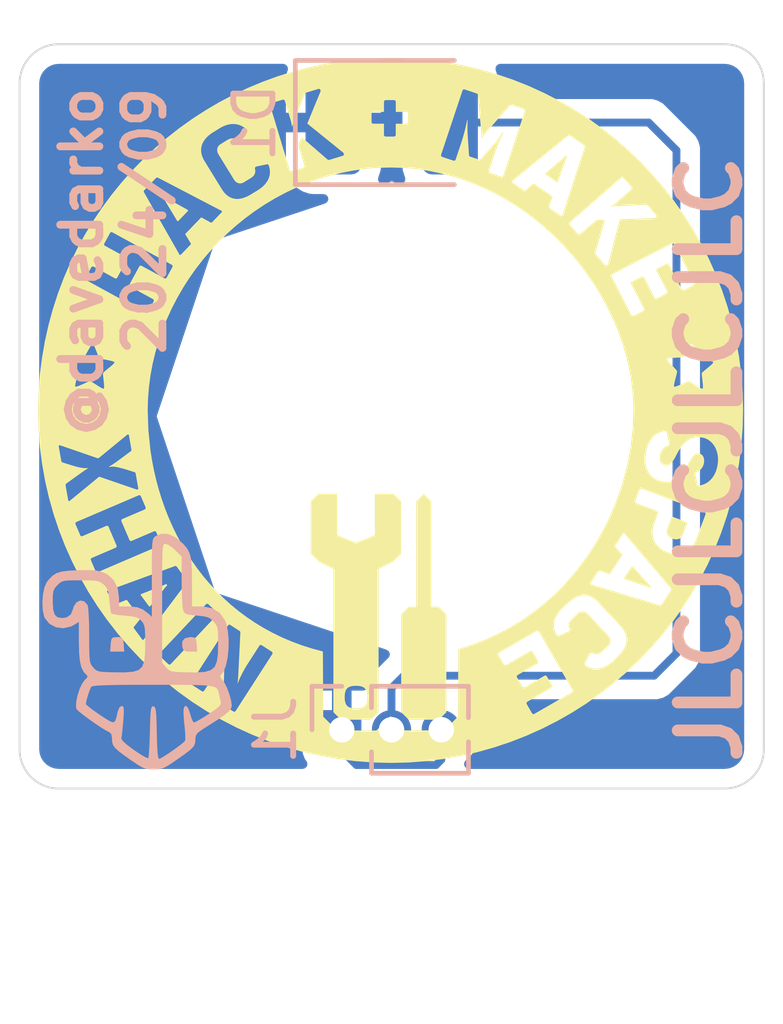
<source format=kicad_pcb>
(kicad_pcb (version 20240108) (generator "pcbnew") (generator_version "8.0")
  (layers (0 "F.Cu" signal) (31 "B.Cu" signal) (34 "B.Paste" user) (35 "F.Paste" user) (36 "B.SilkS" user "B.Silkscreen") (37 "F.SilkS" user "F.Silkscreen") (38 "B.Mask" user) (39 "F.Mask" user) (44 "Edge.Cuts" user))
  (net 0 "")
  (net 1 "VCC")
  (net 2 "GND")
  (footprint "LED_SMD:LED_1210_3225Metric_Pad1.42x2.65mm_HandSolder" (layer "B.Cu") (at 10 2.5)
    (property "Reference" "D1")
    (property "Value" "LED")
  )
  (footprint "davedarko:davedarko_logo_silk_outline" (layer "B.Cu") (at 3.5 16 180)
    (property "Reference" "Ref**" (hide yes))
    (property "Value" "Val**" (hide yes))
  )
  (footprint "Connector_PinHeader_1.27mm:PinHeader_1x03_P1.27mm_Vertical" (layer "B.Cu") (at 8.725 18 -90)
    (property "Reference" "J1")
    (property "Value" "Conn_01x03_Socket")
  )
  (gr_poly (pts (xy 17.177941 12.568458) (xy 17.179134 12.568526) (xy 17.180336 12.568622) (xy 17.181547 12.568747) (xy 17.182766 12.5689) (xy 17.183994 12.569084) (xy 17.185229 12.569298) (xy 17.186472 12.569543) (xy 17.187723 12.56982) (xy 17.18898 12.570129) (xy 17.190244 12.57047) (xy 17.191514 12.570845) (xy 17.19279 12.571253) (xy 17.194072 12.571696) (xy 17.195359 12.572173) (xy 17.508863 12.689961) (xy 17.511395 12.690968) (xy 17.513828 12.692051) (xy 17.51616 12.693208) (xy 17.518389 12.694437) (xy 17.520517 12.695736) (xy 17.522541 12.697103) (xy 17.524462 12.698538) (xy 17.526278 12.700038) (xy 17.527989 12.701602) (xy 17.529594 12.703228) (xy 17.531092 12.704914) (xy 17.532483 12.706659) (xy 17.533766 12.708461) (xy 17.534939 12.710318) (xy 17.536004 12.712229) (xy 17.536958 12.714192) (xy 17.537801 12.716206) (xy 17.538532 12.718268) (xy 17.539151 12.720378) (xy 17.539656 12.722532) (xy 17.540048 12.724731) (xy 17.540325 12.726972) (xy 17.540487 12.729253) (xy 17.540533 12.731572) (xy 17.540462 12.733929) (xy 17.540273 12.736321) (xy 17.539967 12.738747) (xy 17.539541 12.741206) (xy 17.538996 12.743694) (xy 17.538331 12.746212) (xy 17.537544 12.748756) (xy 17.536636 12.751326) (xy 17.439065 13.010883) (xy 17.435234 13.020445) (xy 17.431043 13.029703) (xy 17.426502 13.038648) (xy 17.42162 13.047273) (xy 17.416407 13.055568) (xy 17.410873 13.063527) (xy 17.405029 13.07114) (xy 17.398883 13.0784) (xy 17.392447 13.085299) (xy 17.385728 13.091828) (xy 17.378738 13.09798) (xy 17.371487 13.103746) (xy 17.363983 13.109118) (xy 17.356237 13.114089) (xy 17.34826 13.11865) (xy 17.340059 13.122792) (xy 17.331646 13.126509) (xy 17.323031 13.129791) (xy 17.314222 13.132631) (xy 17.305231 13.13502) (xy 17.296066 13.136951) (xy 17.286738 13.138415) (xy 17.277256 13.139404) (xy 17.26763 13.139911) (xy 17.257871 13.139927) (xy 17.247988 13.139443) (xy 17.23799 13.138453) (xy 17.227889 13.136947) (xy 17.217692 13.134918) (xy 17.207412 13.132357) (xy 17.197056 13.129257) (xy 17.186635 13.125609) (xy 17.148538 13.111354) (xy 17.138302 13.107244) (xy 17.128488 13.102769) (xy 17.119099 13.097942) (xy 17.110136 13.092776) (xy 17.101599 13.087282) (xy 17.093489 13.081473) (xy 17.085809 13.075361) (xy 17.078558 13.068958) (xy 17.071739 13.062276) (xy 17.065352 13.055328) (xy 17.059399 13.048126) (xy 17.05388 13.040682) (xy 17.048797 13.033008) (xy 17.044151 13.025116) (xy 17.039943 13.01702) (xy 17.036174 13.00873) (xy 17.032846 13.000259) (xy 17.02996 12.99162) (xy 17.027516 12.982824) (xy 17.025517 12.973884) (xy 17.023962 12.964812) (xy 17.022854 12.95562) (xy 17.022193 12.946321) (xy 17.021981 12.936927) (xy 17.022219 12.927449) (xy 17.022907 12.9179) (xy 17.024048 12.908293) (xy 17.025641 12.898639) (xy 17.02769 12.888951) (xy 17.030194 12.879241) (xy 17.033154 12.869521) (xy 17.036573 12.859804) (xy 17.133996 12.600102) (xy 17.135536 12.596342) (xy 17.137243 12.592808) (xy 17.139112 12.589502) (xy 17.141137 12.586427) (xy 17.143313 12.583585) (xy 17.145634 12.580978) (xy 17.148093 12.578609) (xy 17.150687 12.57648) (xy 17.152032 12.575507) (xy 17.153409 12.574594) (xy 17.154816 12.573744) (xy 17.156253 12.572954) (xy 17.15772 12.572227) (xy 17.159215 12.571562) (xy 17.160738 12.570959) (xy 17.162288 12.57042) (xy 17.163864 12.569943) (xy 17.165467 12.569531) (xy 17.168746 12.568897) (xy 17.172119 12.56852) (xy 17.175582 12.568404) (xy 17.175584 12.568404)) (stroke (width -0.000001)) (fill solid) (layer "F.SilkS"))
  (gr_poly (pts (xy 11.01148 12.166644) (xy 11.01148 14.859006) (xy 11.20379 14.859006) (xy 11.396099 15.051318) (xy 11.396099 17.551368) (xy 11.20379 17.74368) (xy 10.434553 17.74368) (xy 10.242244 17.551368) (xy 10.242244 15.051318) (xy 10.434553 14.859006) (xy 10.626861 14.859006) (xy 10.626861 12.166644) (xy 10.819171 11.974332)) (stroke (width -0.000001)) (fill solid) (layer "F.SilkS"))
  (gr_poly (pts (xy 4.239674 4.42256) (xy 4.787432 4.726023) (xy 4.788895 4.726935) (xy 4.790276 4.727874) (xy 4.791574 4.728838) (xy 4.792787 4.729827) (xy 4.793915 4.730842) (xy 4.794956 4.731883) (xy 4.79591 4.732949) (xy 4.796775 4.73404) (xy 4.79755 4.735157) (xy 4.798235 4.736299) (xy 4.798827 4.737467) (xy 4.799327 4.738659) (xy 4.799732 4.739877) (xy 4.800043 4.74112) (xy 4.800258 4.742388) (xy 4.800375 4.743681) (xy 4.800394 4.745) (xy 4.800314 4.746343) (xy 4.800133 4.747711) (xy 4.799851 4.749104) (xy 4.799467 4.750523) (xy 4.798979 4.751966) (xy 4.798386 4.753433) (xy 4.797688 4.754926) (xy 4.796883 4.756443) (xy 4.79597 4.757985) (xy 4.794949 4.759552) (xy 4.793817 4.761143) (xy 4.792574 4.762759) (xy 4.79122 4.7644) (xy 4.789752 4.766065) (xy 4.78817 4.767754) (xy 4.559878 5.004923) (xy 4.558252 5.006566) (xy 4.556653 5.008088) (xy 4.55508 5.009491) (xy 4.553533 5.010775) (xy 4.552011 5.011942) (xy 4.550515 5.012993) (xy 4.549044 5.01393) (xy 4.547597 5.014755) (xy 4.546174 5.015469) (xy 4.544775 5.016074) (xy 4.5434 5.01657) (xy 4.542048 5.01696) (xy 4.540718 5.017245) (xy 4.539411 5.017426) (xy 4.538126 5.017505) (xy 4.536863 5.017484) (xy 4.535621 5.017363) (xy 4.534399 5.017145) (xy 4.533199 5.01683) (xy 4.532019 5.016421) (xy 4.530859 5.015919) (xy 4.529718 5.015325) (xy 4.528597 5.01464) (xy 4.527494 5.013867) (xy 4.52641 5.013007) (xy 4.525344 5.012061) (xy 4.524296 5.01103) (xy 4.523265 5.009917) (xy 4.522251 5.008722) (xy 4.521254 5.007448) (xy 4.520274 5.006095) (xy 4.519309 5.004665) (xy 4.196065 4.467964) (xy 4.159421 4.423027) (xy 4.193447 4.387689)) (stroke (width -0.000001)) (fill solid) (layer "F.SilkS"))
  (gr_poly (pts (xy 9.957175 0.846612) (xy 10.071341 0.847323) (xy 10.18577 0.849513) (xy 10.300454 0.853181) (xy 10.415383 0.858323) (xy 10.530544 0.864937) (xy 10.645929 0.873019) (xy 10.761526 0.882567) (xy 10.877326 0.893579) (xy 11.336884 0.951898) (xy 11.788075 1.03253) (xy 12.230392 1.134854) (xy 12.66333 1.258251) (xy 13.086383 1.402101) (xy 13.499046 1.565785) (xy 13.900812 1.748683) (xy 14.291176 1.950176) (xy 14.669632 2.169645) (xy 15.035674 2.406469) (xy 15.388797 2.66003) (xy 15.728494 2.929708) (xy 16.054261 3.214883) (xy 16.365591 3.514936) (xy 16.661978 3.829247) (xy 16.942917 4.157198) (xy 17.207902 4.498168) (xy 17.456427 4.851537) (xy 17.687987 5.216688) (xy 17.902075 5.592999) (xy 18.098187 5.979852) (xy 18.275815 6.376627) (xy 18.434455 6.782704) (xy 18.5736 7.197465) (xy 18.692745 7.620289) (xy 18.791385 8.050557) (xy 18.869012 8.487649) (xy 18.925122 8.930947) (xy 18.959209 9.37983) (xy 18.970768 9.83368) (xy 18.959291 10.291876) (xy 18.924274 10.753799) (xy 18.865953 11.213362) (xy 18.785318 11.664553) (xy 18.682988 12.106867) (xy 18.559584 12.539799) (xy 18.415723 12.962843) (xy 18.252027 13.375493) (xy 18.069115 13.777245) (xy 17.867607 14.167591) (xy 17.648121 14.546027) (xy 17.411279 14.912048) (xy 17.157699 15.265148) (xy 16.888002 15.604821) (xy 16.602807 15.930561) (xy 16.302733 16.241864) (xy 15.9884 16.538224) (xy 15.660429 16.819135) (xy 15.319438 17.084091) (xy 14.966048 17.332588) (xy 14.600877 17.564119) (xy 14.224547 17.77818) (xy 13.837675 17.974264) (xy 13.440883 18.151866) (xy 13.03479 18.310481) (xy 12.620014 18.449603) (xy 12.197177 18.568726) (xy 11.766898 18.667345) (xy 11.329796 18.744955) (xy 10.886491 18.80105) (xy 10.437603 18.835124) (xy 9.983752 18.846672) (xy 9.525557 18.835189) (xy 9.063637 18.800168) (xy 8.604081 18.741849) (xy 8.152895 18.661217) (xy 7.710586 18.558893) (xy 7.277658 18.435496) (xy 6.854618 18.291646) (xy 6.441971 18.127962) (xy 6.040222 17.945064) (xy 5.649878 17.743571) (xy 5.271443 17.524103) (xy 4.905424 17.287278) (xy 4.552325 17.033717) (xy 4.275171 16.813676) (xy 4.876582 16.813676) (xy 4.876625 16.81589) (xy 4.876788 16.818083) (xy 4.877071 16.820254) (xy 4.877473 16.822401) (xy 4.877994 16.824522) (xy 4.878634 16.826615) (xy 4.879393 16.82868) (xy 4.880269 16.830713) (xy 4.881263 16.832713) (xy 4.882374 16.834679) (xy 4.883602 16.836608) (xy 4.884947 16.8385) (xy 4.886407 16.840351) (xy 4.887983 16.84216) (xy 4.889674 16.843926) (xy 4.891481 16.845647) (xy 4.893401 16.84732) (xy 4.895436 16.848945) (xy 4.897584 16.850519) (xy 4.899846 16.852041) (xy 5.149369 17.012863) (xy 5.151688 17.014293) (xy 5.154009 17.015599) (xy 5.156328 17.016781) (xy 5.158645 17.017838) (xy 5.160958 17.018771) (xy 5.163265 17.019581) (xy 5.165563 17.020268) (xy 5.167852 17.020833) (xy 5.17013 17.021275) (xy 5.172394 17.021595) (xy 5.174644 17.021794) (xy 5.176876 17.021872) (xy 5.17909 17.021829) (xy 5.181283 17.021666) (xy 5.183455 17.021383) (xy 5.185602 17.020981) (xy 5.187723 17.020459) (xy 5.189817 17.019819) (xy 5.191882 17.01906) (xy 5.193915 17.018184) (xy 5.195916 17.01719) (xy 5.197882 17.016079) (xy 5.199811 17.014851) (xy 5.201703 17.013506) (xy 5.203554 17.012046) (xy 5.205363 17.01047) (xy 5.207129 17.008779) (xy 5.208849 17.006973) (xy 5.210522 17.005053) (xy 5.212146 17.003018) (xy 5.213719 17.00087) (xy 5.21524 16.998609) (xy 5.525543 16.517009) (xy 5.562228 16.458448) (xy 5.597307 16.399364) (xy 5.630145 16.341104) (xy 5.660104 16.285013) (xy 5.686547 16.232438) (xy 5.708839 16.184726) (xy 5.718229 16.163114) (xy 5.726342 16.143222) (xy 5.733099 16.125219) (xy 5.738421 16.109273) (xy 5.747873 16.115232) (xy 5.747227 16.116773) (xy 5.746438 16.119582) (xy 5.744504 16.128711) (xy 5.742217 16.142027) (xy 5.739722 16.158941) (xy 5.737165 16.178861) (xy 5.73469 16.201197) (xy 5.732444 16.225358) (xy 5.73057 16.250753) (xy 5.700908 17.341613) (xy 5.701051 17.345303) (xy 5.701185 17.347074) (xy 5.701363 17.348799) (xy 5.701582 17.350477) (xy 5.701845 17.352111) (xy 5.70215 17.353702) (xy 5.702499 17.35525) (xy 5.70289 17.356758) (xy 5.703324 17.358227) (xy 5.703802 17.359658) (xy 5.704323 17.361051) (xy 5.704888 17.36241) (xy 5.705496 17.363734) (xy 5.706148 17.365025) (xy 5.706843 17.366284) (xy 5.707583 17.367514) (xy 5.708366 17.368714) (xy 5.709194 17.369887) (xy 5.710066 17.371033) (xy 5.710983 17.372154) (xy 5.711944 17.373251) (xy 5.712949 17.374326) (xy 5.714 17.37538) (xy 5.716235 17.377429) (xy 5.718651 17.379408) (xy 5.721247 17.381329) (xy 5.724026 17.383201) (xy 5.952464 17.530349) (xy 5.954783 17.53178) (xy 5.957104 17.533086) (xy 5.959423 17.534267) (xy 5.96174 17.535324) (xy 5.964053 17.536258) (xy 5.96636 17.537068) (xy 5.968658 17.537755) (xy 5.970947 17.538319) (xy 5.973225 17.538761) (xy 5.975489 17.539082) (xy 5.977739 17.539281) (xy 5.979971 17.539358) (xy 5.982185 17.539316) (xy 5.984379 17.539153) (xy 5.98655 17.53887) (xy 5.988697 17.538467) (xy 5.990819 17.537946) (xy 5.992913 17.537305) (xy 5.994977 17.536547) (xy 5.997011 17.53567) (xy 5.999011 17.534676) (xy 6.000977 17.533565) (xy 6.002907 17.532337) (xy 6.004798 17.530993) (xy 6.006649 17.529532) (xy 6.008458 17.527957) (xy 6.010224 17.526265) (xy 6.011944 17.52446) (xy 6.013617 17.522539) (xy 6.015241 17.520505) (xy 6.016814 17.518357) (xy 6.018335 17.516095) (xy 6.949391 16.071309) (xy 6.950822 16.068989) (xy 6.952128 16.066668) (xy 6.95331 16.064348) (xy 6.954367 16.06203) (xy 6.955301 16.059717) (xy 6.956111 16.05741) (xy 6.956798 16.055111) (xy 6.957363 16.052822) (xy 6.957805 16.050544) (xy 6.958126 16.04828) (xy 6.958325 16.046031) (xy 6.958403 16.043799) (xy 6.95836 16.041585) (xy 6.958197 16.039392) (xy 6.957914 16.037221) (xy 6.957512 16.035074) (xy 6.95699 16.032953) (xy 6.95635 16.030859) (xy 6.955592 16.028795) (xy 6.954715 16.026762) (xy 6.953721 16.024761) (xy 6.95261 16.022796) (xy 6.951382 16.020866) (xy 6.950037 16.018975) (xy 6.948577 16.017124) (xy 6.947001 16.015315) (xy 6.94531 16.013549) (xy 6.943503 16.011828) (xy 6.941583 16.010155) (xy 6.939548 16.00853) (xy 6.9374 16.006956) (xy 6.935138 16.005434) (xy 6.685473 15.844611) (xy 6.683153 15.84318) (xy 6.680833 15.841874) (xy 6.678513 15.840693) (xy 6.676196 15.839636) (xy 6.673884 15.838702) (xy 6.671577 15.837892) (xy 6.669278 15.837205) (xy 6.666989 15.836641) (xy 6.664712 15.836199) (xy 6.662447 15.835879) (xy 6.660198 15.83568) (xy 6.657965 15.835602) (xy 6.655752 15.835645) (xy 6.653558 15.835808) (xy 6.651387 15.836091) (xy 6.64924 15.836493) (xy 6.647118 15.837015) (xy 6.645024 15.837655) (xy 6.64296 15.838414) (xy 6.640926 15.83929) (xy 6.638925 15.840284) (xy 6.63696 15.841395) (xy 6.63503 15.842623) (xy 6.633139 15.843968) (xy 6.631288 15.845428) (xy 6.629479 15.847004) (xy 6.627713 15.848695) (xy 6.625993 15.850501) (xy 6.62432 15.852421) (xy 6.622696 15.854456) (xy 6.621123 15.856604) (xy 6.619602 15.858865) (xy 6.307844 16.342785) (xy 6.275061 16.395664) (xy 6.241579 16.453386) (xy 6.208237 16.514284) (xy 6.175875 16.576693) (xy 6.145331 16.638946) (xy 6.117446 16.699375) (xy 6.093058 16.756316) (xy 6.073007 16.808101) (xy 6.063554 16.802013) (xy 6.065717 16.792114) (xy 6.06823 16.776875) (xy 6.070929 16.757341) (xy 6.073649 16.734559) (xy 6.076224 16.709576) (xy 6.078491 16.683438) (xy 6.080285 16.657191) (xy 6.081441 16.631881) (xy 6.136697 15.514411) (xy 6.136563 15.511592) (xy 6.136251 15.508814) (xy 6.13576 15.50608) (xy 6.135091 15.503393) (xy 6.134245 15.500756) (xy 6.133221 15.498171) (xy 6.13202 15.495643) (xy 6.130643 15.493173) (xy 6.129088 15.490765) (xy 6.127358 15.488422) (xy 6.125451 15.486146) (xy 6.123368 15.483941) (xy 6.12111 15.481809) (xy 6.118677 15.479754) (xy 6.116068 15.477778) (xy 6.113285 15.475885) (xy 5.882375 15.327125) (xy 5.880056 15.325688) (xy 5.877736 15.32438) (xy 5.875418 15.323198) (xy 5.873102 15.322142) (xy 5.87079 15.321211) (xy 5.868485 15.320405) (xy 5.866188 15.319721) (xy 5.863901 15.319161) (xy 5.861625 15.318722) (xy 5.859363 15.318403) (xy 5.857116 15.318204) (xy 5.854886 15.318124) (xy 5.852674 15.318163) (xy 5.850483 15.318318) (xy 5.848314 15.318589) (xy 5.846169 15.318976) (xy 5.84617 15.318976) (xy 5.844051 15.3195) (xy 5.841962 15.320144) (xy 5.839904 15.320906) (xy 5.837879 15.321786) (xy 5.835888 15.322783) (xy 5.833932 15.323897) (xy 5.832013 15.325128) (xy 5.830133 15.326475) (xy 5.828292 15.327938) (xy 5.826493 15.329516) (xy 5.824737 15.331209) (xy 5.823025 15.333016) (xy 5.821359 15.334937) (xy 5.819741 15.336972) (xy 5.818171 15.339119) (xy 5.816652 15.341379) (xy 4.885595 16.786165) (xy 4.884164 16.788485) (xy 4.882858 16.790806) (xy 4.881676 16.793127) (xy 4.880619 16.795444) (xy 4.879685 16.797758) (xy 4.878875 16.800065) (xy 4.878187 16.802363) (xy 4.877623 16.804653) (xy 4.87718 16.80693) (xy 4.87686 16.809195) (xy 4.87666 16.811444) (xy 4.876582 16.813676) (xy 4.275171 16.813676) (xy 4.212652 16.76404) (xy 3.886911 16.478865) (xy 3.575608 16.178812) (xy 3.48664 16.084455) (xy 4.061014 16.084455) (xy 4.061135 16.086634) (xy 4.061377 16.088809) (xy 4.061742 16.090976) (xy 4.062228 16.093133) (xy 4.062837 16.095281) (xy 4.063566 16.097415) (xy 4.064418 16.099535) (xy 4.065391 16.101639) (xy 4.066486 16.103725) (xy 4.067702 16.10579) (xy 4.06904 16.107834) (xy 4.070499 16.109855) (xy 4.07208 16.11185) (xy 4.073782 16.113818) (xy 4.075606 16.115757) (xy 4.077551 16.117665) (xy 4.293484 16.321524) (xy 4.295502 16.323349) (xy 4.297546 16.325051) (xy 4.299611 16.32663) (xy 4.301697 16.328087) (xy 4.303803 16.329422) (xy 4.305925 16.330634) (xy 4.308062 16.331724) (xy 4.310213 16.332692) (xy 4.312375 16.333537) (xy 4.314546 16.334261) (xy 4.316725 16.334862) (xy 4.31891 16.335341) (xy 4.321099 16.335699) (xy 4.32329 16.335934) (xy 4.325481 16.336048) (xy 4.327671 16.33604) (xy 4.329857 16.335911) (xy 4.332037 16.33566) (xy 4.33421 16.335287) (xy 4.336375 16.334793) (xy 4.338528 16.334178) (xy 4.340668 16.333441) (xy 4.342794 16.332583) (xy 4.344903 16.331603) (xy 4.346993 16.330503) (xy 4.349064 16.329282) (xy 4.351112 16.327939) (xy 4.353136 16.326476) (xy 4.355134 16.324892) (xy 4.357104 16.323187) (xy 4.359045 16.321361) (xy 4.360954 16.319414) (xy 5.54066 15.06947) (xy 5.542491 15.067452) (xy 5.5442 15.06541) (xy 5.545785 15.063347) (xy 5.547248 15.061263) (xy 5.548588 15.059161) (xy 5.549805 15.057043) (xy 5.550899 15.05491) (xy 5.551871 15.052764) (xy 5.55272 15.050607) (xy 5.553446 15.048441) (xy 5.55405 15.046268) (xy 5.554532 15.044089) (xy 5.554892 15.041906) (xy 5.55513 15.039722) (xy 5.555246 15.037537) (xy 5.555239 15.035354) (xy 5.555111 15.033174) (xy 5.554862 15.031) (xy 5.55449 15.028833) (xy 5.553997 15.026675) (xy 5.553382 15.024528) (xy 5.552646 15.022394) (xy 5.551789 15.020274) (xy 5.550811 15.01817) (xy 5.549711 15.016084) (xy 5.54849 15.014019) (xy 5.547148 15.011975) (xy 5.545686 15.009954) (xy 5.544102 15.007959) (xy 5.542398 15.005991) (xy 5.540573 15.004052) (xy 5.538628 15.002144) (xy 5.322695 14.798285) (xy 5.320676 14.79645) (xy 5.318632 14.794738) (xy 5.316566 14.79315) (xy 5.314479 14.791684) (xy 5.312373 14.79034) (xy 5.310249 14.789119) (xy 5.308111 14.78802) (xy 5.305961 14.787042) (xy 5.303799 14.786187) (xy 5.301628 14.785452) (xy 5.29945 14.784839) (xy 5.297267 14.784346) (xy 5.295081 14.783974) (xy 5.292894 14.783722) (xy 5.290708 14.783591) (xy 5.288525 14.783579) (xy 5.288531 14.783628) (xy 5.288534 14.783652) (xy 5.288537 14.783676) (xy 5.286359 14.783801) (xy 5.284187 14.784047) (xy 5.282023 14.784415) (xy 5.279869 14.784904) (xy 5.277726 14.785516) (xy 5.275596 14.786249) (xy 5.273481 14.787103) (xy 5.271383 14.788079) (xy 5.269303 14.789176) (xy 5.267242 14.790395) (xy 5.265202 14.791735) (xy 5.263186 14.793196) (xy 5.261194 14.794778) (xy 5.259229 14.796481) (xy 5.257291 14.798305) (xy 5.255383 14.800249) (xy 4.075678 16.050339) (xy 4.073844 16.052357) (xy 4.072133 16.054398) (xy 4.070545 16.056462) (xy 4.069079 16.058545) (xy 4.067735 16.060647) (xy 4.066513 16.062766) (xy 4.065414 16.064899) (xy 4.064436 16.067045) (xy 4.063581 16.069201) (xy 4.062848 16.071367) (xy 4.062238 16.073541) (xy 4.061749 16.07572) (xy 4.061382 16.077903) (xy 4.061137 16.080087) (xy 4.061014 16.082272) (xy 4.061014 16.084455) (xy 3.48664 16.084455) (xy 3.279248 15.8645) (xy 2.998336 15.53655) (xy 2.733378 15.19558) (xy 2.48488 14.84221) (xy 2.253347 14.47706) (xy 2.250155 14.47145) (xy 2.730979 14.47145) (xy 2.731023 14.472645) (xy 2.731137 14.473866) (xy 2.731321 14.475112) (xy 2.731574 14.476382) (xy 2.731896 14.477676) (xy 2.732747 14.480337) (xy 2.733872 14.483093) (xy 2.735272 14.485942) (xy 2.736944 14.488883) (xy 2.738887 14.491913) (xy 2.7411 14.495032) (xy 2.947289 14.772917) (xy 2.948891 14.774956) (xy 2.950565 14.776813) (xy 2.95231 14.778487) (xy 2.954125 14.779977) (xy 2.956008 14.781281) (xy 2.957959 14.782398) (xy 2.959976 14.783326) (xy 2.962057 14.784064) (xy 2.964202 14.784611) (xy 2.966408 14.784964) (xy 2.968676 14.785124) (xy 2.971003 14.785087) (xy 2.973388 14.784853) (xy 2.97583 14.78442) (xy 2.978328 14.783786) (xy 2.98088 14.782952) (xy 3.219206 14.688004) (xy 3.221693 14.687167) (xy 3.224013 14.686523) (xy 3.225117 14.686277) (xy 3.226188 14.686084) (xy 3.227229 14.685944) (xy 3.228242 14.68586) (xy 3.229231 14.685832) (xy 3.230198 14.685861) (xy 3.231147 14.68595) (xy 3.23208 14.6861) (xy 3.233001 14.686311) (xy 3.233911 14.686585) (xy 3.234814 14.686924) (xy 3.235714 14.687329) (xy 3.236612 14.687801) (xy 3.237512 14.688342) (xy 3.238416 14.688952) (xy 3.239328 14.689634) (xy 3.240251 14.690389) (xy 3.241187 14.691217) (xy 3.24311 14.693102) (xy 3.245123 14.695298) (xy 3.247246 14.697818) (xy 3.249505 14.700671) (xy 3.251923 14.703868) (xy 3.573277 15.137053) (xy 3.5755 15.140112) (xy 3.577474 15.142967) (xy 3.5792 15.145638) (xy 3.580676 15.148146) (xy 3.58132 15.149345) (xy 3.581903 15.150511) (xy 3.582423 15.151647) (xy 3.58288 15.152755) (xy 3.583276 15.153837) (xy 3.583609 15.154896) (xy 3.58388 15.155935) (xy 3.584088 15.156956) (xy 3.584235 15.157962) (xy 3.584318 15.158956) (xy 3.58434 15.159939) (xy 3.584299 15.160915) (xy 3.584196 15.161886) (xy 3.584031 15.162854) (xy 3.583803 15.163823) (xy 3.583513 15.164794) (xy 3.583161 15.165771) (xy 3.582746 15.166755) (xy 3.582269 15.16775) (xy 3.581729 15.168758) (xy 3.581127 15.169781) (xy 3.580463 15.170823) (xy 3.578948 15.17297) (xy 3.419143 15.373496) (xy 3.417607 15.375699) (xy 3.41628 15.377911) (xy 3.415161 15.380132) (xy 3.414681 15.381245) (xy 3.414252 15.382361) (xy 3.413876 15.383478) (xy 3.413552 15.384598) (xy 3.413281 15.38572) (xy 3.413062 15.386844) (xy 3.412895 15.387969) (xy 3.412781 15.389097) (xy 3.412719 15.390227) (xy 3.41271 15.391358) (xy 3.412753 15.392492) (xy 3.412849 15.393627) (xy 3.412998 15.394764) (xy 3.413199 15.395903) (xy 3.413452 15.397044) (xy 3.413759 15.398186) (xy 3.414118 15.39933) (xy 3.414529 15.400476) (xy 3.415511 15.402773) (xy 3.416704 15.405077) (xy 3.418108 15.407387) (xy 3.419723 15.409704) (xy 3.626788 15.688732) (xy 3.629122 15.691746) (xy 3.630281 15.693137) (xy 3.631433 15.694451) (xy 3.632579 15.695688) (xy 3.63372 15.696849) (xy 3.634856 15.697934) (xy 3.635986 15.698944) (xy 3.637111 15.699877) (xy 3.638231 15.700735) (xy 3.639346 15.701517) (xy 3.640457 15.702225) (xy 3.641564 15.702858) (xy 3.642666 15.703416) (xy 3.643764 15.7039) (xy 3.644858 15.704309) (xy 3.645949 15.704645) (xy 3.647036 15.704907) (xy 3.648119 15.705095) (xy 3.6492 15.70521) (xy 3.650277 15.705252) (xy 3.651352 15.705222) (xy 3.652423 15.705118) (xy 3.653492 15.704943) (xy 3.654559 15.704695) (xy 3.655624 15.704375) (xy 3.656687 15.703983) (xy 3.657748 15.70352) (xy 3.658807 15.702985) (xy 3.659864 15.70238) (xy 3.660921 15.701704) (xy 3.661976 15.700957) (xy 3.663199 15.70004) (xy 3.664367 15.699124) (xy 3.664945 15.698643) (xy 3.665525 15.698135) (xy 3.666114 15.697589) (xy 3.666717 15.696997) (xy 3.66734 15.696349) (xy 3.667989 15.695637) (xy 3.668669 15.69485) (xy 3.669386 15.693979) (xy 3.670146 15.693015) (xy 3.670954 15.691949) (xy 3.671816 15.690772) (xy 3.672737 15.689473) (xy 4.770432 14.234944) (xy 4.77155 14.233414) (xy 4.772579 14.231861) (xy 4.773518 14.230285) (xy 4.774371 14.228689) (xy 4.775137 14.227074) (xy 4.775818 14.22544) (xy 4.776414 14.223791) (xy 4.776928 14.222126) (xy 4.77736 14.220448) (xy 4.777711 14.218758) (xy 4.777982 14.217057) (xy 4.778174 14.215347) (xy 4.778289 14.21363) (xy 4.778328 14.211906) (xy 4.778181 14.208445) (xy 4.777741 14.204976) (xy 4.777018 14.20151) (xy 4.776021 14.19806) (xy 4.774758 14.194636) (xy 4.773239 14.191251) (xy 4.771472 14.187915) (xy 4.769466 14.18464) (xy 4.767231 14.181438) (xy 4.514364 13.840593) (xy 4.512563 13.838272) (xy 4.510683 13.836061) (xy 4.508728 13.833965) (xy 4.506701 13.831989) (xy 4.504606 13.830138) (xy 4.502448 13.828417) (xy 4.500229 13.826832) (xy 4.497954 13.825388) (xy 4.495626 13.824089) (xy 4.493248 13.822941) (xy 4.490825 13.821949) (xy 4.48836 13.821118) (xy 4.485858 13.820453) (xy 4.48332 13.81996) (xy 4.480753 13.819644) (xy 4.478158 13.819509) (xy 4.478159 13.819487) (xy 4.478161 13.819468) (xy 4.478163 13.81945) (xy 4.478164 13.81944) (xy 4.478164 13.819429) (xy 4.477294 13.81943) (xy 4.476423 13.819452) (xy 4.47555 13.819496) (xy 4.474675 13.81956) (xy 4.473799 13.819647) (xy 4.472922 13.819755) (xy 4.472043 13.819884) (xy 4.471162 13.820036) (xy 4.47028 13.820211) (xy 4.469397 13.820407) (xy 4.468511 13.820627) (xy 4.467624 13.820869) (xy 4.466736 13.821134) (xy 4.465845 13.821422) (xy 4.464953 13.821734) (xy 4.46406 13.822069) (xy 2.763498 14.445295) (xy 2.76208 14.445695) (xy 2.760572 14.446166) (xy 2.758989 14.446703) (xy 2.757348 14.447298) (xy 2.753953 14.448637) (xy 2.750511 14.450133) (xy 2.747148 14.451733) (xy 2.745534 14.452557) (xy 2.743987 14.453387) (xy 2.742522 14.454218) (xy 2.741155 14.455044) (xy 2.739902 14.455856) (xy 2.738777 14.45665) (xy 2.737758 14.457446) (xy 2.736811 14.458271) (xy 2.735936 14.459123) (xy 2.735132 14.460003) (xy 2.7344 14.46091) (xy 2.733739 14.461845) (xy 2.73315 14.462807) (xy 2.732631 14.463795) (xy 2.732184 14.464811) (xy 2.731807 14.465852) (xy 2.731501 14.46692) (xy 2.731265 14.468014) (xy 2.731099 14.469134) (xy 2.731004 14.470279) (xy 2.730979 14.47145) (xy 2.250155 14.47145) (xy 2.039284 14.100749) (xy 1.843198 13.713896) (xy 1.665594 13.317121) (xy 1.506977 12.911044) (xy 1.447769 12.734532) (xy 1.924912 12.734532) (xy 1.924964 12.73685) (xy 1.925134 12.7392) (xy 1.925425 12.74158) (xy 1.925835 12.743988) (xy 1.926366 12.746424) (xy 1.92702 12.748884) (xy 1.927795 12.751368) (xy 1.928694 12.753874) (xy 1.929717 12.756399) (xy 2.046627 13.029469) (xy 2.047748 13.03196) (xy 2.04894 13.034347) (xy 2.0502 13.036629) (xy 2.051528 13.038806) (xy 2.052921 13.040877) (xy 2.054378 13.042842) (xy 2.055897 13.044699) (xy 2.057477 13.046448) (xy 2.059115 13.04809) (xy 2.06081 13.049622) (xy 2.062561 13.051044) (xy 2.064366 13.052356) (xy 2.066223 13.053558) (xy 2.06813 13.054647) (xy 2.070086 13.055625) (xy 2.072088 13.05649) (xy 2.074137 13.057241) (xy 2.076228 13.057879) (xy 2.078362 13.058401) (xy 2.080536 13.058809) (xy 2.082749 13.059101) (xy 2.084998 13.059276) (xy 2.087283 13.059334) (xy 2.089601 13.059274) (xy 2.091951 13.059096) (xy 2.094331 13.058799) (xy 2.09674 13.058382) (xy 2.099176 13.057845) (xy 2.101636 13.057187) (xy 2.104121 13.056408) (xy 2.106627 13.055507) (xy 2.109152 13.054483) (xy 2.710565 12.797117) (xy 2.713091 12.796094) (xy 2.715596 12.795195) (xy 2.718081 12.794418) (xy 2.720541 12.793762) (xy 2.722977 12.793227) (xy 2.725386 12.792813) (xy 2.727766 12.792519) (xy 2.730116 12.792343) (xy 2.732435 12.792286) (xy 2.734719 12.792347) (xy 2.736969 12.792525) (xy 2.739182 12.792819) (xy 2.741356 12.793228) (xy 2.743489 12.793753) (xy 2.745581 12.794393) (xy 2.747629 12.795146) (xy 2.749632 12.796012) (xy 2.751588 12.796991) (xy 2.753495 12.798081) (xy 2.755352 12.799282) (xy 2.757156 12.800595) (xy 2.758907 12.802016) (xy 2.760603 12.803547) (xy 2.762241 12.805187) (xy 2.763821 12.806934) (xy 2.76534 12.808789) (xy 2.766797 12.81075) (xy 2.76819 12.812817) (xy 2.769518 12.814989) (xy 2.770778 12.817266) (xy 2.77197 12.819647) (xy 2.773091 12.822131) (xy 2.974192 13.292246) (xy 2.975215 13.294772) (xy 2.976115 13.297278) (xy 2.976893 13.299762) (xy 2.977549 13.302222) (xy 2.978084 13.304658) (xy 2.978499 13.307066) (xy 2.978794 13.309446) (xy 2.97897 13.311796) (xy 2.979027 13.314114) (xy 2.978967 13.316399) (xy 2.978789 13.318648) (xy 2.978495 13.320861) (xy 2.978085 13.323034) (xy 2.97756 13.325168) (xy 2.976921 13.32726) (xy 2.976168 13.329308) (xy 2.975302 13.33131) (xy 2.974323 13.333266) (xy 2.973232 13.335173) (xy 2.972031 13.33703) (xy 2.970718 13.338835) (xy 2.969296 13.340586) (xy 2.967765 13.342281) (xy 2.966125 13.34392) (xy 2.964378 13.3455) (xy 2.962523 13.347019) (xy 2.960562 13.348476) (xy 2.958495 13.34987) (xy 2.956322 13.351198) (xy 2.954045 13.352458) (xy 2.951664 13.35365) (xy 2.94918 13.354772) (xy 2.347768 13.612138) (xy 2.345284 13.61326) (xy 2.342904 13.614452) (xy 2.340627 13.615712) (xy 2.338454 13.61704) (xy 2.336387 13.618434) (xy 2.334426 13.619891) (xy 2.332571 13.62141) (xy 2.330824 13.62299) (xy 2.329184 13.624629) (xy 2.327653 13.626324) (xy 2.326231 13.628075) (xy 2.324918 13.62988) (xy 2.323717 13.631737) (xy 2.322626 13.633644) (xy 2.321647 13.6356) (xy 2.320781 13.637602) (xy 2.320028 13.63965) (xy 2.319388 13.641742) (xy 2.318864 13.643875) (xy 2.318454 13.646049) (xy 2.31816 13.648262) (xy 2.317982 13.650511) (xy 2.317922 13.652795) (xy 2.317979 13.655113) (xy 2.318155 13.657463) (xy 2.31845 13.659843) (xy 2.318864 13.662252) (xy 2.319399 13.664687) (xy 2.320055 13.667148) (xy 2.320833 13.669631) (xy 2.321733 13.672137) (xy 2.322757 13.674663) (xy 2.43952 13.947748) (xy 2.440641 13.950239) (xy 2.441833 13.952626) (xy 2.443093 13.954909) (xy 2.444421 13.957086) (xy 2.445814 13.959157) (xy 2.447271 13.961121) (xy 2.44879 13.962979) (xy 2.45037 13.964728) (xy 2.452009 13.966369) (xy 2.453704 13.967901) (xy 2.455455 13.969324) (xy 2.45726 13.970636) (xy 2.459117 13.971837) (xy 2.461024 13.972927) (xy 2.46298 13.973905) (xy 2.464982 13.974769) (xy 2.467031 13.975521) (xy 2.469122 13.976158) (xy 2.471256 13.976681) (xy 2.47343 13.977089) (xy 2.475643 13.97738) (xy 2.477892 13.977555) (xy 2.480177 13.977613) (xy 2.482495 13.977554) (xy 2.484845 13.977376) (xy 2.487225 13.977079) (xy 2.489634 13.976662) (xy 2.49207 13.976125) (xy 2.49453 13.975467) (xy 2.497014 13.974688) (xy 2.49952 13.973787) (xy 2.502046 13.972762) (xy 4.082355 13.296466) (xy 4.084839 13.295345) (xy 4.08722 13.294153) (xy 4.089496 13.292892) (xy 4.091669 13.291564) (xy 4.093736 13.29017) (xy 4.095697 13.288713) (xy 4.097552 13.287194) (xy 4.099299 13.285614) (xy 4.100939 13.283975) (xy 4.10247 13.28228) (xy 4.103892 13.280529) (xy 4.105205 13.278724) (xy 4.106406 13.276867) (xy 4.107497 13.27496) (xy 4.108476 13.273005) (xy 4.109342 13.271002) (xy 4.110095 13.268954) (xy 4.110735 13.266862) (xy 4.111259 13.264729) (xy 4.111669 13.262555) (xy 4.111963 13.260343) (xy 4.112141 13.258093) (xy 4.112201 13.255809) (xy 4.112144 13.253491) (xy 4.111968 13.251141) (xy 4.111673 13.248761) (xy 4.111259 13.246352) (xy 4.110724 13.243917) (xy 4.110068 13.241457) (xy 4.10929 13.238973) (xy 4.10839 13.236467) (xy 4.107366 13.233941) (xy 3.990456 12.961001) (xy 3.989335 12.958521) (xy 3.988144 12.956143) (xy 3.986884 12.953867) (xy 3.985556 12.951695) (xy 3.984163 12.949627) (xy 3.982706 12.947664) (xy 3.981187 12.945806) (xy 3.979607 12.944055) (xy 3.977969 12.942411) (xy 3.976273 12.940875) (xy 3.974522 12.939447) (xy 3.972718 12.938129) (xy 3.970861 12.936921) (xy 3.968954 12.935823) (xy 3.966998 12.934837) (xy 3.964995 12.933964) (xy 3.962947 12.933203) (xy 3.960855 12.932556) (xy 3.958721 12.932024) (xy 3.956547 12.931607) (xy 3.954335 12.931305) (xy 3.952085 12.931121) (xy 3.9498 12.931054) (xy 3.947482 12.931105) (xy 3.945132 12.931275) (xy 3.942752 12.931565) (xy 3.940343 12.931975) (xy 3.937907 12.932506) (xy 3.935446 12.93316) (xy 3.932962 12.933935) (xy 3.930456 12.934835) (xy 3.92793 12.935858) (xy 3.365195 13.176795) (xy 3.362669 13.177818) (xy 3.360164 13.178717) (xy 3.357679 13.179494) (xy 3.355219 13.18015) (xy 3.352783 13.180684) (xy 3.350374 13.181099) (xy 3.347994 13.181393) (xy 3.345644 13.181569) (xy 3.343326 13.181626) (xy 3.341041 13.181565) (xy 3.338791 13.181387) (xy 3.336579 13.181093) (xy 3.334405 13.180684) (xy 3.332271 13.180159) (xy 3.330179 13.179519) (xy 3.328131 13.178766) (xy 3.326128 13.1779) (xy 3.324173 13.176922) (xy 3.322265 13.175831) (xy 3.320409 13.17463) (xy 3.318604 13.173318) (xy 3.316853 13.171896) (xy 3.315158 13.170365) (xy 3.313519 13.168725) (xy 3.31194 13.166978) (xy 3.310421 13.165123) (xy 3.308964 13.163162) (xy 3.30757 13.161096) (xy 3.306243 13.158923) (xy 3.304983 13.156647) (xy 3.303791 13.154266) (xy 3.30267 13.151782) (xy 3.101424 12.681666) (xy 3.100401 12.67914) (xy 3.099502 12.676634) (xy 3.098726 12.67415) (xy 3.098072 12.67169) (xy 3.097541 12.669254) (xy 3.09713 12.666846) (xy 3.096839 12.664466) (xy 3.096668 12.662116) (xy 3.096616 12.659798) (xy 3.096682 12.657513) (xy 3.096865 12.655264) (xy 3.097166 12.653051) (xy 3.097582 12.650878) (xy 3.098113 12.648744) (xy 3.098759 12.646652) (xy 3.099519 12.644604) (xy 3.100392 12.642602) (xy 3.101378 12.640646) (xy 3.102475 12.638739) (xy 3.103683 12.636882) (xy 3.105001 12.635077) (xy 3.106429 12.633326) (xy 3.107966 12.631631) (xy 3.109611 12.629992) (xy 3.111364 12.628412) (xy 3.113223 12.626893) (xy 3.115188 12.625436) (xy 3.117258 12.624042) (xy 3.119433 12.622714) (xy 3.121712 12.621453) (xy 3.124094 12.620261) (xy 3.126578 12.61914) (xy 3.689313 12.378203) (xy 3.691797 12.377081) (xy 3.694177 12.375889) (xy 3.696454 12.374628) (xy 3.698626 12.3733) (xy 3.700693 12.371907) (xy 3.702655 12.37045) (xy 3.704509 12.36893) (xy 3.706257 12.367351) (xy 3.707897 12.365712) (xy 3.709428 12.364016) (xy 3.71085 12.362265) (xy 3.712162 12.360461) (xy 3.713364 12.358604) (xy 3.714455 12.356697) (xy 3.715433 12.354741) (xy 3.7163 12.352739) (xy 3.717053 12.350691) (xy 3.717692 12.348599) (xy 3.718217 12.346465) (xy 3.718627 12.344292) (xy 3.718921 12.342079) (xy 3.719099 12.33983) (xy 3.719159 12.337545) (xy 3.719102 12.335227) (xy 3.718926 12.332878) (xy 3.718631 12.330498) (xy 3.718216 12.328089) (xy 3.717681 12.325654) (xy 3.717025 12.323193) (xy 3.716247 12.320709) (xy 3.715347 12.318204) (xy 3.714324 12.315678) (xy 3.59756 12.042753) (xy 3.595852 12.039065) (xy 3.593985 12.035613) (xy 3.591965 12.032398) (xy 3.589799 12.029422) (xy 3.587492 12.026686) (xy 3.585051 12.024193) (xy 3.582481 12.021944) (xy 3.579787 12.01994) (xy 3.576977 12.018183) (xy 3.574055 12.016675) (xy 3.571028 12.015417) (xy 3.567901 12.014411) (xy 3.564681 12.013659) (xy 3.561373 12.013162) (xy 3.557983 12.012922) (xy 3.554518 12.01294) (xy 3.554518 12.012939) (xy 3.554518 12.012938) (xy 3.554518 12.012937) (xy 3.554518 12.012935) (xy 3.554518 12.012932) (xy 3.554519 12.012926) (xy 3.554519 12.012924) (xy 3.553348 12.012996) (xy 3.552172 12.013099) (xy 3.550988 12.013232) (xy 3.549799 12.013395) (xy 3.548603 12.013588) (xy 3.547401 12.013812) (xy 3.546192 12.014067) (xy 3.544977 12.014351) (xy 3.543756 12.014666) (xy 3.542529 12.015011) (xy 3.541296 12.015387) (xy 3.540056 12.015793) (xy 3.53881 12.01623) (xy 3.537558 12.016697) (xy 3.535036 12.017723) (xy 1.954873 12.693875) (xy 1.95239 12.694996) (xy 1.950009 12.696188) (xy 1.947731 12.697449) (xy 1.945557 12.698777) (xy 1.943487 12.70017) (xy 1.941523 12.701628) (xy 1.939664 12.703147) (xy 1.937912 12.704727) (xy 1.936267 12.706365) (xy 1.93473 12.708061) (xy 1.933302 12.709812) (xy 1.931984 12.711617) (xy 1.930775 12.713473) (xy 1.929678 12.71538) (xy 1.928692 12.717336) (xy 1.927819 12.719339) (xy 1.927059 12.721387) (xy 1.926412 12.723478) (xy 1.92588 12.725612) (xy 1.925464 12.727786) (xy 1.925163 12.729998) (xy 1.924979 12.732247) (xy 1.924912 12.734532) (xy 1.447769 12.734532) (xy 1.367853 12.496283) (xy 1.248727 12.073459) (xy 1.150106 11.643191) (xy 1.072494 11.206099) (xy 1.016397 10.762801) (xy 1.016347 10.762147) (xy 1.499256 10.762147) (xy 1.499444 10.765643) (xy 1.499849 10.769393) (xy 1.500469 10.7734) (xy 1.563141 11.12937) (xy 1.563671 11.132166) (xy 1.564257 11.134862) (xy 1.564898 11.137459) (xy 1.565595 11.139961) (xy 1.566345 11.142369) (xy 1.56715 11.144685) (xy 1.568007 11.146911) (xy 1.568916 11.149048) (xy 1.569877 11.151099) (xy 1.570888 11.153066) (xy 1.57195 11.154951) (xy 1.573061 11.156755) (xy 1.574221 11.158481) (xy 1.575429 11.16013) (xy 1.576684 11.161705) (xy 1.577985 11.163207) (xy 1.579333 11.164639) (xy 1.580726 11.166002) (xy 1.582163 11.167298) (xy 1.583644 11.168529) (xy 1.585168 11.169698) (xy 1.586735 11.170806) (xy 1.589993 11.172846) (xy 1.593412 11.174666) (xy 1.596987 11.176281) (xy 1.600713 11.177708) (xy 1.604583 11.178961) (xy 1.870974 11.261411) (xy 1.899607 11.270168) (xy 1.92786 11.278298) (xy 1.955663 11.285786) (xy 1.982944 11.292618) (xy 2.009632 11.298779) (xy 2.035656 11.304255) (xy 2.060943 11.309031) (xy 2.085424 11.313092) (xy 2.109026 11.316425) (xy 2.131678 11.319014) (xy 2.15331 11.320845) (xy 2.173849 11.321904) (xy 2.193224 11.322175) (xy 2.211365 11.321645) (xy 2.228199 11.320298) (xy 2.243656 11.318121) (xy 2.245108 11.3264) (xy 2.227349 11.337338) (xy 2.205891 11.35123) (xy 2.157239 11.38386) (xy 2.074543 11.440402) (xy 1.698369 11.711442) (xy 1.695116 11.713685) (xy 1.692061 11.716043) (xy 1.689213 11.718532) (xy 1.686585 11.721166) (xy 1.684186 11.72396) (xy 1.682027 11.726929) (xy 1.680119 11.730087) (xy 1.678472 11.73345) (xy 1.677097 11.737031) (xy 1.676004 11.740845) (xy 1.675205 11.744908) (xy 1.674709 11.749233) (xy 1.674527 11.753837) (xy 1.674671 11.758732) (xy 1.67515 11.763934) (xy 1.675975 11.769458) (xy 1.739519 12.130952) (xy 1.74023 12.13451) (xy 1.741086 12.137923) (xy 1.742086 12.141175) (xy 1.743229 12.144252) (xy 1.743854 12.145718) (xy 1.744514 12.147135) (xy 1.745209 12.148499) (xy 1.74594 12.149809) (xy 1.746705 12.151063) (xy 1.747505 12.152258) (xy 1.74834 12.153393) (xy 1.74921 12.154466) (xy 1.750114 12.155474) (xy 1.751053 12.156416) (xy 1.752025 12.157289) (xy 1.753032 12.158092) (xy 1.754073 12.158822) (xy 1.755148 12.159478) (xy 1.756256 12.160057) (xy 1.757398 12.160558) (xy 1.758573 12.160978) (xy 1.759782 12.161315) (xy 1.761024 12.161568) (xy 1.762299 12.161733) (xy 1.763608 12.161811) (xy 1.764949 12.161797) (xy 1.766322 12.161691) (xy 1.767728 12.16149) (xy 1.768988 12.161249) (xy 1.770184 12.160981) (xy 1.771328 12.16068) (xy 1.772429 12.160341) (xy 1.773496 12.159958) (xy 1.774539 12.159524) (xy 1.775567 12.159035) (xy 1.776591 12.158484) (xy 1.77762 12.157866) (xy 1.778663 12.157174) (xy 1.779729 12.156404) (xy 1.78083 12.155549) (xy 1.781974 12.154604) (xy 1.78317 12.153562) (xy 1.784429 12.152418) (xy 1.78576 12.151166) (xy 2.509315 11.558769) (xy 2.514606 11.55364) (xy 2.515901 11.552421) (xy 2.517202 11.551243) (xy 2.518514 11.550113) (xy 2.519847 11.549038) (xy 2.521207 11.548027) (xy 2.522603 11.547087) (xy 2.524041 11.546225) (xy 2.52553 11.545449) (xy 2.527077 11.544766) (xy 2.52869 11.544185) (xy 2.529523 11.543934) (xy 2.530376 11.543712) (xy 2.53125 11.543519) (xy 2.532144 11.543355) (xy 2.533933 11.543085) (xy 2.535678 11.542915) (xy 2.537385 11.542839) (xy 2.539053 11.54285) (xy 2.540688 11.542943) (xy 2.54229 11.543109) (xy 2.543864 11.543344) (xy 2.545411 11.543639) (xy 2.546934 11.543989) (xy 2.548436 11.544387) (xy 2.54992 11.544827) (xy 2.551388 11.545301) (xy 2.554287 11.546327) (xy 2.557156 11.547414) (xy 3.489809 11.868207) (xy 3.490678 11.868346) (xy 3.491635 11.868465) (xy 3.493778 11.868643) (xy 3.496174 11.868734) (xy 3.498754 11.868732) (xy 3.501452 11.868632) (xy 3.504201 11.868426) (xy 3.506935 11.86811) (xy 3.508274 11.867907) (xy 3.509585 11.867675) (xy 3.510622 11.867463) (xy 3.511663 11.867192) (xy 3.513744 11.866482) (xy 3.515804 11.865554) (xy 3.51782 11.864419) (xy 3.519769 11.863088) (xy 3.521627 11.86157) (xy 3.52337 11.859876) (xy 3.524977 11.858018) (xy 3.525721 11.857029) (xy 3.526423 11.856004) (xy 3.527078 11.854942) (xy 3.527684 11.853845) (xy 3.528239 11.852715) (xy 3.528739 11.851553) (xy 3.529181 11.850359) (xy 3.529563 11.849137) (xy 3.529881 11.847885) (xy 3.530133 11.846607) (xy 3.530316 11.845303) (xy 3.530426 11.843974) (xy 3.530461 11.842623) (xy 3.530418 11.841249) (xy 3.530294 11.839855) (xy 3.530087 11.838442) (xy 3.464216 11.464594) (xy 3.463519 11.461016) (xy 3.462698 11.457534) (xy 3.461746 11.454159) (xy 3.460657 11.4509) (xy 3.459424 11.447767) (xy 3.45804 11.444769) (xy 3.457289 11.443324) (xy 3.456498 11.441916) (xy 3.455666 11.440546) (xy 3.454792 11.439216) (xy 3.453875 11.437927) (xy 3.452914 11.436681) (xy 3.451909 11.435477) (xy 3.450858 11.434318) (xy 3.449762 11.433205) (xy 3.448618 11.432138) (xy 3.447427 11.43112) (xy 3.446186 11.430151) (xy 3.444896 11.429232) (xy 3.443556 11.428365) (xy 3.442164 11.42755) (xy 3.440721 11.42679) (xy 3.439224 11.426085) (xy 3.437673 11.425436) (xy 3.436068 11.424845) (xy 3.434408 11.424312) (xy 3.170781 11.341283) (xy 3.101534 11.323321) (xy 3.041432 11.308448) (xy 3.0143 11.302227) (xy 2.988841 11.29685) (xy 2.964852 11.292339) (xy 2.942128 11.288717) (xy 2.920465 11.286009) (xy 2.899659 11.284238) (xy 2.879505 11.283427) (xy 2.8598 11.283601) (xy 2.840338 11.284782) (xy 2.820916 11.286994) (xy 2.80133 11.290261) (xy 2.781375 11.294607) (xy 2.779923 11.286328) (xy 2.798419 11.275082) (xy 2.821822 11.26037) (xy 2.876372 11.225242) (xy 2.929629 11.19034) (xy 2.967646 11.165061) (xy 3.34004 10.889077) (xy 3.342503 10.886974) (xy 3.344751 10.88477) (xy 3.346786 10.882457) (xy 3.348608 10.88003) (xy 3.350218 10.877482) (xy 3.351616 10.874806) (xy 3.352803 10.871996) (xy 3.353781 10.869047) (xy 3.35455 10.86595) (xy 3.355111 10.8627) (xy 3.355464 10.859291) (xy 3.35561 10.855716) (xy 3.355551 10.851969) (xy 3.355286 10.848043) (xy 3.354817 10.843932) (xy 3.354145 10.839629) (xy 3.291473 10.48366) (xy 3.291215 10.482383) (xy 3.290897 10.481135) (xy 3.290521 10.479918) (xy 3.290091 10.478731) (xy 3.289608 10.477577) (xy 3.289074 10.476457) (xy 3.288492 10.475371) (xy 3.287865 10.474321) (xy 3.287194 10.473308) (xy 3.286481 10.472332) (xy 3.28573 10.471396) (xy 3.284942 10.4705) (xy 3.284119 10.469645) (xy 3.283264 10.468833) (xy 3.28238 10.468064) (xy 3.281468 10.46734) (xy 3.280531 10.466662) (xy 3.279571 10.46603) (xy 3.27859 10.465447) (xy 3.277591 10.464913) (xy 3.276576 10.464429) (xy 3.275547 10.463996) (xy 3.274507 10.463616) (xy 3.273458 10.463289) (xy 3.272401 10.463017) (xy 3.271341 10.462801) (xy 3.270277 10.462642) (xy 3.269214 10.46254) (xy 3.268153 10.462498) (xy 3.267097 10.462517) (xy 3.266048 10.462596) (xy 3.265007 10.462738) (xy 3.265011 10.462577) (xy 3.263479 10.462865) (xy 3.261985 10.46318) (xy 3.260534 10.46352) (xy 3.259126 10.463887) (xy 3.257763 10.464278) (xy 3.256449 10.464694) (xy 3.255184 10.465135) (xy 3.253972 10.465599) (xy 3.252813 10.466087) (xy 3.251711 10.466599) (xy 3.250668 10.467133) (xy 3.249685 10.467689) (xy 3.248764 10.468268) (xy 3.247908 10.468868) (xy 3.24712 10.469489) (xy 3.2464 10.470131) (xy 2.530548 11.057003) (xy 2.528218 11.058949) (xy 2.527033 11.059873) (xy 2.525829 11.060764) (xy 2.524602 11.061618) (xy 2.523346 11.062433) (xy 2.522059 11.063208) (xy 2.520735 11.063941) (xy 2.51937 11.06463) (xy 2.51796 11.065273) (xy 2.5165 11.065868) (xy 2.514986 11.066412) (xy 2.513414 11.066905) (xy 2.511779 11.067344) (xy 2.510076 11.067727) (xy 2.508303 11.068053) (xy 2.50564 11.068487) (xy 2.50425 11.068653) (xy 2.50282 11.068779) (xy 2.50135 11.068861) (xy 2.499838 11.068895) (xy 2.498284 11.068876) (xy 2.496687 11.068802) (xy 2.495046 11.068666) (xy 2.493361 11.068467) (xy 2.491631 11.068199) (xy 2.489854 11.067858) (xy 2.488031 11.06744) (xy 2.48616 11.066941) (xy 2.484241 11.066358) (xy 2.482273 11.065685) (xy 1.540311 10.740833) (xy 1.538869 10.740303) (xy 1.537405 10.73981) (xy 1.535923 10.739354) (xy 1.534429 10.738939) (xy 1.532926 10.738565) (xy 1.531418 10.738235) (xy 1.52991 10.737951) (xy 1.528406 10.737714) (xy 1.526911 10.737527) (xy 1.525428 10.737391) (xy 1.523963 10.73731) (xy 1.52252 10.737283) (xy 1.521102 10.737314) (xy 1.519714 10.737405) (xy 1.518361 10.737557) (xy 1.517047 10.737772) (xy 1.514317 10.738371) (xy 1.511817 10.739166) (xy 1.510654 10.739639) (xy 1.509548 10.740162) (xy 1.508499 10.740737) (xy 1.507507 10.741364) (xy 1.506572 10.742044) (xy 1.505694 10.742776) (xy 1.504872 10.743562) (xy 1.504107 10.744402) (xy 1.503398 10.745297) (xy 1.502746 10.746247) (xy 1.50215 10.747252) (xy 1.501609 10.748314) (xy 1.501125 10.749433) (xy 1.500696 10.750609) (xy 1.500323 10.751843) (xy 1.500005 10.753135) (xy 1.499536 10.755898) (xy 1.499286 10.7589) (xy 1.499256 10.762147) (xy 1.016347 10.762147) (xy 0.982321 10.313918) (xy 0.970771 9.860068) (xy 0.971098 9.847019) (xy 3.770887 9.847019) (xy 3.788579 10.360651) (xy 3.841593 10.870128) (xy 3.881318 11.122435) (xy 3.929841 11.372654) (xy 3.987149 11.620437) (xy 4.053233 11.865433) (xy 4.12808 12.107294) (xy 4.21168 12.345669) (xy 4.304021 12.58021) (xy 4.405093 12.810566) (xy 4.514883 13.036388) (xy 4.633381 13.257327) (xy 4.760576 13.473034) (xy 4.896457 13.683158) (xy 5.041011 13.88735) (xy 5.194229 14.08526) (xy 5.356099 14.27654) (xy 5.52661 14.46084) (xy 5.705751 14.637809) (xy 5.89351 14.8071) (xy 6.089876 14.968361) (xy 6.294838 15.121244) (xy 6.508386 15.2654) (xy 6.730507 15.400477) (xy 6.961191 15.526128) (xy 7.200426 15.642003) (xy 7.448201 15.747752) (xy 7.704506 15.843025) (xy 7.969328 15.927473) (xy 8.242658 16.000747) (xy 8.252981 17.667142) (xy 8.605454 18.015975) (xy 9.608778 18.018344) (xy 9.972302 17.652067) (xy 10.328991 18.014285) (xy 11.345254 18.014816) (xy 11.692928 17.662631) (xy 11.69964 16.071797) (xy 12.72191 16.071797) (xy 12.721994 16.07405) (xy 12.722198 16.076325) (xy 12.722524 16.078619) (xy 12.722971 16.080931) (xy 12.72354 16.083259) (xy 12.724233 16.085601) (xy 12.725048 16.087956) (xy 12.725987 16.090322) (xy 12.72705 16.092696) (xy 12.728238 16.095079) (xy 12.729551 16.097467) (xy 12.860274 16.324456) (xy 12.86168 16.326791) (xy 12.863143 16.329016) (xy 12.864662 16.331131) (xy 12.866236 16.333134) (xy 12.867862 16.335026) (xy 12.869538 16.336805) (xy 12.871264 16.338472) (xy 12.873037 16.340026) (xy 12.874856 16.341466) (xy 12.876718 16.342792) (xy 12.878623 16.344003) (xy 12.880568 16.345099) (xy 12.882552 16.346079) (xy 12.884572 16.346943) (xy 12.886628 16.347691) (xy 12.888717 16.348321) (xy 12.890838 16.348834) (xy 12.892989 16.349228) (xy 12.895168 16.349504) (xy 12.897373 16.349661) (xy 12.899604 16.349697) (xy 12.901857 16.349614) (xy 12.904131 16.34941) (xy 12.906426 16.349085) (xy 12.908737 16.348638) (xy 12.911065 16.348069) (xy 12.913408 16.347377) (xy 12.915762 16.346562) (xy 12.918128 16.345624) (xy 12.920503 16.344561) (xy 12.922885 16.343373) (xy 12.925273 16.34206) (xy 13.534682 15.99118) (xy 13.537071 15.989865) (xy 13.539454 15.988675) (xy 13.541831 15.987609) (xy 13.544199 15.986666) (xy 13.546557 15.985847) (xy 13.548903 15.98515) (xy 13.551235 15.984576) (xy 13.553552 15.984123) (xy 13.555851 15.983792) (xy 13.558132 15.983581) (xy 13.560391 15.983491) (xy 13.562627 15.983521) (xy 13.564839 15.983671) (xy 13.567025 15.98394) (xy 13.569182 15.984327) (xy 13.57131 15.984832) (xy 13.573406 15.985455) (xy 13.575468 15.986196) (xy 13.577495 15.987053) (xy 13.579486 15.988027) (xy 13.581437 15.989116) (xy 13.583348 15.990321) (xy 13.585216 15.991641) (xy 13.58704 15.993076) (xy 13.588818 15.994625) (xy 13.590548 15.996287) (xy 13.592228 15.998063) (xy 13.593858 15.999951) (xy 13.595434 16.001952) (xy 13.596955 16.004064) (xy 13.598419 16.006288) (xy 13.599825 16.008623) (xy 13.737529 16.247821) (xy 13.738842 16.250209) (xy 13.74003 16.252592) (xy 13.741093 16.254967) (xy 13.742032 16.257333) (xy 13.742848 16.259688) (xy 13.74354 16.262031) (xy 13.744109 16.264359) (xy 13.744556 16.266671) (xy 13.744882 16.268966) (xy 13.745086 16.271241) (xy 13.74517 16.273494) (xy 13.745133 16.275725) (xy 13.744977 16.277931) (xy 13.744701 16.28011) (xy 13.744307 16.282262) (xy 13.743795 16.284383) (xy 13.743165 16.286472) (xy 13.742418 16.288528) (xy 13.741554 16.290549) (xy 13.740574 16.292533) (xy 13.739478 16.294479) (xy 13.738267 16.296383) (xy 13.736941 16.298246) (xy 13.735501 16.300065) (xy 13.733948 16.301838) (xy 13.732281 16.303564) (xy 13.730502 16.305241) (xy 13.72861 16.306866) (xy 13.726607 16.30844) (xy 13.724493 16.309959) (xy 13.722268 16.311421) (xy 13.719933 16.312826) (xy 13.219726 16.60073) (xy 13.217391 16.602137) (xy 13.215167 16.603602) (xy 13.213055 16.605124) (xy 13.211054 16.606701) (xy 13.209166 16.608331) (xy 13.20739 16.610012) (xy 13.205728 16.611743) (xy 13.20418 16.613521) (xy 13.202745 16.615346) (xy 13.201425 16.617214) (xy 13.20022 16.619125) (xy 13.19913 16.621076) (xy 13.198157 16.623067) (xy 13.1973 16.625094) (xy 13.196559 16.627157) (xy 13.195936 16.629253) (xy 13.19543 16.63138) (xy 13.195043 16.633538) (xy 13.194774 16.635723) (xy 13.194624 16.637935) (xy 13.194594 16.640172) (xy 13.194683 16.642431) (xy 13.194893 16.644711) (xy 13.195224 16.64701) (xy 13.195676 16.649327) (xy 13.19625 16.65166) (xy 13.196946 16.654006) (xy 13.197765 16.656364) (xy 13.198706 16.658732) (xy 13.199772 16.661109) (xy 13.200961 16.663493) (xy 13.202274 16.665881) (xy 13.332998 16.892869) (xy 13.334404 16.895204) (xy 13.335867 16.897428) (xy 13.337387 16.899541) (xy 13.33896 16.901541) (xy 13.340586 16.903429) (xy 13.342263 16.905205) (xy 13.343989 16.906867) (xy 13.345762 16.908415) (xy 13.347581 16.909849) (xy 13.349443 16.911169) (xy 13.351348 16.912374) (xy 13.353293 16.913463) (xy 13.355277 16.914436) (xy 13.357297 16.915293) (xy 13.359353 16.916033) (xy 13.361442 16.916656) (xy 13.363563 16.917161) (xy 13.365713 16.917548) (xy 13.367892 16.917816) (xy 13.370098 16.917965) (xy 13.372328 16.917995) (xy 13.374581 16.917905) (xy 13.376856 16.917695) (xy 13.37915 16.917364) (xy 13.381462 16.916912) (xy 13.383789 16.916338) (xy 13.386132 16.915642) (xy 13.388486 16.914823) (xy 13.390852 16.913881) (xy 13.393227 16.912816) (xy 13.395609 16.911627) (xy 13.397997 16.910314) (xy 13.898204 16.622409) (xy 13.900592 16.621095) (xy 13.902974 16.619904) (xy 13.905349 16.618838) (xy 13.907714 16.617896) (xy 13.910069 16.617076) (xy 13.912411 16.61638) (xy 13.914739 16.615805) (xy 13.917051 16.615353) (xy 13.919345 16.615021) (xy 13.921619 16.614811) (xy 13.923872 16.614721) (xy 13.926102 16.614751) (xy 13.928308 16.6149) (xy 13.930487 16.615169) (xy 13.932637 16.615556) (xy 13.934758 16.616062) (xy 13.936847 16.616685) (xy 13.938903 16.617425) (xy 13.940923 16.618283) (xy 13.942907 16.619256) (xy 13.944852 16.620346) (xy 13.946756 16.621551) (xy 13.948619 16.622871) (xy 13.950438 16.624306) (xy 13.952211 16.625855) (xy 13.953937 16.627517) (xy 13.955614 16.629293) (xy 13.95724 16.631181) (xy 13.958813 16.633182) (xy 13.960333 16.635295) (xy 13.961796 16.637519) (xy 13.963202 16.639854) (xy 14.093926 16.866987) (xy 14.095239 16.869375) (xy 14.096428 16.871757) (xy 14.097494 16.874132) (xy 14.098435 16.876499) (xy 14.099254 16.878854) (xy 14.09995 16.881196) (xy 14.100524 16.883525) (xy 14.100976 16.885837) (xy 14.101307 16.888132) (xy 14.101517 16.890407) (xy 14.101607 16.89266) (xy 14.101577 16.894891) (xy 14.101427 16.897097) (xy 14.101158 16.899276) (xy 14.100771 16.901428) (xy 14.100265 16.903549) (xy 14.099642 16.905638) (xy 14.098901 16.907694) (xy 14.098044 16.909715) (xy 14.09707 16.911699) (xy 14.095981 16.913644) (xy 14.094776 16.915549) (xy 14.093456 16.917412) (xy 14.092021 16.919231) (xy 14.090473 16.921004) (xy 14.08881 16.92273) (xy 14.087035 16.924407) (xy 14.085146 16.926033) (xy 14.083146 16.927606) (xy 14.081033 16.929125) (xy 14.078809 16.930588) (xy 14.076474 16.931993) (xy 13.466919 17.282857) (xy 13.464584 17.284264) (xy 13.462361 17.285728) (xy 13.460248 17.287248) (xy 13.458248 17.288822) (xy 13.456359 17.290448) (xy 13.454584 17.292126) (xy 13.452922 17.293852) (xy 13.451373 17.295626) (xy 13.449939 17.297445) (xy 13.448619 17.299307) (xy 13.447414 17.301212) (xy 13.446325 17.303157) (xy 13.445351 17.305141) (xy 13.444494 17.307162) (xy 13.443754 17.309218) (xy 13.443131 17.311307) (xy 13.442625 17.313428) (xy 13.442238 17.315578) (xy 13.441969 17.317757) (xy 13.441819 17.319963) (xy 13.441789 17.322193) (xy 13.441879 17.324446) (xy 13.442089 17.32672) (xy 13.44242 17.329014) (xy 13.442872 17.331326) (xy 13.443446 17.333654) (xy 13.444142 17.335996) (xy 13.444961 17.338351) (xy 13.445903 17.340717) (xy 13.446968 17.343091) (xy 13.448157 17.345474) (xy 13.449471 17.347862) (xy 13.580194 17.574851) (xy 13.581599 17.577187) (xy 13.583062 17.579412) (xy 13.584582 17.581527) (xy 13.586155 17.58353) (xy 13.587781 17.585422) (xy 13.589458 17.587202) (xy 13.591184 17.588868) (xy 13.592957 17.590422) (xy 13.594776 17.591862) (xy 13.596638 17.593188) (xy 13.598543 17.594399) (xy 13.600488 17.595495) (xy 13.602472 17.596476) (xy 13.604492 17.59734) (xy 13.606548 17.598087) (xy 13.608637 17.598718) (xy 13.610758 17.59923) (xy 13.612908 17.599625) (xy 13.615087 17.599901) (xy 13.617293 17.600057) (xy 13.619523 17.600094) (xy 13.621776 17.600011) (xy 13.624051 17.599806) (xy 13.626344 17.599481) (xy 13.628656 17.599034) (xy 13.630984 17.598465) (xy 13.633326 17.597773) (xy 13.635681 17.596958) (xy 13.638046 17.59602) (xy 13.640421 17.594957) (xy 13.642803 17.593769) (xy 13.64519 17.592456) (xy 14.594567 17.045865) (xy 14.596902 17.044459) (xy 14.599126 17.042995) (xy 14.601239 17.041475) (xy 14.60324 17.039901) (xy 14.605128 17.038274) (xy 14.606904 17.036597) (xy 14.608566 17.034871) (xy 14.610115 17.033097) (xy 14.611549 17.031278) (xy 14.612869 17.029415) (xy 14.614074 17.02751) (xy 14.615164 17.025565) (xy 14.616137 17.023581) (xy 14.616994 17.021561) (xy 14.617735 17.019505) (xy 14.618358 17.017416) (xy 14.618864 17.015295) (xy 14.619251 17.013144) (xy 14.61952 17.010965) (xy 14.61967 17.008759) (xy 14.6197 17.006529) (xy 14.61961 17.004276) (xy 14.6194 17.002002) (xy 14.619069 16.999707) (xy 14.618617 16.997396) (xy 14.618043 16.995068) (xy 14.617347 16.992725) (xy 14.616529 16.99037) (xy 14.615587 16.988005) (xy 14.614522 16.98563) (xy 14.613332 16.983247) (xy 14.612019 16.980859) (xy 13.761521 15.503347) (xy 13.75939 15.499889) (xy 13.757129 15.496679) (xy 13.754745 15.49372) (xy 13.752244 15.491013) (xy 13.749631 15.488559) (xy 13.746913 15.486361) (xy 13.744096 15.484419) (xy 13.741186 15.482736) (xy 13.738189 15.481314) (xy 13.735111 15.480153) (xy 13.731957 15.479256) (xy 13.728735 15.478624) (xy 13.725451 15.47826) (xy 13.722109 15.478163) (xy 13.718717 15.478338) (xy 13.71528 15.478784) (xy 13.715282 15.478751) (xy 13.714127 15.478961) (xy 13.712966 15.479203) (xy 13.711801 15.479477) (xy 13.710631 15.479782) (xy 13.709458 15.48012) (xy 13.70828 15.480489) (xy 13.707099 15.480889) (xy 13.705915 15.481321) (xy 13.704729 15.481783) (xy 13.70354 15.482276) (xy 13.702349 15.4828) (xy 13.701157 15.483354) (xy 13.699963 15.483939) (xy 13.698769 15.484553) (xy 13.697574 15.485197) (xy 13.69638 15.485871) (xy 12.747148 16.032461) (xy 12.744813 16.033867) (xy 12.742587 16.035331) (xy 12.740473 16.036851) (xy 12.73847 16.038425) (xy 12.736578 16.040052) (xy 12.734799 16.041729) (xy 12.733132 16.043456) (xy 12.731579 16.045229) (xy 12.730139 16.047048) (xy 12.728813 16.048911) (xy 12.727602 16.050816) (xy 12.726507 16.052762) (xy 12.725526 16.054745) (xy 12.724663 16.056766) (xy 12.723915 16.058822) (xy 12.723285 16.060911) (xy 12.722773 16.063032) (xy 12.722379 16.065183) (xy 12.722103 16.067362) (xy 12.721947 16.069567) (xy 12.72191 16.071797) (xy 11.69964 16.071797) (xy 11.700198 15.939382) (xy 11.966524 15.856591) (xy 12.225221 15.763019) (xy 12.476235 15.659052) (xy 12.719512 15.545072) (xy 12.954998 15.421463) (xy 13.089983 15.342685) (xy 14.142772 15.342685) (xy 14.143587 15.363193) (xy 14.145368 15.383671) (xy 14.148121 15.404106) (xy 14.151853 15.424486) (xy 14.156569 15.444801) (xy 14.162276 15.465038) (xy 14.168979 15.485186) (xy 14.176684 15.505234) (xy 14.185397 15.52517) (xy 14.195125 15.544981) (xy 14.197729 15.549921) (xy 14.200288 15.554547) (xy 14.202794 15.558867) (xy 14.205242 15.562891) (xy 14.207622 15.566629) (xy 14.209927 15.570092) (xy 14.212151 15.573287) (xy 14.214285 15.576226) (xy 14.216323 15.578918) (xy 14.218257 15.581373) (xy 14.220079 15.5836) (xy 14.221783 15.585609) (xy 14.224804 15.589011) (xy 14.227261 15.591658) (xy 14.228927 15.593315) (xy 14.230689 15.594826) (xy 14.232547 15.596184) (xy 14.234498 15.597382) (xy 14.236542 15.598413) (xy 14.238678 15.599271) (xy 14.240904 15.599947) (xy 14.243218 15.600436) (xy 14.24562 15.60073) (xy 14.248109 15.600823) (xy 14.250682 15.600706) (xy 14.253339 15.600374) (xy 14.256079 15.599819) (xy 14.2589 15.599034) (xy 14.2618 15.598013) (xy 14.264779 15.596748) (xy 14.514009 15.489866) (xy 14.515315 15.489337) (xy 14.516598 15.488783) (xy 14.517857 15.488205) (xy 14.519095 15.487602) (xy 14.520309 15.486975) (xy 14.5215 15.486324) (xy 14.522669 15.485648) (xy 14.523816 15.484949) (xy 14.524939 15.484226) (xy 14.526041 15.483479) (xy 14.52712 15.482709) (xy 14.528177 15.481915) (xy 14.529212 15.481098) (xy 14.530225 15.480259) (xy 14.531216 15.479396) (xy 14.532185 15.47851) (xy 14.534415 15.476238) (xy 14.536497 15.473746) (xy 14.538417 15.471051) (xy 14.54016 15.46817) (xy 14.54171 15.46512) (xy 14.543052 15.461918) (xy 14.544172 15.458582) (xy 14.545055 15.455127) (xy 14.545686 15.451572) (xy 14.546049 15.447933) (xy 14.54613 15.444227) (xy 14.545914 15.440472) (xy 14.545386 15.436684) (xy 14.544531 15.43288) (xy 14.543977 15.430978) (xy 14.543334 15.429078) (xy 14.542603 15.427183) (xy 14.541781 15.425294) (xy 14.534169 15.407382) (xy 14.528017 15.389839) (xy 14.525491 15.381198) (xy 14.523334 15.372639) (xy 14.521546 15.36416) (xy 14.520129 15.355756) (xy 14.519085 15.347425) (xy 14.518413 15.339164) (xy 14.518116 15.33097) (xy 14.518195 15.322838) (xy 14.518651 15.314767) (xy 14.519485 15.306752) (xy 14.520698 15.29879) (xy 14.522291 15.290879) (xy 14.524267 15.283015) (xy 14.526625 15.275195) (xy 14.529368 15.267416) (xy 14.532496 15.259673) (xy 14.53601 15.251965) (xy 14.539912 15.244288) (xy 14.544204 15.236639) (xy 14.548885 15.229014) (xy 14.553958 15.22141) (xy 14.559423 15.213824) (xy 14.571536 15.198694) (xy 14.585234 15.183598) (xy 14.600527 15.168509) (xy 14.74768 15.030508) (xy 14.755322 15.023662) (xy 14.763106 15.017311) (xy 14.771023 15.011454) (xy 14.77906 15.006087) (xy 14.787208 15.001209) (xy 14.795456 14.996816) (xy 14.803795 14.992907) (xy 14.812212 14.989479) (xy 14.820699 14.986529) (xy 14.829244 14.984055) (xy 14.837837 14.982054) (xy 14.846468 14.980524) (xy 14.855126 14.979463) (xy 14.8638 14.978867) (xy 14.872481 14.978734) (xy 14.881157 14.979062) (xy 14.889819 14.979848) (xy 14.898456 14.98109) (xy 14.907057 14.982785) (xy 14.915612 14.984931) (xy 14.92411 14.987525) (xy 14.932542 14.990565) (xy 14.940896 14.994048) (xy 14.949162 14.997972) (xy 14.95733 15.002333) (xy 14.965389 15.007131) (xy 14.973328 15.012361) (xy 14.981138 15.018022) (xy 14.988808 15.024112) (xy 14.996327 15.030627) (xy 15.003685 15.037565) (xy 15.010872 15.044923) (xy 15.531291 15.599808) (xy 15.537755 15.607) (xy 15.543846 15.614387) (xy 15.54956 15.621957) (xy 15.554891 15.629697) (xy 15.559836 15.637594) (xy 15.564387 15.645635) (xy 15.568542 15.653808) (xy 15.572294 15.662099) (xy 15.575639 15.670496) (xy 15.578572 15.678986) (xy 15.581087 15.687556) (xy 15.58318 15.696194) (xy 15.584846 15.704885) (xy 15.586079 15.713619) (xy 15.586876 15.722381) (xy 15.58723 15.731159) (xy 15.587137 15.73994) (xy 15.586591 15.748711) (xy 15.585589 15.75746) (xy 15.584124 15.766173) (xy 15.582192 15.774838) (xy 15.579788 15.783442) (xy 15.576906 15.791972) (xy 15.573543 15.800415) (xy 15.569692 15.808758) (xy 15.565349 15.81699) (xy 15.560509 15.825095) (xy 15.555167 15.833063) (xy 15.549318 15.840879) (xy 15.542957 15.848532) (xy 15.536079 15.856008) (xy 15.528678 15.863295) (xy 15.381523 16.001294) (xy 15.365432 16.015596) (xy 15.349341 16.028322) (xy 15.333246 16.039477) (xy 15.317141 16.049065) (xy 15.309084 16.053273) (xy 15.301023 16.05709) (xy 15.292958 16.060518) (xy 15.284887 16.063557) (xy 15.276811 16.066208) (xy 15.268729 16.06847) (xy 15.260639 16.070345) (xy 15.252543 16.071833) (xy 15.244438 16.072935) (xy 15.236325 16.073651) (xy 15.228203 16.073981) (xy 15.220071 16.073927) (xy 15.211929 16.073489) (xy 15.203777 16.072667) (xy 15.195613 16.071462) (xy 15.187437 16.069874) (xy 15.179248 16.067904) (xy 15.171047 16.065553) (xy 15.162832 16.06282) (xy 15.154602 16.059707) (xy 15.138099 16.052342) (xy 15.121532 16.043462) (xy 15.119699 16.042521) (xy 15.117853 16.04167) (xy 15.115999 16.040908) (xy 15.114136 16.040234) (xy 15.112268 16.039646) (xy 15.110397 16.039142) (xy 15.108525 16.038719) (xy 15.106654 16.038377) (xy 15.104787 16.038114) (xy 15.102925 16.037927) (xy 15.101071 16.037816) (xy 15.099227 16.037778) (xy 15.097396 16.037811) (xy 15.095579 16.037915) (xy 15.091997 16.038324) (xy 15.0885 16.038991) (xy 15.085105 16.039902) (xy 15.081831 16.041044) (xy 15.078694 16.042402) (xy 15.075712 16.043961) (xy 15.072904 16.045708) (xy 15.070286 16.04763) (xy 15.067877 16.049711) (xy 15.06693 16.05062) (xy 15.066003 16.051553) (xy 15.065099 16.052511) (xy 15.064216 16.053494) (xy 15.063355 16.054501) (xy 15.062516 16.055531) (xy 15.061699 16.056586) (xy 15.060905 16.057665) (xy 15.060133 16.058768) (xy 15.059383 16.059895) (xy 15.058657 16.061046) (xy 15.057953 16.06222) (xy 15.057272 16.063418) (xy 15.056615 16.06464) (xy 15.055981 16.065885) (xy 15.05537 16.067154) (xy 14.932647 16.308961) (xy 14.931889 16.310414) (xy 14.931195 16.311851) (xy 14.930563 16.313273) (xy 14.929993 16.314679) (xy 14.929484 16.31607) (xy 14.929034 16.317444) (xy 14.928644 16.318802) (xy 14.928311 16.320143) (xy 14.928036 16.321468) (xy 14.927817 16.322775) (xy 14.927654 16.324065) (xy 14.927545 16.325338) (xy 14.927489 16.326592) (xy 14.927486 16.327829) (xy 14.927535 16.329048) (xy 14.927635 16.330248) (xy 14.927785 16.33143) (xy 14.927983 16.332593) (xy 14.92823 16.333736) (xy 14.928524 16.334861) (xy 14.928865 16.335965) (xy 14.929251 16.33705) (xy 14.929681 16.338115) (xy 14.930155 16.33916) (xy 14.930672 16.340185) (xy 14.931231 16.341188) (xy 14.93183 16.342171) (xy 14.93247 16.343133) (xy 14.933865 16.344991) (xy 14.93541 16.346763) (xy 14.937483 16.348944) (xy 14.939596 16.35102) (xy 14.942055 16.353176) (xy 14.945169 16.355596) (xy 14.949245 16.358465) (xy 14.954588 16.361968) (xy 14.961507 16.36629) (xy 14.970308 16.371616) (xy 14.989484 16.382623) (xy 15.008901 16.392682) (xy 15.028544 16.401794) (xy 15.048397 16.409961) (xy 15.068444 16.417185) (xy 15.08867 16.423468) (xy 15.109059 16.428811) (xy 15.129595 16.433215) (xy 15.150264 16.436683) (xy 15.171048 16.439216) (xy 15.191933 16.440816) (xy 15.212902 16.441484) (xy 15.233941 16.441223) (xy 15.255033 16.440034) (xy 15.276163 16.437918) (xy 15.297315 16.434877) (xy 15.339622 16.426029) (xy 15.381829 16.413501) (xy 15.423812 16.397308) (xy 15.465444 16.377463) (xy 15.5066 16.35398) (xy 15.547155 16.326872) (xy 15.586983 16.296152) (xy 15.62596 16.261833) (xy 15.773112 16.123833) (xy 15.798365 16.099344) (xy 15.822017 16.074759) (xy 15.844083 16.050093) (xy 15.864573 16.025358) (xy 15.883499 16.000569) (xy 15.900872 15.97574) (xy 15.916705 15.950885) (xy 15.931009 15.926018) (xy 15.943796 15.901153) (xy 15.955078 15.876305) (xy 15.964866 15.851486) (xy 15.973172 15.826711) (xy 15.980007 15.801994) (xy 15.985385 15.777349) (xy 15.989315 15.752791) (xy 15.99181 15.728332) (xy 15.992881 15.703987) (xy 15.992541 15.679771) (xy 15.990801 15.655696) (xy 15.987673 15.631778) (xy 15.983168 15.60803) (xy 15.977298 15.584465) (xy 15.970075 15.561099) (xy 15.961511 15.537945) (xy 15.951616 15.515017) (xy 15.940404 15.492329) (xy 15.927886 15.469895) (xy 15.914073 15.44773) (xy 15.898977 15.425846) (xy 15.88261 15.404259) (xy 15.864983 15.382982) (xy 15.846109 15.362028) (xy 15.268253 14.745922) (xy 15.247823 14.724906) (xy 15.227142 14.705167) (xy 15.206212 14.686717) (xy 15.185037 14.669568) (xy 15.163618 14.653735) (xy 15.141959 14.639229) (xy 15.120062 14.626063) (xy 15.09793 14.61425) (xy 15.075566 14.603802) (xy 15.052971 14.594733) (xy 15.030149 14.587055) (xy 15.007103 14.580781) (xy 14.983835 14.575923) (xy 14.960347 14.572494) (xy 14.936643 14.570507) (xy 14.912726 14.569975) (xy 14.912722 14.570008) (xy 14.888593 14.570949) (xy 14.864257 14.573371) (xy 14.839715 14.577287) (xy 14.814972 14.58271) (xy 14.790029 14.589652) (xy 14.764891 14.598126) (xy 14.739559 14.608145) (xy 14.714038 14.619722) (xy 14.68833 14.632869) (xy 14.662438 14.6476) (xy 14.636365 14.663927) (xy 14.610115 14.681863) (xy 14.583689 14.701421) (xy 14.557092 14.722613) (xy 14.530327 14.745453) (xy 14.503395 14.769953) (xy 14.357257 14.907068) (xy 14.320223 14.943817) (xy 14.286553 14.981414) (xy 14.256294 15.019768) (xy 14.229494 15.058784) (xy 14.206202 15.098371) (xy 14.186464 15.138436) (xy 14.170329 15.178886) (xy 14.163627 15.199227) (xy 14.157844 15.219629) (xy 14.152986 15.240081) (xy 14.149058 15.260571) (xy 14.146067 15.281088) (xy 14.144018 15.301621) (xy 14.142918 15.322157) (xy 14.142772 15.342685) (xy 13.089983 15.342685) (xy 13.182638 15.28861) (xy 13.402379 15.146896) (xy 13.614166 14.996705) (xy 13.817945 14.83842) (xy 14.013662 14.672426) (xy 14.201263 14.499106) (xy 14.380693 14.318844) (xy 14.423098 14.270642) (xy 15.075442 14.270642) (xy 15.075499 14.271781) (xy 15.075625 14.272891) (xy 15.075818 14.273973) (xy 15.07608 14.275026) (xy 15.076408 14.276051) (xy 15.076804 14.277049) (xy 15.077268 14.278019) (xy 15.077799 14.278962) (xy 15.078397 14.279878) (xy 15.079062 14.280767) (xy 15.079794 14.281629) (xy 15.080592 14.282465) (xy 15.081458 14.283275) (xy 15.08239 14.284059) (xy 15.083388 14.284818) (xy 15.084453 14.28555) (xy 15.085729 14.286371) (xy 15.08698 14.287133) (xy 15.088294 14.287857) (xy 15.089001 14.288212) (xy 15.089757 14.288564) (xy 15.090572 14.288918) (xy 15.091457 14.289275) (xy 15.092423 14.289638) (xy 15.09348 14.29001) (xy 15.095915 14.290791) (xy 15.098848 14.291639) (xy 16.84245 14.821511) (xy 16.844271 14.822035) (xy 16.846084 14.822467) (xy 16.847886 14.822808) (xy 16.849678 14.823061) (xy 16.851458 14.823226) (xy 16.853226 14.823305) (xy 16.85498 14.823299) (xy 16.85672 14.823211) (xy 16.858444 14.823041) (xy 16.860152 14.82279) (xy 16.861843 14.822462) (xy 16.863515 14.822057) (xy 16.865167 14.821576) (xy 16.866799 14.821021) (xy 16.86841 14.820394) (xy 16.869999 14.819696) (xy 16.871565 14.818929) (xy 16.873106 14.818094) (xy 16.874622 14.817193) (xy 16.876112 14.816227) (xy 16.877574 14.815198) (xy 16.879009 14.814107) (xy 16.880415 14.812956) (xy 16.88179 14.811746) (xy 16.883135 14.810479) (xy 16.884447 14.809156) (xy 16.885727 14.80778) (xy 16.886973 14.80635) (xy 16.889359 14.80334) (xy 16.891597 14.800137) (xy 17.124543 14.445343) (xy 17.12659 14.442017) (xy 17.128401 14.43863) (xy 17.129968 14.435195) (xy 17.131282 14.431724) (xy 17.132337 14.428228) (xy 17.133124 14.424721) (xy 17.133635 14.421214) (xy 17.133863 14.41772) (xy 17.133868 14.415982) (xy 17.1338 14.414251) (xy 17.133657 14.41253) (xy 17.133438 14.410819) (xy 17.133142 14.409121) (xy 17.132768 14.407437) (xy 17.132316 14.405768) (xy 17.131784 14.404116) (xy 17.131172 14.402482) (xy 17.130478 14.400869) (xy 17.129701 14.399277) (xy 17.12884 14.397708) (xy 17.127895 14.396163) (xy 17.126865 14.394645) (xy 17.125748 14.393154) (xy 17.124543 14.391692) (xy 15.954001 13.009723) (xy 15.953138 13.008533) (xy 15.952177 13.007285) (xy 15.951128 13.005992) (xy 15.950004 13.004664) (xy 15.948816 13.003315) (xy 15.947575 13.001957) (xy 15.946293 13.000602) (xy 15.944981 12.999261) (xy 15.943651 12.997948) (xy 15.942315 12.996674) (xy 15.940984 12.995452) (xy 15.939669 12.994293) (xy 15.938382 12.993211) (xy 15.937135 12.992216) (xy 15.935939 12.991322) (xy 15.934805 12.99054) (xy 15.934255 12.990171) (xy 15.933704 12.989824) (xy 15.933152 12.989499) (xy 15.932599 12.989196) (xy 15.932046 12.988915) (xy 15.931491 12.988656) (xy 15.930936 12.988418) (xy 15.930381 12.9882) (xy 15.929825 12.988004) (xy 15.929269 12.987828) (xy 15.928713 12.987672) (xy 15.928157 12.987536) (xy 15.927602 12.98742) (xy 15.927046 12.987324) (xy 15.926491 12.987247) (xy 15.925937 12.98719) (xy 15.925906 12.987173) (xy 15.925076 12.987113) (xy 15.924246 12.987096) (xy 15.923416 12.987121) (xy 15.922587 12.98719) (xy 15.921758 12.9873) (xy 15.920929 12.987453) (xy 15.920101 12.987648) (xy 15.919273 12.987886) (xy 15.918446 12.988165) (xy 15.917619 12.988486) (xy 15.915967 12.989254) (xy 15.914317 12.990189) (xy 15.912669 12.991289) (xy 15.911023 12.992553) (xy 15.90938 12.993982) (xy 15.90774 12.995573) (xy 15.906103 12.997325) (xy 15.904469 12.999239) (xy 15.902838 13.001313) (xy 15.901211 13.003546) (xy 15.899587 13.005938) (xy 15.709681 13.295162) (xy 15.708337 13.29736) (xy 15.707185 13.299564) (xy 15.706226 13.30177) (xy 15.705461 13.303979) (xy 15.705152 13.305083) (xy 15.704892 13.306188) (xy 15.704682 13.307292) (xy 15.70452 13.308395) (xy 15.704408 13.309498) (xy 15.704346 13.3106) (xy 15.704333 13.311701) (xy 15.704371 13.312801) (xy 15.704458 13.313899) (xy 15.704595 13.314995) (xy 15.704783 13.31609) (xy 15.705022 13.317183) (xy 15.705311 13.318273) (xy 15.70565 13.319361) (xy 15.706041 13.320446) (xy 15.706483 13.321529) (xy 15.706975 13.322608) (xy 15.70752 13.323685) (xy 15.708115 13.324758) (xy 15.708763 13.325827) (xy 15.710213 13.327954) (xy 15.711871 13.330065) (xy 15.883017 13.521136) (xy 15.88466 13.523181) (xy 15.886064 13.525137) (xy 15.887226 13.527029) (xy 15.887715 13.527958) (xy 15.888144 13.528882) (xy 15.888511 13.529801) (xy 15.888816 13.530721) (xy 15.889059 13.531644) (xy 15.88924 13.532572) (xy 15.889358 13.533511) (xy 15.889413 13.534461) (xy 15.889406 13.535428) (xy 15.889335 13.536413) (xy 15.889201 13.53742) (xy 15.889002 13.538453) (xy 15.88874 13.539514) (xy 15.888413 13.540607) (xy 15.887566 13.5429) (xy 15.886458 13.545358) (xy 15.885087 13.548006) (xy 15.883452 13.550869) (xy 15.88155 13.553973) (xy 15.879378 13.557344) (xy 15.583326 14.008116) (xy 15.581223 14.01126) (xy 15.579227 14.014099) (xy 15.577319 14.016641) (xy 15.575478 14.018894) (xy 15.573687 14.020863) (xy 15.572803 14.021744) (xy 15.571924 14.022556) (xy 15.571047 14.023302) (xy 15.570171 14.023981) (xy 15.569292 14.024594) (xy 15.568408 14.025143) (xy 15.567517 14.025628) (xy 15.566616 14.02605) (xy 15.565703 14.02641) (xy 15.564775 14.026709) (xy 15.563831 14.026948) (xy 15.562867 14.027128) (xy 15.561881 14.027249) (xy 15.560871 14.027312) (xy 15.559834 14.027319) (xy 15.558768 14.027269) (xy 15.557671 14.027165) (xy 15.556539 14.027007) (xy 15.555372 14.026795) (xy 15.554165 14.026531) (xy 15.551625 14.02585) (xy 15.308212 13.944849) (xy 15.306906 13.944483) (xy 15.305617 13.944167) (xy 15.304343 13.943902) (xy 15.303085 13.943686) (xy 15.301844 13.94352) (xy 15.300619 13.943405) (xy 15.29941 13.943339) (xy 15.298217 13.943324) (xy 15.297041 13.943358) (xy 15.295881 13.943443) (xy 15.294736 13.943577) (xy 15.293609 13.943762) (xy 15.292497 13.943997) (xy 15.291402 13.944281) (xy 15.290323 13.944616) (xy 15.28926 13.945001) (xy 15.288214 13.945435) (xy 15.287184 13.94592) (xy 15.28617 13.946454) (xy 15.285172 13.947039) (xy 15.284191 13.947673) (xy 15.283226 13.948357) (xy 15.282278 13.949092) (xy 15.281345 13.949876) (xy 15.28043 13.95071) (xy 15.27953 13.951594) (xy 15.278647 13.952527) (xy 15.27778 13.953511) (xy 15.27693 13.954545) (xy 15.276096 13.955628) (xy 15.275278 13.956761) (xy 15.274477 13.957944) (xy 15.083847 14.248329) (xy 15.082803 14.249958) (xy 15.081828 14.251555) (xy 15.080923 14.25312) (xy 15.080088 14.254653) (xy 15.079322 14.256155) (xy 15.078625 14.257624) (xy 15.077997 14.259063) (xy 15.077439 14.260471) (xy 15.076949 14.261847) (xy 15.076528 14.263194) (xy 15.076176 14.264509) (xy 15.075892 14.265795) (xy 15.075677 14.267051) (xy 15.075531 14.268277) (xy 15.075452 14.269474) (xy 15.075442 14.270642) (xy 14.423098 14.270642) (xy 14.714826 13.939031) (xy 15.015627 13.536055) (xy 15.282662 13.112987) (xy 15.515499 12.672899) (xy 15.713704 12.21886) (xy 15.729243 12.174575) (xy 16.215499 12.174575) (xy 16.21555 12.176895) (xy 16.215718 12.179176) (xy 16.216002 12.181417) (xy 16.2164 12.183615) (xy 16.216912 12.18577) (xy 16.217538 12.187879) (xy 16.218276 12.189942) (xy 16.219126 12.191955) (xy 16.220087 12.193918) (xy 16.221158 12.19583) (xy 16.222339 12.197687) (xy 16.223628 12.199489) (xy 16.225025 12.201234) (xy 16.226529 12.20292) (xy 16.22814 12.204546) (xy 16.229856 12.20611) (xy 16.231676 12.20761) (xy 16.233601 12.209045) (xy 16.235629 12.210413) (xy 16.23776 12.211712) (xy 16.239992 12.21294) (xy 16.242324 12.214097) (xy 16.244758 12.21518) (xy 16.24729 12.216188) (xy 16.77309 12.413654) (xy 16.775623 12.414661) (xy 16.778056 12.415744) (xy 16.78039 12.416901) (xy 16.782623 12.418129) (xy 16.784754 12.419428) (xy 16.786782 12.420796) (xy 16.788707 12.422231) (xy 16.790528 12.423731) (xy 16.792244 12.425295) (xy 16.793855 12.426921) (xy 16.795359 12.428607) (xy 16.796756 12.430352) (xy 16.798046 12.432154) (xy 16.799226 12.434011) (xy 16.800297 12.435922) (xy 16.801258 12.437885) (xy 16.802108 12.439899) (xy 16.802846 12.441961) (xy 16.803471 12.444071) (xy 16.803984 12.446225) (xy 16.804382 12.448424) (xy 16.804665 12.450664) (xy 16.804832 12.452945) (xy 16.804884 12.455265) (xy 16.804818 12.457622) (xy 16.804634 12.460014) (xy 16.804331 12.46244) (xy 16.803909 12.464899) (xy 16.803366 12.467387) (xy 16.802703 12.469904) (xy 16.801917 12.472449) (xy 16.801009 12.475019) (xy 16.706348 12.726732) (xy 16.694577 12.760279) (xy 16.684633 12.793295) (xy 16.676471 12.825763) (xy 16.670047 12.857667) (xy 16.665319 12.888993) (xy 16.662243 12.919725) (xy 16.660775 12.949847) (xy 16.660872 12.979343) (xy 16.66249 13.008199) (xy 16.665586 13.036399) (xy 16.670116 13.063926) (xy 16.676036 13.090767) (xy 16.683303 13.116904) (xy 16.691874 13.142323) (xy 16.701705 13.167007) (xy 16.712752 13.190943) (xy 16.724972 13.214113) (xy 16.738321 13.236503) (xy 16.752757 13.258096) (xy 16.768234 13.278878) (xy 16.78471 13.298833) (xy 16.802142 13.317945) (xy 16.820485 13.336199) (xy 16.839696 13.353579) (xy 16.859731 13.37007) (xy 16.880548 13.385656) (xy 16.902102 13.400322) (xy 16.924351 13.414052) (xy 16.947249 13.426831) (xy 16.970755 13.438643) (xy 16.994824 13.449472) (xy 17.019412 13.459303) (xy 17.059983 13.474589) (xy 17.08946 13.485064) (xy 17.118624 13.494228) (xy 17.147459 13.502075) (xy 17.175952 13.5086) (xy 17.204088 13.513796) (xy 17.231853 13.517657) (xy 17.259232 13.520177) (xy 17.28621 13.521351) (xy 17.312774 13.521171) (xy 17.338908 13.519634) (xy 17.364599 13.516731) (xy 17.389831 13.512458) (xy 17.414591 13.506808) (xy 17.438864 13.499776) (xy 17.462635 13.491356) (xy 17.48589 13.48154) (xy 17.508614 13.470325) (xy 17.530793 13.457703) (xy 17.552413 13.443668) (xy 17.573459 13.428215) (xy 17.593917 13.411338) (xy 17.613771 13.393031) (xy 17.633009 13.373287) (xy 17.651614 13.352101) (xy 17.669574 13.329466) (xy 17.686872 13.305378) (xy 17.703495 13.279829) (xy 17.719429 13.252814) (xy 17.734658 13.224327) (xy 17.749169 13.194362) (xy 17.762947 13.162913) (xy 17.775977 13.129974) (xy 18.008922 12.509648) (xy 18.00983 12.507078) (xy 18.010617 12.504535) (xy 18.011283 12.50202) (xy 18.011828 12.499534) (xy 18.012254 12.497079) (xy 18.012561 12.494657) (xy 18.012749 12.492269) (xy 18.01282 12.489917) (xy 18.012774 12.487602) (xy 18.012612 12.485327) (xy 18.012335 12.483092) (xy 18.011943 12.4809) (xy 18.011437 12.478752) (xy 18.010818 12.476649) (xy 18.010086 12.474593) (xy 18.009243 12.472587) (xy 18.008289 12.47063) (xy 18.007225 12.468726) (xy 18.006051 12.466875) (xy 18.004768 12.46508) (xy 18.003377 12.463341) (xy 18.001878 12.461661) (xy 18.000273 12.460041) (xy 17.998563 12.458482) (xy 17.996746 12.456987) (xy 17.994826 12.455557) (xy 17.992802 12.454193) (xy 17.990674 12.452897) (xy 17.988445 12.451671) (xy 17.986113 12.450516) (xy 17.983681 12.449435) (xy 17.981149 12.448428) (xy 16.385139 11.848912) (xy 16.382568 11.848047) (xy 16.380021 11.847292) (xy 16.3775 11.846648) (xy 16.376251 11.846367) (xy 16.375008 11.846115) (xy 16.373773 11.845892) (xy 16.372546 11.845697) (xy 16.371327 11.845531) (xy 16.370116 11.845394) (xy 16.368914 11.845287) (xy 16.367721 11.845209) (xy 16.366537 11.845161) (xy 16.365362 11.845143) (xy 16.365362 11.845094) (xy 16.36362 11.845119) (xy 16.361899 11.84521) (xy 16.360201 11.845365) (xy 16.358525 11.845585) (xy 16.356873 11.84587) (xy 16.355246 11.846219) (xy 16.353644 11.846631) (xy 16.352067 11.847107) (xy 16.350517 11.847646) (xy 16.348994 11.848248) (xy 16.347499 11.848913) (xy 16.346033 11.849639) (xy 16.344595 11.850428) (xy 16.343188 11.851279) (xy 16.341812 11.852191) (xy 16.340466 11.853164) (xy 16.339153 11.854197) (xy 16.337873 11.855291) (xy 16.336626 11.856446) (xy 16.335413 11.85766) (xy 16.334235 11.858934) (xy 16.333093 11.860267) (xy 16.331987 11.861659) (xy 16.330917 11.86311) (xy 16.329886 11.864619) (xy 16.328893 11.866186) (xy 16.327024 11.869493) (xy 16.325317 11.873029) (xy 16.323777 11.876791) (xy 16.219373 12.154822) (xy 16.218465 12.157392) (xy 16.217679 12.159936) (xy 16.217016 12.162453) (xy 16.216474 12.164942) (xy 16.216051 12.1674) (xy 16.215749 12.169826) (xy 16.215565 12.172218) (xy 16.215499 12.174575) (xy 15.729243 12.174575) (xy 15.876843 11.753941) (xy 16.004484 11.281213) (xy 16.039743 11.097641) (xy 16.473962 11.097641) (xy 16.474495 11.131135) (xy 16.476346 11.163777) (xy 16.4795 11.195554) (xy 16.483942 11.226449) (xy 16.489655 11.25645) (xy 16.496625 11.285539) (xy 16.504836 11.313704) (xy 16.514273 11.340929) (xy 16.52492 11.367198) (xy 16.536762 11.392498) (xy 16.549784 11.416814) (xy 16.56397 11.44013) (xy 16.579304 11.462432) (xy 16.595772 11.483706) (xy 16.613357 11.503935) (xy 16.632045 11.523106) (xy 16.65182 11.541204) (xy 16.672666 11.558213) (xy 16.694569 11.57412) (xy 16.717512 11.588909) (xy 16.74148 11.602565) (xy 16.766458 11.615074) (xy 16.792431 11.62642) (xy 16.819383 11.63659) (xy 16.847298 11.645567) (xy 16.876162 11.653338) (xy 16.905958 11.659887) (xy 16.936671 11.665201) (xy 16.959306 11.668101) (xy 16.981756 11.669954) (xy 17.004023 11.670755) (xy 17.026106 11.670498) (xy 17.048005 11.669177) (xy 17.069721 11.666787) (xy 17.091253 11.663321) (xy 17.112602 11.658775) (xy 17.133768 11.653143) (xy 17.154751 11.646419) (xy 17.17555 11.638597) (xy 17.196167 11.629673) (xy 17.216601 11.619639) (xy 17.236851 11.60849) (xy 17.25692 11.596222) (xy 17.276805 11.582828) (xy 17.296508 11.568302) (xy 17.316029 11.552639) (xy 17.354524 11.51788) (xy 17.39229 11.478504) (xy 17.429329 11.434467) (xy 17.46564 11.385724) (xy 17.501225 11.332229) (xy 17.536085 11.273938) (xy 17.57022 11.210804) (xy 17.59069 11.172163) (xy 17.61025 11.136981) (xy 17.628991 11.105145) (xy 17.647004 11.076546) (xy 17.664381 11.051073) (xy 17.67286 11.039474) (xy 17.681214 11.028615) (xy 17.689454 11.018481) (xy 17.697592 11.00906) (xy 17.70564 11.000337) (xy 17.713609 10.992298) (xy 17.72151 10.984929) (xy 17.729355 10.978218) (xy 17.737155 10.972149) (xy 17.744921 10.966708) (xy 17.752665 10.961883) (xy 17.760399 10.957659) (xy 17.768134 10.954023) (xy 17.775881 10.95096) (xy 17.783651 10.948456) (xy 17.791457 10.946498) (xy 17.799309 10.945072) (xy 17.807219 10.944164) (xy 17.815198 10.94376) (xy 17.823258 10.943846) (xy 17.83141 10.944409) (xy 17.839666 10.945434) (xy 17.848148 10.946938) (xy 17.856448 10.948868) (xy 17.864555 10.95122) (xy 17.87246 10.953988) (xy 17.880154 10.957167) (xy 17.887626 10.960753) (xy 17.894867 10.964741) (xy 17.901867 10.969125) (xy 17.908618 10.973902) (xy 17.915108 10.979066) (xy 17.921329 10.984613) (xy 17.927271 10.990537) (xy 17.932925 10.996834) (xy 17.93828 11.003499) (xy 17.943327 11.010527) (xy 17.948057 11.017913) (xy 17.95246 11.025652) (xy 17.956526 11.03374) (xy 17.960245 11.042171) (xy 17.963609 11.050942) (xy 17.966608 11.060046) (xy 17.969231 11.069479) (xy 17.971469 11.079237) (xy 17.973313 11.089314) (xy 17.974753 11.099705) (xy 17.97578 11.110406) (xy 17.976553 11.132718) (xy 17.975557 11.156211) (xy 17.972715 11.180846) (xy 17.968724 11.202982) (xy 17.966293 11.213702) (xy 17.963577 11.224187) (xy 17.960581 11.234432) (xy 17.957309 11.244437) (xy 17.953765 11.254198) (xy 17.949953 11.263712) (xy 17.945878 11.272977) (xy 17.941544 11.28199) (xy 17.936956 11.290748) (xy 17.932116 11.299248) (xy 17.927031 11.307489) (xy 17.921704 11.315467) (xy 17.91614 11.323179) (xy 17.910342 11.330622) (xy 17.904315 11.337795) (xy 17.898063 11.344694) (xy 17.891591 11.351317) (xy 17.884903 11.35766) (xy 17.878004 11.363722) (xy 17.870896 11.369499) (xy 17.863586 11.374989) (xy 17.856076 11.380189) (xy 17.848372 11.385096) (xy 17.840478 11.389708) (xy 17.832397 11.394022) (xy 17.824135 11.398035) (xy 17.815695 11.401744) (xy 17.807082 11.405148) (xy 17.7983 11.408242) (xy 17.789354 11.411024) (xy 17.785286 11.41235) (xy 17.781427 11.413861) (xy 17.77778 11.415549) (xy 17.774347 11.417404) (xy 17.771133 11.419416) (xy 17.76814 11.421574) (xy 17.765372 11.423871) (xy 17.762832 11.426295) (xy 17.760523 11.428837) (xy 17.758448 11.431487) (xy 17.756612 11.434236) (xy 17.755784 11.435644) (xy 17.755016 11.437073) (xy 17.75431 11.438522) (xy 17.753665 11.43999) (xy 17.753082 11.441475) (xy 17.752562 11.442976) (xy 17.752104 11.444491) (xy 17.751709 11.446021) (xy 17.751378 11.447563) (xy 17.751111 11.449116) (xy 17.750934 11.450414) (xy 17.750788 11.451718) (xy 17.750674 11.453026) (xy 17.750592 11.45434) (xy 17.750542 11.455659) (xy 17.750525 11.456983) (xy 17.750539 11.458312) (xy 17.750586 11.459645) (xy 17.750665 11.460984) (xy 17.750777 11.462328) (xy 17.750922 11.463676) (xy 17.751099 11.465029) (xy 17.751309 11.466387) (xy 17.751553 11.46775) (xy 17.751829 11.469117) (xy 17.752139 11.470489) (xy 17.80565 11.73644) (xy 17.805955 11.738049) (xy 17.806299 11.739608) (xy 17.806683 11.741115) (xy 17.807104 11.742571) (xy 17.807563 11.743978) (xy 17.808058 11.745334) (xy 17.808589 11.746641) (xy 17.809154 11.747899) (xy 17.809754 11.749109) (xy 17.810387 11.75027) (xy 17.811052 11.751383) (xy 17.811749 11.752449) (xy 17.812476 11.753467) (xy 17.813234 11.754438) (xy 17.814021 11.755364) (xy 17.814836 11.756243) (xy 17.815679 11.757076) (xy 17.816549 11.757864) (xy 17.817445 11.758607) (xy 17.818366 11.759306) (xy 17.819311 11.75996) (xy 17.820281 11.760571) (xy 17.821272 11.761138) (xy 17.822286 11.761662) (xy 17.823321 11.762144) (xy 17.824377 11.762583) (xy 17.825452 11.762981) (xy 17.826546 11.763336) (xy 17.828787 11.763925) (xy 17.831094 11.764352) (xy 17.834079 11.764765) (xy 17.837037 11.765078) (xy 17.84032 11.765245) (xy 17.844282 11.765218) (xy 17.849276 11.764951) (xy 17.855657 11.764397) (xy 17.863777 11.76351) (xy 17.87399 11.762243) (xy 17.917733 11.751809) (xy 17.959707 11.737942) (xy 17.999842 11.720719) (xy 18.038064 11.700215) (xy 18.074304 11.676507) (xy 18.108489 11.649672) (xy 18.140547 11.619786) (xy 18.170407 11.586925) (xy 18.197997 11.551166) (xy 18.223246 11.512585) (xy 18.246082 11.471259) (xy 18.266433 11.427263) (xy 18.284228 11.380676) (xy 18.299395 11.331572) (xy 18.311863 11.280028) (xy 18.321559 11.226121) (xy 18.326077 11.191353) (xy 18.329102 11.157193) (xy 18.330675 11.123666) (xy 18.330834 11.090797) (xy 18.329619 11.058611) (xy 18.327071 11.027133) (xy 18.323227 10.996389) (xy 18.318128 10.966404) (xy 18.311814 10.937203) (xy 18.304324 10.90881) (xy 18.295697 10.881252) (xy 18.285973 10.854553) (xy 18.275191 10.828739) (xy 18.263391 10.803834) (xy 18.250613 10.779864) (xy 18.236896 10.756855) (xy 18.22228 10.73483) (xy 18.206803 10.713816) (xy 18.190506 10.693837) (xy 18.173429 10.674919) (xy 18.15561 10.657086) (xy 18.137089 10.640365) (xy 18.117905 10.62478) (xy 18.098099 10.610356) (xy 18.07771 10.597119) (xy 18.056777 10.585093) (xy 18.03534 10.574304) (xy 18.013438 10.564777) (xy 17.991112 10.556537) (xy 17.968399 10.549609) (xy 17.94534 10.544019) (xy 17.921975 10.539791) (xy 17.871557 10.534143) (xy 17.846899 10.532874) (xy 17.822602 10.532655) (xy 17.798659 10.533495) (xy 17.775064 10.535405) (xy 17.751811 10.538395) (xy 17.728895 10.542475) (xy 17.70631 10.547654) (xy 17.684049 10.553943) (xy 17.662106 10.561352) (xy 17.640476 10.569891) (xy 17.619153 10.57957) (xy 17.598131 10.590398) (xy 17.577404 10.602386) (xy 17.556966 10.615544) (xy 17.536811 10.629882) (xy 17.516934 10.645409) (xy 17.497327 10.662137) (xy 17.477986 10.680074) (xy 17.458904 10.69923) (xy 17.440076 10.719617) (xy 17.403156 10.764119) (xy 17.36718 10.81366) (xy 17.332099 10.868321) (xy 17.297866 10.92818) (xy 17.264434 10.993318) (xy 17.244391 11.032924) (xy 17.224896 11.068721) (xy 17.21534 11.085238) (xy 17.205905 11.100859) (xy 17.196583 11.115603) (xy 17.187371 11.12949) (xy 17.178262 11.142537) (xy 17.169251 11.154763) (xy 17.160331 11.166188) (xy 17.151498 11.176831) (xy 17.142745 11.186709) (xy 17.134067 11.195842) (xy 17.125458 11.20425) (xy 17.116913 11.21195) (xy 17.108426 11.218961) (xy 17.099992 11.225303) (xy 17.091604 11.230994) (xy 17.083257 11.236052) (xy 17.074945 11.240498) (xy 17.066663 11.24435) (xy 17.058405 11.247626) (xy 17.050166 11.250345) (xy 17.041939 11.252527) (xy 17.033719 11.25419) (xy 17.025501 11.255352) (xy 17.017278 11.256034) (xy 17.009046 11.256253) (xy 17.000798 11.256028) (xy 16.992529 11.255379) (xy 16.984233 11.254324) (xy 16.966244 11.250722) (xy 16.957601 11.248305) (xy 16.949204 11.24548) (xy 16.941059 11.24225) (xy 16.933176 11.238618) (xy 16.925563 11.234586) (xy 16.918228 11.230156) (xy 16.911178 11.225332) (xy 16.904422 11.220115) (xy 16.897969 11.214509) (xy 16.891826 11.208515) (xy 16.886001 11.202137) (xy 16.880503 11.195376) (xy 16.87534 11.188235) (xy 16.87052 11.180718) (xy 16.86605 11.172825) (xy 16.86194 11.164561) (xy 16.858197 11.155927) (xy 16.85483 11.146925) (xy 16.851847 11.13756) (xy 16.849255 11.127832) (xy 16.847063 11.117744) (xy 16.845279 11.1073) (xy 16.843911 11.096501) (xy 16.842968 11.08535) (xy 16.842387 11.062003) (xy 16.843601 11.037278) (xy 16.846675 11.011196) (xy 16.849009 10.996872) (xy 16.851629 10.982986) (xy 16.854532 10.969532) (xy 16.857714 10.956505) (xy 16.861171 10.943902) (xy 16.864901 10.931717) (xy 16.868898 10.919946) (xy 16.87316 10.908585) (xy 16.877682 10.897627) (xy 16.882462 10.887069) (xy 16.887495 10.876906) (xy 16.892777 10.867134) (xy 16.898306 10.857747) (xy 16.904076 10.848741) (xy 16.910085 10.840111) (xy 16.916329 10.831853) (xy 16.922804 10.823961) (xy 16.929507 10.816431) (xy 16.936433 10.809259) (xy 16.94358 10.80244) (xy 16.950943 10.795968) (xy 16.958518 10.78984) (xy 16.966303 10.78405) (xy 16.974293 10.778595) (xy 16.982484 10.773468) (xy 16.990874 10.768666) (xy 16.999457 10.764184) (xy 17.008231 10.760017) (xy 17.017192 10.75616) (xy 17.026337 10.752609) (xy 17.04516 10.746406) (xy 17.049226 10.745078) (xy 17.053084 10.743564) (xy 17.056731 10.741875) (xy 17.060163 10.740019) (xy 17.063377 10.738007) (xy 17.06637 10.735848) (xy 17.069139 10.733552) (xy 17.071679 10.731129) (xy 17.073989 10.728587) (xy 17.076063 10.725938) (xy 17.0779 10.72319) (xy 17.078729 10.721783) (xy 17.079496 10.720354) (xy 17.080203 10.718905) (xy 17.080847 10.717438) (xy 17.08143 10.715954) (xy 17.081951 10.714453) (xy 17.082409 10.712937) (xy 17.082804 10.711408) (xy 17.083135 10.709866) (xy 17.083402 10.708313) (xy 17.083579 10.707014) (xy 17.083724 10.705706) (xy 17.083838 10.704391) (xy 17.08392 10.703069) (xy 17.08397 10.701741) (xy 17.083988 10.700406) (xy 17.083973 10.699065) (xy 17.083926 10.69772) (xy 17.083847 10.696369) (xy 17.083735 10.695013) (xy 17.083591 10.693654) (xy 17.083414 10.692291) (xy 17.083203 10.690925) (xy 17.08296 10.689556) (xy 17.082684 10.688185) (xy 17.082374 10.686812) (xy 17.0213 10.405737) (xy 17.020995 10.404126) (xy 17.020649 10.402567) (xy 17.020264 10.401059) (xy 17.01984 10.399601) (xy 17.019378 10.398194) (xy 17.018879 10.396837) (xy 17.018344 10.395529) (xy 17.017773 10.39427) (xy 17.017169 10.393061) (xy 17.01653 10.3919) (xy 17.015859 10.390787) (xy 17.015156 10.389721) (xy 17.014422 10.388703) (xy 17.013657 10.387732) (xy 17.012863 10.386807) (xy 17.012041 10.385928) (xy 17.011191 10.385095) (xy 17.010315 10.384307) (xy 17.009412 10.383565) (xy 17.008485 10.382867) (xy 17.007533 10.382213) (xy 17.006558 10.381603) (xy 17.00556 10.381036) (xy 17.004541 10.380512) (xy 17.003501 10.380031) (xy 17.002441 10.379592) (xy 17.001362 10.379195) (xy 17.000264 10.378839) (xy 16.998018 10.378251) (xy 16.99571 10.377824) (xy 16.995708 10.377808) (xy 16.992729 10.377395) (xy 16.989789 10.377082) (xy 16.986529 10.376916) (xy 16.982594 10.376943) (xy 16.977626 10.377209) (xy 16.971269 10.377763) (xy 16.963165 10.37865) (xy 16.952958 10.379918) (xy 16.930343 10.383796) (xy 16.908133 10.388738) (xy 16.886339 10.394728) (xy 16.864972 10.401753) (xy 16.844043 10.409795) (xy 16.823564 10.418841) (xy 16.783999 10.439877) (xy 16.746366 10.46474) (xy 16.710752 10.493306) (xy 16.677249 10.52545) (xy 16.645943 10.56105) (xy 16.616925 10.599982) (xy 16.590283 10.642124) (xy 16.566107 10.687351) (xy 16.544485 10.73554) (xy 16.525507 10.786568) (xy 16.509261 10.840311) (xy 16.495836 10.896647) (xy 16.485322 10.955451) (xy 16.480428 10.992201) (xy 16.476913 11.02816) (xy 16.474763 11.063311) (xy 16.473962 11.097641) (xy 16.039743 11.097641) (xy 16.096193 10.803745) (xy 16.151535 10.324608) (xy 16.170079 9.846874) (xy 16.162012 9.562129) (xy 16.13807 9.277219) (xy 16.098643 8.992747) (xy 16.04412 8.709318) (xy 16.002586 8.540262) (xy 17.037101 8.540262) (xy 17.037948 8.545396) (xy 17.040181 8.551554) (xy 17.043707 8.558663) (xy 17.054263 8.575443) (xy 17.068864 8.595153) (xy 17.086759 8.617212) (xy 17.107197 8.641038) (xy 17.152692 8.691661) (xy 17.241132 8.788499) (xy 17.258327 8.808394) (xy 17.272053 8.8254) (xy 17.281559 8.838935) (xy 17.284495 8.844218) (xy 17.286094 8.848416) (xy 17.286639 8.852874) (xy 17.286508 8.858917) (xy 17.284416 8.875324) (xy 17.280211 8.896771) (xy 17.274285 8.922393) (xy 17.24124 9.049316) (xy 17.224616 9.115323) (xy 17.217655 9.145933) (xy 17.212119 9.173793) (xy 17.2084 9.198039) (xy 17.206892 9.217805) (xy 17.20709 9.225737) (xy 17.207988 9.232224) (xy 17.209635 9.237159) (xy 17.212081 9.240432) (xy 17.215726 9.242283) (xy 17.220871 9.243065) (xy 17.227418 9.242844) (xy 17.23527 9.241687) (xy 17.254492 9.236832) (xy 17.277753 9.229035) (xy 17.304265 9.218831) (xy 17.333244 9.206755) (xy 17.395456 9.179127) (xy 17.514897 9.124937) (xy 17.539135 9.114731) (xy 17.559553 9.106932) (xy 17.575364 9.102074) (xy 17.581296 9.100915) (xy 17.585782 9.100692) (xy 17.590191 9.101552) (xy 17.595898 9.103543) (xy 17.610857 9.110598) (xy 17.629956 9.121217) (xy 17.652495 9.13476) (xy 17.763005 9.205348) (xy 17.820651 9.241522) (xy 17.847615 9.257587) (xy 17.872405 9.271448) (xy 17.894318 9.282467) (xy 17.912653 9.290001) (xy 17.92026 9.292261) (xy 17.926709 9.29341) (xy 17.931912 9.293368) (xy 17.935783 9.292054) (xy 17.938669 9.289159) (xy 17.941002 9.284508) (xy 17.942815 9.278214) (xy 17.94414 9.270392) (xy 17.945461 9.250617) (xy 17.945233 9.226096) (xy 17.943719 9.19774) (xy 17.941188 9.166463) (xy 17.934132 9.098789) (xy 17.919494 8.968508) (xy 17.917276 8.942314) (xy 17.916166 8.920494) (xy 17.91643 8.903961) (xy 17.918334 8.893627) (xy 17.920513 8.889699) (xy 17.924171 8.884885) (xy 17.935505 8.872837) (xy 17.95151 8.85795) (xy 17.97136 8.840694) (xy 18.072674 8.75738) (xy 18.124908 8.713721) (xy 18.148527 8.693034) (xy 18.169378 8.673736) (xy 18.186634 8.656295) (xy 18.19947 8.641182) (xy 18.203971 8.634645) (xy 18.207058 8.628866) (xy 18.208626 8.623903) (xy 18.208572 8.619816) (xy 18.206711 8.616177) (xy 18.203008 8.61252) (xy 18.197581 8.608851) (xy 18.190549 8.605173) (xy 18.172144 8.597802) (xy 18.148744 8.590439) (xy 18.121298 8.583111) (xy 18.090756 8.575848) (xy 18.024187 8.561635) (xy 17.895708 8.535278) (xy 17.8701 8.529291) (xy 17.848998 8.523602) (xy 17.833351 8.518242) (xy 17.824109 8.51324) (xy 17.821047 8.509954) (xy 17.817601 8.50499) (xy 17.809649 8.490492) (xy 17.800444 8.470678) (xy 17.790177 8.446478) (xy 17.7423 8.324436) (xy 17.716948 8.261298) (xy 17.704585 8.232457) (xy 17.692687 8.206675) (xy 17.681442 8.184884) (xy 17.671042 8.168015) (xy 17.666219 8.161716) (xy 17.661678 8.156996) (xy 17.657444 8.153972) (xy 17.653541 8.15276) (xy 17.653545 8.152777) (xy 17.649508 8.15342) (xy 17.644887 8.155811) (xy 17.639721 8.159838) (xy 17.63405 8.165389) (xy 17.621355 8.180614) (xy 17.607122 8.200593) (xy 17.591674 8.22443) (xy 17.575331 8.251232) (xy 17.541248 8.310149) (xy 17.476484 8.424193) (xy 17.462877 8.446696) (xy 17.450946 8.465006) (xy 17.441012 8.47823) (xy 17.436894 8.482655) (xy 17.433397 8.485472) (xy 17.429325 8.487369) (xy 17.423537 8.489113) (xy 17.407288 8.492195) (xy 17.385593 8.494823) (xy 17.359397 8.497105) (xy 17.228492 8.504899) (xy 17.160588 8.509485) (xy 17.129329 8.512323) (xy 17.101124 8.515667) (xy 17.076918 8.519622) (xy 17.057655 8.524296) (xy 17.050172 8.526935) (xy 17.044279 8.529794) (xy 17.040095 8.532886) (xy 17.037736 8.536224) (xy 17.037101 8.540262) (xy 16.002586 8.540262) (xy 15.974892 8.427535) (xy 15.891346 8.148001) (xy 15.793874 7.871321) (xy 15.682865 7.598097) (xy 15.558708 7.328934) (xy 15.421794 7.064435) (xy 15.27251 6.805204) (xy 15.111248 6.551843) (xy 15.013118 6.411683) (xy 15.60992 6.411683) (xy 15.610017 6.413971) (xy 15.610234 6.416284) (xy 15.610571 6.418621) (xy 15.61103 6.420978) (xy 15.61161 6.423355) (xy 15.612313 6.42575) (xy 15.613139 6.42816) (xy 15.614088 6.430585) (xy 15.615162 6.433022) (xy 15.61636 6.435469) (xy 16.117149 7.409719) (xy 16.118442 7.412118) (xy 16.119798 7.414408) (xy 16.121215 7.416589) (xy 16.122692 7.418661) (xy 16.124227 7.420624) (xy 16.125819 7.422476) (xy 16.127464 7.424217) (xy 16.129163 7.425847) (xy 16.130912 7.427365) (xy 16.132711 7.428771) (xy 16.134558 7.430064) (xy 16.13645 7.431243) (xy 16.138386 7.432309) (xy 16.140365 7.43326) (xy 16.142385 7.434096) (xy 16.144443 7.434817) (xy 16.146539 7.435422) (xy 16.14867 7.43591) (xy 16.150836 7.436282) (xy 16.153033 7.436535) (xy 16.15526 7.436671) (xy 16.157516 7.436688) (xy 16.1598 7.436586) (xy 16.162108 7.436364) (xy 16.16444 7.436023) (xy 16.166793 7.43556) (xy 16.169167 7.434977) (xy 16.171559 7.434271) (xy 16.173967 7.433444) (xy 16.17639 7.432494) (xy 16.178827 7.43142) (xy 16.181275 7.430223) (xy 16.414219 7.310551) (xy 16.416619 7.309259) (xy 16.418911 7.307903) (xy 16.421095 7.306485) (xy 16.423171 7.305009) (xy 16.425137 7.303474) (xy 16.426994 7.301883) (xy 16.42874 7.300238) (xy 16.430376 7.29854) (xy 16.4319 7.296791) (xy 16.433312 7.294992) (xy 16.434611 7.293146) (xy 16.435797 7.291255) (xy 16.43687 7.289319) (xy 16.437828 7.28734) (xy 16.438671 7.285321) (xy 16.439399 7.283263) (xy 16.44001 7.281168) (xy 16.440505 7.279037) (xy 16.440883 7.276872) (xy 16.441143 7.274675) (xy 16.441285 7.272448) (xy 16.441308 7.270192) (xy 16.441211 7.267909) (xy 16.440994 7.265601) (xy 16.440657 7.263269) (xy 16.440198 7.260916) (xy 16.439618 7.258542) (xy 16.438915 7.25615) (xy 16.438089 7.253741) (xy 16.43714 7.251317) (xy 16.436066 7.24888) (xy 16.434868 7.246432) (xy 16.113366 6.621033) (xy 16.112168 6.618585) (xy 16.111094 6.61615) (xy 16.110145 6.613727) (xy 16.109319 6.61132) (xy 16.108616 6.608929) (xy 16.108035 6.606556) (xy 16.107577 6.604203) (xy 16.107239 6.601872) (xy 16.107022 6.599565) (xy 16.106925 6.597283) (xy 16.106948 6.595027) (xy 16.10709 6.5928) (xy 16.10735 6.590604) (xy 16.107728 6.588439) (xy 16.108223 6.586308) (xy 16.108835 6.584213) (xy 16.109563 6.582155) (xy 16.110406 6.580136) (xy 16.111364 6.578157) (xy 16.112437 6.576221) (xy 16.113623 6.574329) (xy 16.114922 6.572482) (xy 16.116334 6.570683) (xy 16.117858 6.568934) (xy 16.119494 6.567235) (xy 16.12124 6.565589) (xy 16.123097 6.563997) (xy 16.125063 6.562461) (xy 16.127139 6.560983) (xy 16.129323 6.559564) (xy 16.131615 6.558207) (xy 16.134014 6.556913) (xy 16.379465 6.430702) (xy 16.381913 6.429502) (xy 16.38435 6.428427) (xy 16.386773 6.427476) (xy 16.389181 6.426649) (xy 16.391573 6.425945) (xy 16.393947 6.425363) (xy 16.3963 6.424903) (xy 16.398632 6.424565) (xy 16.400941 6.424347) (xy 16.403224 6.424249) (xy 16.40548 6.424271) (xy 16.407708 6.424412) (xy 16.409905 6.424671) (xy 16.41207 6.425048) (xy 16.414202 6.425543) (xy 16.416298 6.426154) (xy 16.418356 6.426881) (xy 16.420376 6.427724) (xy 16.422355 6.428682) (xy 16.424291 6.429754) (xy 16.426183 6.43094) (xy 16.42803 6.432239) (xy 16.429829 6.433651) (xy 16.431578 6.435175) (xy 16.433277 6.436811) (xy 16.434922 6.438557) (xy 16.436513 6.440414) (xy 16.438048 6.442381) (xy 16.439525 6.444457) (xy 16.440943 6.446641) (xy 16.442299 6.448934) (xy 16.443591 6.451334) (xy 16.707364 6.964632) (xy 16.708657 6.967031) (xy 16.710013 6.969321) (xy 16.711431 6.971503) (xy 16.712908 6.973576) (xy 16.714443 6.975539) (xy 16.716034 6.977391) (xy 16.71768 6.979134) (xy 16.719378 6.980764) (xy 16.721127 6.982284) (xy 16.722926 6.98369) (xy 16.724773 6.984984) (xy 16.726665 6.986165) (xy 16.728601 6.987231) (xy 16.73058 6.988184) (xy 16.7326 6.989021) (xy 16.734658 6.989742) (xy 16.736754 6.990348) (xy 16.738885 6.990837) (xy 16.74105 6.991208) (xy 16.743247 6.991462) (xy 16.745475 6.991598) (xy 16.747731 6.991615) (xy 16.750014 6.991513) (xy 16.752323 6.991291) (xy 16.754654 6.990949) (xy 16.757008 6.990485) (xy 16.759381 6.9899) (xy 16.761773 6.989194) (xy 16.764182 6.988364) (xy 16.766605 6.987412) (xy 16.769041 6.986336) (xy 16.771489 6.985136) (xy 17.004581 6.865465) (xy 17.006979 6.864172) (xy 17.00927 6.862816) (xy 17.011452 6.861398) (xy 17.013524 6.859922) (xy 17.015487 6.858387) (xy 17.01734 6.856796) (xy 17.019082 6.855151) (xy 17.020712 6.853453) (xy 17.022231 6.851704) (xy 17.023637 6.849905) (xy 17.02493 6.848059) (xy 17.02611 6.846168) (xy 17.027176 6.844232) (xy 17.028128 6.842253) (xy 17.028965 6.840234) (xy 17.029686 6.838176) (xy 17.030291 6.836081) (xy 17.030779 6.83395) (xy 17.031151 6.831785) (xy 17.031404 6.829588) (xy 17.03154 6.827361) (xy 17.031557 6.825105) (xy 17.031455 6.822822) (xy 17.031233 6.820514) (xy 17.030891 6.818182) (xy 17.030428 6.815829) (xy 17.029843 6.813455) (xy 17.029137 6.811063) (xy 17.028309 6.808654) (xy 17.027358 6.80623) (xy 17.026283 6.803793) (xy 17.025085 6.801345) (xy 16.76131 6.288047) (xy 16.760111 6.2856) (xy 16.759037 6.283164) (xy 16.758085 6.280742) (xy 16.757257 6.278334) (xy 16.756551 6.275943) (xy 16.755967 6.27357) (xy 16.755503 6.271217) (xy 16.755161 6.268887) (xy 16.754939 6.266579) (xy 16.754837 6.264297) (xy 16.754854 6.262041) (xy 16.754989 6.259814) (xy 16.755243 6.257618) (xy 16.755614 6.255453) (xy 16.756102 6.253323) (xy 16.756707 6.251227) (xy 16.757428 6.249169) (xy 16.758265 6.24715) (xy 16.759216 6.245171) (xy 16.760282 6.243235) (xy 16.761462 6.241343) (xy 16.762756 6.239496) (xy 16.764162 6.237698) (xy 16.765681 6.235948) (xy 16.767311 6.234249) (xy 16.769053 6.232603) (xy 16.770906 6.231011) (xy 16.772869 6.229475) (xy 16.774942 6.227997) (xy 16.777124 6.226579) (xy 16.779415 6.225221) (xy 16.781814 6.223927) (xy 17.014905 6.104111) (xy 17.017353 6.102911) (xy 17.019789 6.101836) (xy 17.022212 6.100885) (xy 17.024621 6.100058) (xy 17.027012 6.099353) (xy 17.029386 6.098772) (xy 17.031739 6.098312) (xy 17.034071 6.097973) (xy 17.036379 6.097755) (xy 17.038662 6.097658) (xy 17.040918 6.09768) (xy 17.043146 6.097821) (xy 17.045343 6.09808) (xy 17.047508 6.098457) (xy 17.04964 6.098951) (xy 17.051735 6.099563) (xy 17.053794 6.10029) (xy 17.055813 6.101133) (xy 17.057792 6.10209) (xy 17.059729 6.103163) (xy 17.061621 6.104349) (xy 17.063467 6.105648) (xy 17.065266 6.10706) (xy 17.067015 6.108584) (xy 17.068714 6.110219) (xy 17.070359 6.111966) (xy 17.071951 6.113823) (xy 17.073485 6.11579) (xy 17.074962 6.117865) (xy 17.07638 6.12005) (xy 17.077736 6.122343) (xy 17.079028 6.124743) (xy 17.400384 6.750142) (xy 17.401677 6.752541) (xy 17.403033 6.754831) (xy 17.404451 6.757013) (xy 17.405928 6.759086) (xy 17.407463 6.761049) (xy 17.409054 6.762901) (xy 17.4107 6.764644) (xy 17.412398 6.766275) (xy 17.414148 6.767794) (xy 17.415947 6.7692) (xy 17.417793 6.770494) (xy 17.419685 6.771675) (xy 17.421622 6.772741) (xy 17.423601 6.773694) (xy 17.42562 6.774531) (xy 17.427679 6.775252) (xy 17.429775 6.775858) (xy 17.431906 6.776347) (xy 17.434071 6.776718) (xy 17.436269 6.776973) (xy 17.438496 6.777108) (xy 17.440753 6.777125) (xy 17.443036 6.777023) (xy 17.445344 6.776801) (xy 17.447676 6.776459) (xy 17.45003 6.775995) (xy 17.452403 6.77541) (xy 17.454795 6.774704) (xy 17.457203 6.773874) (xy 17.459627 6.772922) (xy 17.462063 6.771846) (xy 17.464511 6.770646) (xy 17.697602 6.650975) (xy 17.700001 6.649682) (xy 17.702291 6.648326) (xy 17.704473 6.646908) (xy 17.706545 6.645432) (xy 17.708508 6.643897) (xy 17.710361 6.642306) (xy 17.712102 6.640661) (xy 17.713733 6.638962) (xy 17.715251 6.637213) (xy 17.716658 6.635415) (xy 17.717951 6.633569) (xy 17.719131 6.631677) (xy 17.720197 6.629741) (xy 17.721148 6.627763) (xy 17.721985 6.625744) (xy 17.722706 6.623686) (xy 17.723311 6.621591) (xy 17.723799 6.61946) (xy 17.724171 6.617295) (xy 17.724424 6.615098) (xy 17.72456 6.612871) (xy 17.724577 6.610615) (xy 17.724475 6.608332) (xy 17.724253 6.606024) (xy 17.72391 6.603692) (xy 17.723447 6.601338) (xy 17.722863 6.598964) (xy 17.722157 6.596572) (xy 17.721329 6.594164) (xy 17.720378 6.59174) (xy 17.719303 6.589303) (xy 17.718105 6.586854) (xy 17.217315 5.612605) (xy 17.215352 5.609046) (xy 17.21325 5.605732) (xy 17.211015 5.602664) (xy 17.208651 5.599845) (xy 17.206164 5.597275) (xy 17.203562 5.594956) (xy 17.200848 5.592888) (xy 17.198029 5.591075) (xy 17.195111 5.589516) (xy 17.192099 5.588213) (xy 17.188999 5.587167) (xy 17.185817 5.586381) (xy 17.182558 5.585855) (xy 17.179229 5.58559) (xy 17.175835 5.585589) (xy 17.172382 5.585852) (xy 17.172383 5.585836) (xy 17.17122 5.585992) (xy 17.170051 5.586179) (xy 17.168876 5.586395) (xy 17.167695 5.58664) (xy 17.166508 5.586916) (xy 17.165317 5.587222) (xy 17.16412 5.587558) (xy 17.16292 5.587924) (xy 17.161715 5.58832) (xy 17.160506 5.588747) (xy 17.159294 5.589205) (xy 17.158078 5.589693) (xy 17.15686 5.590212) (xy 17.155639 5.590763) (xy 17.154415 5.591344) (xy 17.15319 5.591956) (xy 15.637008 6.371205) (xy 15.634608 6.372498) (xy 15.632316 6.373855) (xy 15.630132 6.375275) (xy 15.628056 6.376754) (xy 15.62609 6.378293) (xy 15.624233 6.379888) (xy 15.622487 6.381538) (xy 15.620851 6.383241) (xy 15.619328 6.384996) (xy 15.617916 6.386801) (xy 15.616616 6.388653) (xy 15.61543 6.390552) (xy 15.614358 6.392495) (xy 15.6134 6.39448) (xy 15.612556 6.396506) (xy 15.611829 6.398571) (xy 15.611217 6.400674) (xy 15.610722 6.402812) (xy 15.610344 6.404984) (xy 15.610084 6.407187) (xy 15.609943 6.409421) (xy 15.60992 6.411683) (xy 15.013118 6.411683) (xy 14.938397 6.304958) (xy 14.754346 6.065151) (xy 14.559484 5.833027) (xy 14.354203 5.609188) (xy 14.13889 5.394239) (xy 13.913936 5.188782) (xy 13.784315 5.080661) (xy 14.541624 5.080661) (xy 14.54166 5.082847) (xy 14.541818 5.085037) (xy 14.542098 5.08723) (xy 14.542501 5.089425) (xy 14.543025 5.091618) (xy 14.543672 5.093809) (xy 14.544441 5.095995) (xy 14.545333 5.098175) (xy 14.546348 5.100347) (xy 14.547485 5.102509) (xy 14.548746 5.10466) (xy 14.55013 5.106797) (xy 14.551636 5.108919) (xy 14.553267 5.111024) (xy 14.55502 5.11311) (xy 14.750595 5.336604) (xy 14.752429 5.338619) (xy 14.754298 5.340514) (xy 14.756201 5.34229) (xy 14.758135 5.343946) (xy 14.760098 5.345482) (xy 14.76209 5.346898) (xy 14.764108 5.348194) (xy 14.76615 5.349369) (xy 14.768214 5.350424) (xy 14.7703 5.351359) (xy 14.772404 5.352172) (xy 14.774525 5.352865) (xy 14.776662 5.353436) (xy 14.778812 5.353887) (xy 14.780974 5.354216) (xy 14.783146 5.354424) (xy 14.785326 5.35451) (xy 14.787512 5.354474) (xy 14.789703 5.354316) (xy 14.791897 5.354037) (xy 14.794091 5.353635) (xy 14.796285 5.353111) (xy 14.798476 5.352464) (xy 14.800662 5.351695) (xy 14.802842 5.350804) (xy 14.805014 5.349789) (xy 14.807176 5.348651) (xy 14.809327 5.347391) (xy 14.811464 5.346007) (xy 14.813586 5.344499) (xy 14.81569 5.342868) (xy 14.817776 5.341114) (xy 15.219542 4.989799) (xy 15.407703 4.98152) (xy 15.409412 4.981482) (xy 15.411173 4.981519) (xy 15.412969 4.981628) (xy 15.414787 4.98181) (xy 15.416612 4.982063) (xy 15.418429 4.982386) (xy 15.420225 4.982778) (xy 15.421984 4.983238) (xy 15.423692 4.983764) (xy 15.425334 4.984355) (xy 15.426897 4.985011) (xy 15.428365 4.985731) (xy 15.429724 4.986512) (xy 15.43096 4.987355) (xy 15.431527 4.987799) (xy 15.432058 4.988258) (xy 15.432551 4.988731) (xy 15.433004 4.989219) (xy 15.433671 4.990024) (xy 15.434291 4.990858) (xy 15.434864 4.991719) (xy 15.435393 4.992606) (xy 15.435878 4.993515) (xy 15.43632 4.994445) (xy 15.436721 4.995394) (xy 15.437082 4.99636) (xy 15.437688 4.998333) (xy 15.438148 5.000349) (xy 15.438473 5.00239) (xy 15.438673 5.00444) (xy 15.438756 5.006482) (xy 15.438734 5.008501) (xy 15.438616 5.010478) (xy 15.438411 5.012399) (xy 15.43813 5.014245) (xy 15.437783 5.016002) (xy 15.43738 5.017651) (xy 15.43693 5.019177) (xy 15.203402 5.809764) (xy 15.202319 5.813938) (xy 15.201492 5.818053) (xy 15.200916 5.822107) (xy 15.200587 5.826093) (xy 15.200501 5.830008) (xy 15.200654 5.833847) (xy 15.201043 5.837605) (xy 15.201662 5.841279) (xy 15.202509 5.844862) (xy 15.203578 5.848352) (xy 15.204867 5.851742) (xy 15.20637 5.85503) (xy 15.208084 5.858209) (xy 15.210005 5.861276) (xy 15.212129 5.864227) (xy 15.214452 5.867055) (xy 15.443181 6.128496) (xy 15.445015 6.130513) (xy 15.446884 6.132409) (xy 15.448786 6.134186) (xy 15.450721 6.135843) (xy 15.452685 6.137379) (xy 15.454679 6.138795) (xy 15.456699 6.140089) (xy 15.458745 6.141262) (xy 15.460815 6.142312) (xy 15.462908 6.143241) (xy 15.465021 6.144047) (xy 15.467154 6.144731) (xy 15.469304 6.145291) (xy 15.47147 6.145728) (xy 15.47365 6.146042) (xy 15.475843 6.146231) (xy 15.478048 6.146296) (xy 15.480262 6.146236) (xy 15.482484 6.146052) (xy 15.484713 6.145742) (xy 15.486946 6.145306) (xy 15.489183 6.144745) (xy 15.491421 6.144057) (xy 15.49366 6.143243) (xy 15.495897 6.142302) (xy 15.498131 6.141234) (xy 15.50036 6.140038) (xy 15.502583 6.138714) (xy 15.504798 6.137263) (xy 15.507003 6.135683) (xy 15.509198 6.133974) (xy 15.511379 6.132136) (xy 15.512916 6.130751) (xy 15.514363 6.129355) (xy 15.515723 6.127945) (xy 15.517 6.12652) (xy 15.518196 6.125076) (xy 15.519315 6.123611) (xy 15.52036 6.122123) (xy 15.521334 6.12061) (xy 15.52224 6.119068) (xy 15.523081 6.117496) (xy 15.52386 6.11589) (xy 15.524581 6.114249) (xy 15.525246 6.112571) (xy 15.525858 6.110852) (xy 15.526422 6.10909) (xy 15.526939 6.107283) (xy 15.817176 4.988059) (xy 15.818066 4.984664) (xy 15.818797 4.981762) (xy 15.819432 4.979297) (xy 15.819732 4.978212) (xy 15.82003 4.977215) (xy 15.820335 4.976301) (xy 15.820653 4.975461) (xy 15.820993 4.97469) (xy 15.821173 4.974328) (xy 15.821362 4.97398) (xy 15.821559 4.973646) (xy 15.821767 4.973324) (xy 15.821986 4.973015) (xy 15.822217 4.972716) (xy 15.822461 4.972428) (xy 15.822719 4.972149) (xy 15.822991 4.971878) (xy 15.82328 4.971615) (xy 15.823873 4.971101) (xy 15.824476 4.970633) (xy 15.8251 4.970209) (xy 15.825756 4.969827) (xy 15.826457 4.969484) (xy 15.827214 4.969179) (xy 15.828038 4.968909) (xy 15.828942 4.968671) (xy 15.829937 4.968464) (xy 15.831035 4.968285) (xy 15.832248 4.968133) (xy 15.833586 4.968004) (xy 15.835063 4.967897) (xy 15.836689 4.96781) (xy 15.840437 4.967685) (xy 16.704171 4.938161) (xy 16.706061 4.938207) (xy 16.708019 4.938103) (xy 16.710033 4.937854) (xy 16.712095 4.937467) (xy 16.714193 4.93695) (xy 16.716317 4.936308) (xy 16.718457 4.935548) (xy 16.720603 4.934676) (xy 16.722744 4.9337) (xy 16.72487 4.932626) (xy 16.726971 4.93146) (xy 16.729037 4.930209) (xy 16.731057 4.92888) (xy 16.733021 4.927479) (xy 16.734918 4.926012) (xy 16.736739 4.924487) (xy 16.738756 4.922653) (xy 16.740652 4.920784) (xy 16.742429 4.91888) (xy 16.744085 4.916944) (xy 16.745622 4.914978) (xy 16.747038 4.912982) (xy 16.748334 4.910961) (xy 16.749509 4.908914) (xy 16.750564 4.906845) (xy 16.751498 4.904754) (xy 16.752311 4.902644) (xy 16.753003 4.900516) (xy 16.753575 4.898373) (xy 16.754024 4.896217) (xy 16.754353 4.894048) (xy 16.75456 4.891869) (xy 16.754645 4.889682) (xy 16.754609 4.887489) (xy 16.754451 4.885292) (xy 16.754171 4.883091) (xy 16.753768 4.88089) (xy 16.753244 4.878691) (xy 16.752597 4.876494) (xy 16.751828 4.874302) (xy 16.750936 4.872116) (xy 16.749921 4.86994) (xy 16.748783 4.867773) (xy 16.747523 4.865619) (xy 16.746139 4.863479) (xy 16.744632 4.861355) (xy 16.743002 4.859248) (xy 16.741248 4.857162) (xy 16.529239 4.614759) (xy 16.527308 4.612656) (xy 16.525319 4.610689) (xy 16.523269 4.608861) (xy 16.521158 4.607173) (xy 16.518985 4.605624) (xy 16.516747 4.604218) (xy 16.514444 4.602954) (xy 16.512074 4.601833) (xy 16.509637 4.600858) (xy 16.50713 4.600029) (xy 16.504553 4.599347) (xy 16.501903 4.598814) (xy 16.49918 4.598429) (xy 16.496383 4.598196) (xy 16.49351 4.598114) (xy 16.49056 4.598185) (xy 15.578991 4.645442) (xy 15.587814 4.641129) (xy 15.596964 4.636353) (xy 15.606406 4.631139) (xy 15.616107 4.625509) (xy 15.636151 4.6131) (xy 15.656824 4.599315) (xy 15.677856 4.584344) (xy 15.698975 4.568376) (xy 15.719911 4.551602) (xy 15.740394 4.53421) (xy 16.111477 4.209503) (xy 16.113493 4.20767) (xy 16.11539 4.205802) (xy 16.117167 4.2039) (xy 16.118823 4.201967) (xy 16.12036 4.200004) (xy 16.121776 4.198012) (xy 16.123072 4.195995) (xy 16.124247 4.193953) (xy 16.125302 4.191889) (xy 16.126236 4.189804) (xy 16.127049 4.1877) (xy 16.127742 4.185579) (xy 16.128313 4.183442) (xy 16.128762 4.181292) (xy 16.129091 4.17913) (xy 16.129298 4.176958) (xy 16.129383 4.174778) (xy 16.129347 4.172592) (xy 16.129189 4.170401) (xy 16.128908 4.168207) (xy 16.128506 4.166012) (xy 16.127981 4.163819) (xy 16.127334 4.161627) (xy 16.126565 4.159441) (xy 16.125673 4.15726) (xy 16.124658 4.155088) (xy 16.123521 4.152925) (xy 16.12226 4.150774) (xy 16.120876 4.148637) (xy 16.119369 4.146515) (xy 16.117739 4.14441) (xy 16.115985 4.142323) (xy 15.920557 3.91883) (xy 15.918723 3.916811) (xy 15.916854 3.914911) (xy 15.91495 3.913131) (xy 15.913015 3.91147) (xy 15.91105 3.909928) (xy 15.909057 3.908506) (xy 15.907038 3.907204) (xy 15.904994 3.906023) (xy 15.902928 3.904962) (xy 15.900841 3.904022) (xy 15.898734 3.903203) (xy 15.896611 3.902506) (xy 15.894473 3.90193) (xy 15.892321 3.901476) (xy 15.890158 3.901144) (xy 15.887985 3.900935) (xy 15.887987 3.900945) (xy 15.887988 3.900948) (xy 15.887988 3.900951) (xy 15.887989 3.900954) (xy 15.887989 3.900958) (xy 15.88799 3.900967) (xy 15.885808 3.900887) (xy 15.883617 3.900928) (xy 15.881419 3.901092) (xy 15.879217 3.901378) (xy 15.877013 3.901787) (xy 15.874809 3.902317) (xy 15.872607 3.90297) (xy 15.870409 3.903746) (xy 15.868218 3.904644) (xy 15.866035 3.905664) (xy 15.863863 3.906806) (xy 15.861703 3.90807) (xy 15.859559 3.909457) (xy 15.857431 3.910967) (xy 15.855323 3.912598) (xy 15.853236 3.914352) (xy 14.559528 5.04593) (xy 14.557512 5.047764) (xy 14.555616 5.049634) (xy 14.553839 5.051537) (xy 14.552183 5.053471) (xy 14.550647 5.055435) (xy 14.549231 5.057427) (xy 14.547935 5.059445) (xy 14.54676 5.061487) (xy 14.545705 5.063551) (xy 14.544771 5.065636) (xy 14.543958 5.06774) (xy 14.543266 5.069862) (xy 14.542695 5.071998) (xy 14.542245 5.074148) (xy 14.541916 5.07631) (xy 14.541709 5.078481) (xy 14.541624 5.080661) (xy 13.784315 5.080661) (xy 13.67973 4.993423) (xy 13.436662 4.808763) (xy 13.185122 4.635408) (xy 12.925499 4.47396) (xy 12.658182 4.325023) (xy 12.383561 4.189201) (xy 12.102026 4.067098) (xy 11.949095 4.009877) (xy 13.074352 4.009877) (xy 13.074411 4.010983) (xy 13.074544 4.012091) (xy 13.074752 4.0132) (xy 13.075035 4.014311) (xy 13.075392 4.015422) (xy 13.075824 4.016536) (xy 13.076329 4.01765) (xy 13.076909 4.018765) (xy 13.077561 4.019881) (xy 13.078287 4.020997) (xy 13.079086 4.022114) (xy 13.079958 4.023232) (xy 13.080903 4.02435) (xy 13.08192 4.025468) (xy 13.083009 4.026587) (xy 13.084171 4.027705) (xy 13.086708 4.029941) (xy 13.08953 4.032177) (xy 13.092636 4.03441) (xy 13.377784 4.230426) (xy 13.379953 4.231796) (xy 13.382131 4.232977) (xy 13.384316 4.233966) (xy 13.386505 4.234764) (xy 13.387602 4.23509) (xy 13.388699 4.235367) (xy 13.389797 4.235596) (xy 13.390895 4.235776) (xy 13.391994 4.235906) (xy 13.393093 4.235988) (xy 13.394191 4.23602) (xy 13.39529 4.236003) (xy 13.396388 4.235935) (xy 13.397485 4.235818) (xy 13.398581 4.235651) (xy 13.399677 4.235434) (xy 13.400771 4.235166) (xy 13.401864 4.234848) (xy 13.402956 4.234479) (xy 13.404046 4.234059) (xy 13.405134 4.233588) (xy 13.40622 4.233066) (xy 13.408385 4.231867) (xy 13.41054 4.230461) (xy 13.412684 4.228847) (xy 13.607387 4.061775) (xy 13.609467 4.060171) (xy 13.611451 4.058805) (xy 13.613364 4.057679) (xy 13.614302 4.057207) (xy 13.615232 4.056796) (xy 13.616157 4.056447) (xy 13.617081 4.056159) (xy 13.618006 4.055933) (xy 13.618935 4.05577) (xy 13.619873 4.055669) (xy 13.620821 4.055631) (xy 13.621784 4.055657) (xy 13.622765 4.055747) (xy 13.623766 4.0559) (xy 13.624791 4.056119) (xy 13.625843 4.056401) (xy 13.626926 4.056749) (xy 13.629194 4.057642) (xy 13.631623 4.058798) (xy 13.634237 4.060222) (xy 13.637062 4.061916) (xy 13.640124 4.063882) (xy 13.643448 4.066123) (xy 14.087964 4.371631) (xy 14.091056 4.373798) (xy 14.093846 4.375853) (xy 14.096342 4.377817) (xy 14.09855 4.379708) (xy 14.100477 4.381545) (xy 14.101337 4.38245) (xy 14.102129 4.383348) (xy 14.102854 4.384243) (xy 14.103513 4.385137) (xy 14.104106 4.386032) (xy 14.104635 4.386931) (xy 14.1051 4.387835) (xy 14.105502 4.388748) (xy 14.105842 4.389672) (xy 14.10612 4.390609) (xy 14.106338 4.391561) (xy 14.106496 4.392532) (xy 14.106596 4.393523) (xy 14.106637 4.394537) (xy 14.106621 4.395577) (xy 14.106549 4.396644) (xy 14.106421 4.397741) (xy 14.106239 4.398871) (xy 14.106002 4.400036) (xy 14.105712 4.401238) (xy 14.104977 4.403764) (xy 14.018893 4.645281) (xy 14.018499 4.646579) (xy 14.018156 4.647863) (xy 14.017863 4.649132) (xy 14.01762 4.650385) (xy 14.017428 4.651624) (xy 14.017286 4.652847) (xy 14.017194 4.654055) (xy 14.017153 4.655248) (xy 14.017162 4.656426) (xy 14.017221 4.657589) (xy 14.017331 4.658737) (xy 14.017491 4.65987) (xy 14.017701 4.660987) (xy 14.017962 4.662089) (xy 14.018273 4.663176) (xy 14.018634 4.664248) (xy 14.019046 4.665305) (xy 14.019508 4.666346) (xy 14.02002 4.667372) (xy 14.020583 4.668383) (xy 14.021196 4.669378) (xy 14.021859 4.670358) (xy 14.022572 4.671323) (xy 14.023336 4.672273) (xy 14.02415 4.673207) (xy 14.025014 4.674125) (xy 14.025928 4.675029) (xy 14.026893 4.675917) (xy 14.027908 4.676789) (xy 14.028973 4.677646) (xy 14.030088 4.678488) (xy 14.031254 4.679314) (xy 14.317564 4.876055) (xy 14.319172 4.877134) (xy 14.320749 4.878142) (xy 14.322295 4.879079) (xy 14.32381 4.879947) (xy 14.325295 4.880743) (xy 14.32675 4.88147) (xy 14.328175 4.882127) (xy 14.329571 4.882714) (xy 14.330937 4.883231) (xy 14.332273 4.883678) (xy 14.333581 4.884056) (xy 14.334861 4.884365) (xy 14.336111 4.884604) (xy 14.337334 4.884775) (xy 14.338529 4.884876) (xy 14.339695 4.884909) (xy 14.340835 4.884873) (xy 14.341947 4.884769) (xy 14.343032 4.884597) (xy 14.34409 4.884356) (xy 14.345122 4.884047) (xy 14.346128 4.88367) (xy 14.347107 4.883226) (xy 14.348061 4.882714) (xy 14.348989 4.882134) (xy 14.349891 4.881487) (xy 14.350769 4.880773) (xy 14.351622 4.879992) (xy 14.35245 4.879144) (xy 14.353253 4.878229) (xy 14.354033 4.877247) (xy 14.354788 4.8762) (xy 14.355646 4.874942) (xy 14.356448 4.87371) (xy 14.357212 4.872414) (xy 14.357587 4.871716) (xy 14.35796 4.870969) (xy 14.358334 4.870163) (xy 14.358712 4.869287) (xy 14.359095 4.868329) (xy 14.359486 4.86728) (xy 14.359889 4.866128) (xy 14.360304 4.864862) (xy 14.360736 4.863472) (xy 14.361186 4.861945) (xy 14.9277 3.129966) (xy 14.928262 3.128157) (xy 14.928731 3.126354) (xy 14.92911 3.12456) (xy 14.929399 3.122774) (xy 14.9296 3.120998) (xy 14.929715 3.119233) (xy 14.929746 3.11748) (xy 14.929692 3.115739) (xy 14.929558 3.114012) (xy 14.929342 3.1123) (xy 14.929049 3.110604) (xy 14.928677 3.108924) (xy 14.92823 3.107262) (xy 14.927709 3.105619) (xy 14.927115 3.103996) (xy 14.92645 3.102393) (xy 14.925715 3.100812) (xy 14.924912 3.099254) (xy 14.924042 3.09772) (xy 14.923107 3.09621) (xy 14.922108 3.094726) (xy 14.921046 3.093269) (xy 14.919925 3.09184) (xy 14.918744 3.090439) (xy 14.917505 3.089069) (xy 14.91621 3.087729) (xy 14.913457 3.085145) (xy 14.910498 3.082696) (xy 14.907344 3.08039) (xy 14.557634 2.839887) (xy 14.556 2.8388) (xy 14.554348 2.837773) (xy 14.552678 2.836807) (xy 14.550992 2.835903) (xy 14.549292 2.83506) (xy 14.547579 2.83428) (xy 14.545856 2.833562) (xy 14.544124 2.832907) (xy 14.542384 2.832316) (xy 14.540639 2.831789) (xy 14.538891 2.831327) (xy 14.53714 2.83093) (xy 14.535389 2.830597) (xy 14.533639 2.830331) (xy 14.531893 2.830131) (xy 14.530152 2.829998) (xy 14.53015 2.830111) (xy 14.528414 2.830066) (xy 14.526686 2.830095) (xy 14.524965 2.830199) (xy 14.523254 2.830379) (xy 14.521554 2.830635) (xy 14.519867 2.83097) (xy 14.518193 2.831384) (xy 14.516535 2.831879) (xy 14.514893 2.832454) (xy 14.513269 2.833111) (xy 14.511664 2.833852) (xy 14.510079 2.834677) (xy 14.508517 2.835587) (xy 14.506979 2.836584) (xy 14.505465 2.837668) (xy 14.503977 2.838841) (xy 13.097578 3.980163) (xy 13.096367 3.981003) (xy 13.095096 3.981939) (xy 13.093777 3.98296) (xy 13.092422 3.984055) (xy 13.091044 3.985213) (xy 13.089656 3.986423) (xy 13.08827 3.987673) (xy 13.086899 3.988953) (xy 13.085554 3.990252) (xy 13.084249 3.991557) (xy 13.082997 3.99286) (xy 13.081808 3.994147) (xy 13.080697 3.995409) (xy 13.079675 3.996633) (xy 13.078756 3.99781) (xy 13.077951 3.998927) (xy 13.077245 4.000011) (xy 13.076618 4.001098) (xy 13.076067 4.002187) (xy 13.075593 4.003279) (xy 13.075196 4.004373) (xy 13.074875 4.00547) (xy 13.074631 4.006569) (xy 13.074462 4.007669) (xy 13.07437 4.008772) (xy 13.074352 4.009877) (xy 11.949095 4.009877) (xy 11.813967 3.959316) (xy 11.519773 3.866461) (xy 11.219833 3.789134) (xy 10.914537 3.727941) (xy 10.604275 3.683483) (xy 10.289436 3.656367) (xy 9.970411 3.647193) (xy 9.970411 3.647338) (xy 9.651383 3.656013) (xy 9.336544 3.681698) (xy 9.026283 3.723887) (xy 8.720989 3.782073) (xy 8.421051 3.855748) (xy 8.12686 3.944406) (xy 7.838804 4.047539) (xy 7.557274 4.16464) (xy 7.282658 4.295202) (xy 7.015347 4.438718) (xy 6.75573 4.594681) (xy 6.504196 4.762584) (xy 6.261134 4.941919) (xy 6.026936 5.13218) (xy 5.801989 5.332859) (xy 5.586683 5.54345) (xy 5.381409 5.763444) (xy 5.186555 5.992336) (xy 5.002511 6.229617) (xy 4.829667 6.474781) (xy 4.668412 6.727321) (xy 4.519135 6.986729) (xy 4.382227 7.252499) (xy 4.258076 7.524123) (xy 4.147072 7.801095) (xy 4.049605 8.082906) (xy 3.966064 8.369051) (xy 3.896839 8.659021) (xy 3.84232 8.95231) (xy 3.802895 9.248411) (xy 3.778954 9.546816) (xy 3.770887 9.847019) (xy 0.971098 9.847019) (xy 0.982252 9.401872) (xy 1.017271 8.939949) (xy 1.067351 8.540262) (xy 1.750082 8.540262) (xy 1.750928 8.545396) (xy 1.753162 8.551554) (xy 1.756688 8.558663) (xy 1.767244 8.575443) (xy 1.781846 8.595153) (xy 1.799741 8.617212) (xy 1.820178 8.641038) (xy 1.865674 8.691661) (xy 1.954113 8.788499) (xy 1.971307 8.808394) (xy 1.985034 8.8254) (xy 1.99454 8.838935) (xy 1.997476 8.844218) (xy 1.999075 8.848416) (xy 1.99962 8.852874) (xy 1.999491 8.858917) (xy 1.997403 8.875324) (xy 1.993205 8.896771) (xy 1.987289 8.922393) (xy 1.954294 9.049316) (xy 1.937697 9.115323) (xy 1.930748 9.145933) (xy 1.925222 9.173793) (xy 1.921513 9.198039) (xy 1.920012 9.217805) (xy 1.920213 9.225737) (xy 1.921113 9.232224) (xy 1.922761 9.237159) (xy 1.925207 9.240432) (xy 1.928851 9.242283) (xy 1.933995 9.243065) (xy 1.94054 9.242844) (xy 1.948389 9.241687) (xy 1.967605 9.236832) (xy 1.990856 9.229035) (xy 2.017357 9.218831) (xy 2.046324 9.206755) (xy 2.10851 9.179127) (xy 2.227901 9.124937) (xy 2.25213 9.114731) (xy 2.27254 9.106932) (xy 2.288347 9.102074) (xy 2.294278 9.100915) (xy 2.298764 9.100692) (xy 2.303173 9.101552) (xy 2.30888 9.103543) (xy 2.323838 9.110598) (xy 2.342938 9.121217) (xy 2.365477 9.13476) (xy 2.475988 9.205348) (xy 2.533633 9.241522) (xy 2.560597 9.257587) (xy 2.585387 9.271448) (xy 2.6073 9.282467) (xy 2.625635 9.290001) (xy 2.633242 9.292261) (xy 2.639691 9.29341) (xy 2.644894 9.293368) (xy 2.648764 9.292054) (xy 2.651651 9.289159) (xy 2.653984 9.284508) (xy 2.655796 9.278214) (xy 2.657121 9.270392) (xy 2.658443 9.250617) (xy 2.658214 9.226096) (xy 2.656701 9.19774) (xy 2.654169 9.166463) (xy 2.647112 9.098789) (xy 2.632474 8.968508) (xy 2.630256 8.942314) (xy 2.629146 8.920494) (xy 2.62941 8.903961) (xy 2.631313 8.893627) (xy 2.633493 8.889699) (xy 2.63715 8.884885) (xy 2.648485 8.872837) (xy 2.664491 8.85795) (xy 2.684341 8.840694) (xy 2.785656 8.75738) (xy 2.83789 8.713721) (xy 2.861508 8.693034) (xy 2.882359 8.673736) (xy 2.899615 8.656295) (xy 2.912451 8.641182) (xy 2.916952 8.634645) (xy 2.920039 8.628866) (xy 2.921607 8.623903) (xy 2.921553 8.619816) (xy 2.919692 8.616177) (xy 2.915989 8.61252) (xy 2.910562 8.608851) (xy 2.90353 8.605173) (xy 2.885126 8.597802) (xy 2.861725 8.590439) (xy 2.834279 8.583111) (xy 2.803738 8.575848) (xy 2.737169 8.561635) (xy 2.608688 8.535278) (xy 2.583081 8.529291) (xy 2.561978 8.523602) (xy 2.546331 8.518242) (xy 2.537089 8.51324) (xy 2.534027 8.509954) (xy 2.530581 8.50499) (xy 2.522629 8.490492) (xy 2.513425 8.470678) (xy 2.503158 8.446478) (xy 2.455283 8.324436) (xy 2.429931 8.261298) (xy 2.417568 8.232457) (xy 2.40567 8.206675) (xy 2.394425 8.184884) (xy 2.384025 8.168015) (xy 2.379202 8.161716) (xy 2.374661 8.156996) (xy 2.370427 8.153972) (xy 2.366524 8.15276) (xy 2.366524 8.152777) (xy 2.362488 8.15342) (xy 2.357866 8.155811) (xy 2.3527 8.159838) (xy 2.347029 8.165389) (xy 2.334334 8.180614) (xy 2.320101 8.200593) (xy 2.304653 8.22443) (xy 2.28831 8.251232) (xy 2.254226 8.310149) (xy 2.189463 8.424193) (xy 2.175856 8.446696) (xy 2.163924 8.465006) (xy 2.15399 8.47823) (xy 2.149873 8.482655) (xy 2.146375 8.485472) (xy 2.142303 8.487369) (xy 2.136516 8.489113) (xy 2.120267 8.492195) (xy 2.098572 8.494823) (xy 2.072377 8.497105) (xy 1.941472 8.504899) (xy 1.873568 8.509485) (xy 1.842309 8.512323) (xy 1.814104 8.515667) (xy 1.789898 8.519622) (xy 1.770635 8.524296) (xy 1.763152 8.526935) (xy 1.757259 8.529794) (xy 1.753075 8.532886) (xy 1.750716 8.536224) (xy 1.750082 8.540262) (xy 1.067351 8.540262) (xy 1.071285 8.508867) (xy 1.144941 8.085112) (xy 1.23773 7.669103) (xy 1.349142 7.261255) (xy 1.478666 6.861985) (xy 1.620347 6.486154) (xy 2.17897 6.486154) (xy 2.17905 6.488383) (xy 2.179249 6.490584) (xy 2.179567 6.492755) (xy 2.180003 6.494896) (xy 2.180556 6.497004) (xy 2.181226 6.499078) (xy 2.182012 6.501116) (xy 2.182915 6.503116) (xy 2.183933 6.505077) (xy 2.185065 6.506996) (xy 2.186313 6.508872) (xy 2.187674 6.510704) (xy 2.189149 6.512489) (xy 2.190737 6.514226) (xy 2.192438 6.515913) (xy 2.194251 6.517549) (xy 2.196175 6.519131) (xy 2.19821 6.520658) (xy 2.200356 6.522129) (xy 2.202612 6.523541) (xy 2.204978 6.524893) (xy 3.713451 7.348917) (xy 3.715868 7.350178) (xy 3.718276 7.351314) (xy 3.720673 7.352326) (xy 3.723059 7.353215) (xy 3.725431 7.353981) (xy 3.727787 7.354624) (xy 3.730127 7.355146) (xy 3.732447 7.355546) (xy 3.734747 7.355825) (xy 3.737024 7.355984) (xy 3.739278 7.356024) (xy 3.741505 7.355943) (xy 3.743705 7.355744) (xy 3.745877 7.355426) (xy 3.748017 7.354991) (xy 3.750124 7.354438) (xy 3.752197 7.353768) (xy 3.754235 7.352982) (xy 3.756234 7.352079) (xy 3.758194 7.351062) (xy 3.760113 7.349929) (xy 3.761989 7.348682) (xy 3.76382 7.347321) (xy 3.765605 7.345846) (xy 3.767342 7.344259) (xy 3.76903 7.342559) (xy 3.770665 7.340747) (xy 3.772248 7.338823) (xy 3.773776 7.336789) (xy 3.775247 7.334644) (xy 3.77666 7.332389) (xy 3.778013 7.330025) (xy 3.920369 7.069454) (xy 3.921629 7.067036) (xy 3.922764 7.064627) (xy 3.923776 7.062227) (xy 3.924664 7.059838) (xy 3.92543 7.057462) (xy 3.926073 7.055101) (xy 3.926595 7.052757) (xy 3.926995 7.050431) (xy 3.927274 7.048125) (xy 3.927433 7.045842) (xy 3.927472 7.043581) (xy 3.927391 7.041347) (xy 3.927192 7.039139) (xy 3.926874 7.036961) (xy 3.926439 7.034813) (xy 3.925886 7.032698) (xy 3.925216 7.030618) (xy 3.924429 7.028573) (xy 3.923527 7.026567) (xy 3.922509 7.0246) (xy 3.921376 7.022674) (xy 3.920128 7.020792) (xy 3.918767 7.018955) (xy 3.917292 7.017164) (xy 3.915704 7.015422) (xy 3.914003 7.013731) (xy 3.912191 7.012091) (xy 3.910266 7.010506) (xy 3.908231 7.008976) (xy 3.906085 7.007503) (xy 3.903829 7.00609) (xy 3.901464 7.004738) (xy 3.327389 6.691096) (xy 3.325023 6.689742) (xy 3.322766 6.688329) (xy 3.320619 6.686857) (xy 3.318581 6.685329) (xy 3.316653 6.683745) (xy 3.314837 6.682109) (xy 3.313132 6.68042) (xy 3.31154 6.678683) (xy 3.310059 6.676897) (xy 3.308692 6.675065) (xy 3.307439 6.673188) (xy 3.3063 6.671268) (xy 3.305276 6.669307) (xy 3.304367 6.667307) (xy 3.303573 6.665269) (xy 3.302897 6.663195) (xy 3.302337 6.661087) (xy 3.301895 6.658946) (xy 3.30157 6.656775) (xy 3.301365 6.654574) (xy 3.301278 6.652346) (xy 3.301311 6.650093) (xy 3.301464 6.647815) (xy 3.301738 6.645515) (xy 3.302133 6.643195) (xy 3.30265 6.640856) (xy 3.30329 6.6385) (xy 3.304052 6.636129) (xy 3.304938 6.633744) (xy 3.305948 6.631347) (xy 3.307082 6.62894) (xy 3.308341 6.626525) (xy 3.553502 6.177798) (xy 3.554855 6.175433) (xy 3.556269 6.173178) (xy 3.557742 6.171034) (xy 3.559273 6.169) (xy 3.560859 6.167077) (xy 3.562498 6.165265) (xy 3.56419 6.163565) (xy 3.565932 6.161978) (xy 3.567722 6.160504) (xy 3.569559 6.159144) (xy 3.571441 6.157897) (xy 3.573366 6.156765) (xy 3.575333 6.155748) (xy 3.577339 6.154846) (xy 3.579383 6.15406) (xy 3.581463 6.15339) (xy 3.583577 6.152838) (xy 3.585724 6.152403) (xy 3.587902 6.152085) (xy 3.590108 6.151886) (xy 3.592342 6.151806) (xy 3.594602 6.151845) (xy 3.596885 6.152004) (xy 3.59919 6.152283) (xy 3.601515 6.152683) (xy 3.603859 6.153204) (xy 3.606219 6.153847) (xy 3.608594 6.154612) (xy 3.610982 6.1555) (xy 3.613382 6.156511) (xy 3.615791 6.157646) (xy 3.618208 6.158905) (xy 4.192283 6.472418) (xy 4.194699 6.473678) (xy 4.197107 6.474814) (xy 4.199505 6.475826) (xy 4.20189 6.476715) (xy 4.204262 6.477481) (xy 4.206619 6.478125) (xy 4.208958 6.478646) (xy 4.211278 6.479047) (xy 4.213578 6.479326) (xy 4.215856 6.479485) (xy 4.218109 6.479524) (xy 4.220337 6.479444) (xy 4.222537 6.479245) (xy 4.224708 6.478927) (xy 4.226848 6.478491) (xy 4.228956 6.477938) (xy 4.231029 6.477268) (xy 4.233066 6.476482) (xy 4.235065 6.47558) (xy 4.237025 6.474562) (xy 4.238944 6.473429) (xy 4.24082 6.472182) (xy 4.242652 6.470821) (xy 4.244437 6.469347) (xy 4.246174 6.467759) (xy 4.247861 6.466059) (xy 4.249497 6.464247) (xy 4.25108 6.462324) (xy 4.252607 6.460289) (xy 4.254079 6.458144) (xy 4.255492 6.455889) (xy 4.256844 6.453525) (xy 4.3992 6.192954) (xy 4.40046 6.190537) (xy 4.401596 6.188127) (xy 4.402608 6.185727) (xy 4.403496 6.183338) (xy 4.404262 6.180963) (xy 4.404905 6.178602) (xy 4.405427 6.176258) (xy 4.405827 6.173932) (xy 4.406106 6.171626) (xy 4.406265 6.169342) (xy 4.406304 6.167082) (xy 4.406224 6.164847) (xy 4.406025 6.16264) (xy 4.405707 6.160462) (xy 4.405272 6.158314) (xy 4.404719 6.156199) (xy 4.404049 6.154118) (xy 4.403263 6.152074) (xy 4.40236 6.150067) (xy 4.401342 6.1481) (xy 4.400209 6.146175) (xy 4.398962 6.144293) (xy 4.397601 6.142455) (xy 4.396126 6.140665) (xy 4.394538 6.138923) (xy 4.392837 6.137231) (xy 4.391025 6.135592) (xy 4.389101 6.134006) (xy 4.387065 6.132476) (xy 4.384919 6.131004) (xy 4.382663 6.12959) (xy 4.380298 6.128238) (xy 2.871966 5.304198) (xy 2.870757 5.303552) (xy 2.869548 5.302936) (xy 2.868341 5.302352) (xy 2.867135 5.301799) (xy 2.865932 5.301277) (xy 2.86473 5.300787) (xy 2.863531 5.300328) (xy 2.862336 5.299901) (xy 2.861143 5.299507) (xy 2.859954 5.299144) (xy 2.85877 5.298814) (xy 2.857589 5.298517) (xy 2.856414 5.298253) (xy 2.855243 5.298021) (xy 2.854078 5.297823) (xy 2.852919 5.297658) (xy 2.852917 5.297658) (xy 2.851188 5.297439) (xy 2.849471 5.297287) (xy 2.847767 5.297203) (xy 2.846077 5.297186) (xy 2.8444 5.297237) (xy 2.842739 5.297355) (xy 2.841094 5.29754) (xy 2.839465 5.297791) (xy 2.837853 5.298109) (xy 2.836259 5.298492) (xy 2.834684 5.298942) (xy 2.833128 5.299458) (xy 2.831593 5.300039) (xy 2.830078 5.300686) (xy 2.828586 5.301397) (xy 2.827116 5.302174) (xy 2.825669 5.303015) (xy 2.824246 5.303921) (xy 2.822847 5.304891) (xy 2.821474 5.305925) (xy 2.820128 5.307023) (xy 2.818808 5.308185) (xy 2.817516 5.30941) (xy 2.816253 5.310698) (xy 2.815018 5.312049) (xy 2.813814 5.313463) (xy 2.81264 5.314939) (xy 2.811498 5.316478) (xy 2.810388 5.318079) (xy 2.809311 5.319741) (xy 2.808267 5.321466) (xy 2.807258 5.323252) (xy 2.664903 5.583823) (xy 2.663643 5.586239) (xy 2.662507 5.588648) (xy 2.661496 5.591045) (xy 2.660607 5.593431) (xy 2.659842 5.595803) (xy 2.659198 5.59816) (xy 2.658677 5.600499) (xy 2.658277 5.60282) (xy 2.657997 5.60512) (xy 2.657839 5.607397) (xy 2.6578 5.609651) (xy 2.65788 5.611878) (xy 2.658079 5.614079) (xy 2.658397 5.61625) (xy 2.658833 5.61839) (xy 2.659386 5.620497) (xy 2.660056 5.62257) (xy 2.660842 5.624607) (xy 2.661745 5.626607) (xy 2.662763 5.628566) (xy 2.663895 5.630485) (xy 2.665143 5.63236) (xy 2.666504 5.634191) (xy 2.667979 5.635976) (xy 2.669567 5.637712) (xy 2.671268 5.639399) (xy 2.673081 5.641034) (xy 2.675005 5.642616) (xy 2.67704 5.644143) (xy 2.679186 5.645613) (xy 2.681442 5.647025) (xy 2.683808 5.648377) (xy 3.221095 5.941966) (xy 3.22346 5.94332) (xy 3.225716 5.944733) (xy 3.227862 5.946205) (xy 3.229898 5.947734) (xy 3.231822 5.949317) (xy 3.233634 5.950954) (xy 3.235335 5.952642) (xy 3.236923 5.95438) (xy 3.238398 5.956165) (xy 3.239759 5.957998) (xy 3.241007 5.959874) (xy 3.24214 5.961794) (xy 3.243158 5.963755) (xy 3.24406 5.965755) (xy 3.244846 5.967793) (xy 3.245516 5.969867) (xy 3.246069 5.971975) (xy 3.246505 5.974116) (xy 3.246822 5.976287) (xy 3.247022 5.978488) (xy 3.247102 5.980716) (xy 3.247063 5.982969) (xy 3.246904 5.985247) (xy 3.246624 5.987547) (xy 3.246224 5.989867) (xy 3.245703 5.992206) (xy 3.245059 5.994562) (xy 3.244293 5.996933) (xy 3.243405 5.999318) (xy 3.242393 6.001715) (xy 3.241257 6.004122) (xy 3.239997 6.006537) (xy 2.994983 6.455264) (xy 2.99363 6.457629) (xy 2.992216 6.459884) (xy 2.990743 6.462028) (xy 2.989213 6.464062) (xy 2.987627 6.465986) (xy 2.985987 6.467797) (xy 2.984295 6.469497) (xy 2.982553 6.471084) (xy 2.980763 6.472558) (xy 2.978926 6.473918) (xy 2.977044 6.475165) (xy 2.975119 6.476297) (xy 2.973153 6.477315) (xy 2.971147 6.478216) (xy 2.969103 6.479002) (xy 2.967023 6.479672) (xy 2.964908 6.480224) (xy 2.962761 6.48066) (xy 2.960584 6.480977) (xy 2.958377 6.481176) (xy 2.956143 6.481256) (xy 2.953884 6.481217) (xy 2.951601 6.481058) (xy 2.949296 6.480779) (xy 2.94697 6.480379) (xy 2.944627 6.479858) (xy 2.942266 6.479215) (xy 2.939891 6.47845) (xy 2.937503 6.477562) (xy 2.935103 6.476551) (xy 2.932694 6.475416) (xy 2.930277 6.474157) (xy 2.393135 6.180713) (xy 2.390718 6.179453) (xy 2.388309 6.178317) (xy 2.385909 6.177304) (xy 2.383521 6.176416) (xy 2.381146 6.17565) (xy 2.378786 6.175006) (xy 2.376442 6.174485) (xy 2.374117 6.174084) (xy 2.371812 6.173805) (xy 2.369529 6.173646) (xy 2.36727 6.173607) (xy 2.365036 6.173687) (xy 2.362829 6.173886) (xy 2.360651 6.174204) (xy 2.358504 6.17464) (xy 2.35639 6.175193) (xy 2.35431 6.175863) (xy 2.352266 6.176649) (xy 2.35026 6.177551) (xy 2.348293 6.178569) (xy 2.346368 6.179702) (xy 2.344486 6.180949) (xy 2.342649 6.18231) (xy 2.340859 6.183785) (xy 2.339117 6.185372) (xy 2.337425 6.187072) (xy 2.335785 6.188884) (xy 2.334199 6.190808) (xy 2.332669 6.192842) (xy 2.331196 6.194987) (xy 2.329782 6.197242) (xy 2.328428 6.199606) (xy 2.186073 6.460322) (xy 2.184813 6.462739) (xy 2.183677 6.465147) (xy 2.182666 6.467545) (xy 2.181777 6.469931) (xy 2.181012 6.472303) (xy 2.180368 6.474661) (xy 2.179847 6.477) (xy 2.179447 6.479321) (xy 2.179167 6.481622) (xy 2.179009 6.4839) (xy 2.17897 6.486154) (xy 1.620347 6.486154) (xy 1.625792 6.47171) (xy 1.790009 6.090847) (xy 1.970806 5.719812) (xy 2.167674 5.359021) (xy 2.380103 5.008892) (xy 2.607581 4.669841) (xy 2.849598 4.342284) (xy 2.917088 4.259085) (xy 3.669974 4.259085) (xy 3.670031 4.260811) (xy 3.670168 4.262536) (xy 3.670386 4.26426) (xy 3.670687 4.265979) (xy 3.671072 4.267694) (xy 3.671541 4.269403) (xy 3.672098 4.271105) (xy 3.672741 4.272798) (xy 3.673474 4.274481) (xy 3.674297 4.276152) (xy 3.675211 4.277811) (xy 4.571077 5.851722) (xy 4.571704 5.853055) (xy 4.572417 5.854466) (xy 4.573207 5.85594) (xy 4.574063 5.857462) (xy 4.574978 5.859019) (xy 4.575942 5.860595) (xy 4.576947 5.862177) (xy 4.577984 5.863749) (xy 4.579043 5.865298) (xy 4.580116 5.866808) (xy 4.581194 5.868266) (xy 4.582268 5.869656) (xy 4.583329 5.870964) (xy 4.584368 5.872177) (xy 4.585377 5.873279) (xy 4.586345 5.874255) (xy 4.5873 5.875128) (xy 4.58827 5.875926) (xy 4.589256 5.876648) (xy 4.590257 5.877296) (xy 4.591274 5.877869) (xy 4.592306 5.878368) (xy 4.593353 5.878792) (xy 4.594415 5.879143) (xy 4.595492 5.879419) (xy 4.596583 5.879621) (xy 4.597689 5.879749) (xy 4.598808 5.879804) (xy 4.599941 5.879785) (xy 4.601088 5.879693) (xy 4.602249 5.879528) (xy 4.603423 5.87929) (xy 4.60461 5.878979) (xy 4.60581 5.878596) (xy 4.607022 5.87814) (xy 4.608248 5.877612) (xy 4.609485 5.877011) (xy 4.610735 5.876339) (xy 4.611997 5.875594) (xy 4.613271 5.874778) (xy 4.615852 5.872931) (xy 4.618479 5.8708) (xy 4.62115 5.868384) (xy 4.623862 5.865686) (xy 4.863785 5.616309) (xy 4.865514 5.614392) (xy 4.867056 5.612434) (xy 4.86841 5.610437) (xy 4.869574 5.608403) (xy 4.870547 5.606332) (xy 4.871327 5.604226) (xy 4.871644 5.60316) (xy 4.871913 5.602086) (xy 4.872132 5.601005) (xy 4.872301 5.599915) (xy 4.872422 5.598817) (xy 4.872492 5.597712) (xy 4.872513 5.5966) (xy 4.872484 5.595481) (xy 4.872404 5.594354) (xy 4.872274 5.593221) (xy 4.871861 5.590935) (xy 4.871243 5.588623) (xy 4.87042 5.586288) (xy 4.869388 5.58393) (xy 4.868147 5.581551) (xy 4.735099 5.362278) (xy 4.733861 5.359961) (xy 4.732843 5.357778) (xy 4.73242 5.356729) (xy 4.732053 5.355704) (xy 4.731745 5.3547) (xy 4.731497 5.353714) (xy 4.731308 5.352743) (xy 4.731181 5.351784) (xy 4.731115 5.350833) (xy 4.731111 5.349888) (xy 4.731171 5.348945) (xy 4.731295 5.348002) (xy 4.731484 5.347055) (xy 4.731739 5.346101) (xy 4.73206 5.345137) (xy 4.732449 5.34416) (xy 4.732906 5.343167) (xy 4.733432 5.342154) (xy 4.734028 5.341119) (xy 4.734694 5.340059) (xy 4.736242 5.33785) (xy 4.738082 5.335502) (xy 4.740221 5.332989) (xy 4.742666 5.330289) (xy 4.745422 5.327375) (xy 5.119414 4.938838) (xy 5.122059 4.936136) (xy 5.124545 4.933711) (xy 5.126891 4.931561) (xy 5.129117 4.929682) (xy 5.131244 4.928071) (xy 5.132277 4.927366) (xy 5.133292 4.926726) (xy 5.134293 4.926152) (xy 5.135281 4.925643) (xy 5.13626 4.925199) (xy 5.137232 4.924819) (xy 5.138199 4.924503) (xy 5.139164 4.924251) (xy 5.14013 4.924063) (xy 5.141098 4.923937) (xy 5.142072 4.923873) (xy 5.143054 4.923872) (xy 5.144047 4.923932) (xy 5.145053 4.924054) (xy 5.146074 4.924237) (xy 5.147114 4.924481) (xy 5.148174 4.924784) (xy 5.149258 4.925148) (xy 5.150367 4.925571) (xy 5.151505 4.926053) (xy 5.153876 4.927193) (xy 5.378096 5.051809) (xy 5.380522 5.052957) (xy 5.381725 5.053453) (xy 5.382923 5.053896) (xy 5.384113 5.054286) (xy 5.385298 5.054625) (xy 5.386475 5.054911) (xy 5.387647 5.055145) (xy 5.388812 5.055326) (xy 5.38997 5.055455) (xy 5.391121 5.055532) (xy 5.392266 5.055556) (xy 5.393405 5.055529) (xy 5.394536 5.055449) (xy 5.395661 5.055317) (xy 5.396779 5.055133) (xy 5.39789 5.054896) (xy 5.398995 5.054608) (xy 5.400092 5.054267) (xy 5.401183 5.053875) (xy 5.402267 5.05343) (xy 5.403344 5.052933) (xy 5.404413 5.052385) (xy 5.405476 5.051784) (xy 5.406532 5.051131) (xy 5.407581 5.050426) (xy 5.408622 5.04967) (xy 5.409657 5.048861) (xy 5.411704 5.047089) (xy 5.413723 5.045109) (xy 5.654664 4.794862) (xy 5.657247 4.792058) (xy 5.658426 4.790684) (xy 5.659531 4.789328) (xy 5.660562 4.78799) (xy 5.661518 4.786671) (xy 5.6624 4.78537) (xy 5.663209 4.784086) (xy 5.663944 4.782819) (xy 5.664606 4.78157) (xy 5.665194 4.780338) (xy 5.665709 4.779123) (xy 5.666151 4.777924) (xy 5.666521 4.776742) (xy 5.666817 4.775576) (xy 5.667042 4.774427) (xy 5.667194 4.773293) (xy 5.667274 4.772175) (xy 5.667282 4.771073) (xy 5.667218 4.769986) (xy 5.667083 4.768914) (xy 5.666876 4.767858) (xy 5.666598 4.766816) (xy 5.666249 4.765789) (xy 5.665829 4.764776) (xy 5.665338 4.763777) (xy 5.664777 4.762793) (xy 5.664145 4.761822) (xy 5.663444 4.760865) (xy 5.662672 4.759922) (xy 5.66183 4.758992) (xy 5.660918 4.758075) (xy 5.659814 4.757014) (xy 5.65872 4.756008) (xy 5.657555 4.755026) (xy 5.65692 4.754534) (xy 5.656238 4.754036) (xy 5.655497 4.753527) (xy 5.654687 4.753004) (xy 5.6538 4.752463) (xy 5.652823 4.7519) (xy 5.651748 4.751311) (xy 5.650564 4.750691) (xy 5.649262 4.750037) (xy 5.64783 4.749345) (xy 4.031753 3.907426) (xy 4.030908 3.906966) (xy 4.030062 3.906534) (xy 4.029214 3.906128) (xy 4.028365 3.90575) (xy 4.027515 3.905397) (xy 4.026664 3.905069) (xy 4.025811 3.904766) (xy 4.024957 3.904487) (xy 4.024102 3.904231) (xy 4.023246 3.903998) (xy 4.022389 3.903787) (xy 4.02153 3.903598) (xy 4.02067 3.90343) (xy 4.019809 3.903282) (xy 4.018947 3.903154) (xy 4.018084 3.903045) (xy 4.018086 3.903077) (xy 4.015495 3.902882) (xy 4.01291 3.902867) (xy 4.010333 3.903027) (xy 4.00777 3.903359) (xy 4.005225 3.903859) (xy 4.002701 3.904522) (xy 4.000202 3.905345) (xy 3.997734 3.906323) (xy 3.995299 3.907452) (xy 3.992902 3.908727) (xy 3.990548 3.910146) (xy 3.98824 3.911702) (xy 3.985982 3.913394) (xy 3.983779 3.915215) (xy 3.981634 3.917163) (xy 3.979553 3.919232) (xy 3.685099 4.22503) (xy 3.682474 4.227924) (xy 3.68007 4.230922) (xy 3.677897 4.234013) (xy 3.675966 4.237186) (xy 3.674285 4.240432) (xy 3.672866 4.243738) (xy 3.671717 4.247094) (xy 3.67085 4.25049) (xy 3.670273 4.253916) (xy 3.670096 4.255636) (xy 3.669996 4.257359) (xy 3.669974 4.259085) (xy 2.917088 4.259085) (xy 3.105644 4.026639) (xy 3.375209 3.723321) (xy 3.657781 3.432748) (xy 3.894328 3.210357) (xy 5.134404 3.210357) (xy 5.135427 3.234615) (xy 5.137815 3.258952) (xy 5.141559 3.28335) (xy 5.146652 3.307794) (xy 5.153083 3.332267) (xy 5.160846 3.356754) (xy 5.16993 3.381239) (xy 5.180327 3.405705) (xy 5.192029 3.430136) (xy 5.205027 3.454518) (xy 5.219312 3.478832) (xy 5.661792 4.19847) (xy 5.693889 4.246645) (xy 5.727999 4.289966) (xy 5.745808 4.309774) (xy 5.76412 4.328329) (xy 5.782934 4.345619) (xy 5.80225 4.36163) (xy 5.822068 4.376349) (xy 5.842387 4.389763) (xy 5.863208 4.40186) (xy 5.88453 4.412626) (xy 5.906354 4.422047) (xy 5.928677 4.430112) (xy 5.951502 4.436806) (xy 5.974827 4.442117) (xy 5.998651 4.446032) (xy 6.022976 4.448538) (xy 6.0478 4.449621) (xy 6.073124 4.449269) (xy 6.098947 4.447468) (xy 6.125269 4.444206) (xy 6.15209 4.439469) (xy 6.179409 4.433244) (xy 6.207227 4.425519) (xy 6.235543 4.41628) (xy 6.264356 4.405513) (xy 6.293668 4.393207) (xy 6.323476 4.379348) (xy 6.353782 4.363922) (xy 6.415885 4.328321) (xy 6.58645 4.223484) (xy 6.630106 4.194914) (xy 6.670638 4.164839) (xy 6.70798 4.133338) (xy 6.742067 4.100494) (xy 6.772833 4.066388) (xy 6.800213 4.0311) (xy 6.824141 3.994711) (xy 6.83479 3.97613) (xy 6.844551 3.957304) (xy 6.853417 3.938243) (xy 6.861378 3.918958) (xy 6.868428 3.899459) (xy 6.874557 3.879756) (xy 6.879758 3.859859) (xy 6.884022 3.839777) (xy 6.887341 3.819523) (xy 6.889707 3.799104) (xy 6.891112 3.778533) (xy 6.891547 3.757818) (xy 6.891005 3.736969) (xy 6.889477 3.715998) (xy 6.886954 3.694914) (xy 6.88343 3.673728) (xy 6.878895 3.652449) (xy 6.873342 3.631087) (xy 6.871783 3.625725) (xy 6.870204 3.620679) (xy 6.868616 3.615943) (xy 6.867028 3.611508) (xy 6.865447 3.607366) (xy 6.863885 3.60351) (xy 6.862349 3.599931) (xy 6.860849 3.596621) (xy 6.859394 3.593573) (xy 6.857993 3.590778) (xy 6.856655 3.588228) (xy 6.855391 3.585917) (xy 6.853115 3.581974) (xy 6.851239 3.578886) (xy 6.849938 3.576921) (xy 6.848514 3.575078) (xy 6.846964 3.573365) (xy 6.84529 3.571789) (xy 6.843492 3.570357) (xy 6.841568 3.569077) (xy 6.83952 3.567956) (xy 6.837348 3.567001) (xy 6.83505 3.56622) (xy 6.832628 3.565621) (xy 6.83008 3.56521) (xy 6.827408 3.564995) (xy 6.82461 3.564983) (xy 6.821688 3.565182) (xy 6.81864 3.565599) (xy 6.815467 3.566242) (xy 6.54995 3.621069) (xy 6.548565 3.621324) (xy 6.547198 3.621606) (xy 6.545849 3.621916) (xy 6.544517 3.622254) (xy 6.543203 3.622618) (xy 6.541907 3.623011) (xy 6.540627 3.623431) (xy 6.539366 3.623879) (xy 6.538121 3.624355) (xy 6.536894 3.624859) (xy 6.535683 3.625392) (xy 6.53449 3.625952) (xy 6.533313 3.626541) (xy 6.532153 3.627158) (xy 6.53101 3.627803) (xy 6.529884 3.628478) (xy 6.527241 3.630256) (xy 6.524696 3.632278) (xy 6.522268 3.634531) (xy 6.519975 3.637001) (xy 6.517835 3.639674) (xy 6.515866 3.642538) (xy 6.514088 3.645577) (xy 6.512518 3.64878) (xy 6.511175 3.652132) (xy 6.510078 3.65562) (xy 6.509244 3.659231) (xy 6.508692 3.662951) (xy 6.50844 3.666766) (xy 6.508508 3.670663) (xy 6.508667 3.672638) (xy 6.508912 3.674629) (xy 6.509247 3.676633) (xy 6.509672 3.678649) (xy 6.511772 3.68827) (xy 6.513534 3.697724) (xy 6.514958 3.707015) (xy 6.516041 3.716145) (xy 6.516782 3.725118) (xy 6.517178 3.733936) (xy 6.517229 3.742602) (xy 6.516931 3.75112) (xy 6.516283 3.759491) (xy 6.515284 3.76772) (xy 6.513932 3.775808) (xy 6.512224 3.783759) (xy 6.510158 3.791575) (xy 6.507734 3.79926) (xy 6.504949 3.806817) (xy 6.501802 3.814248) (xy 6.49829 3.821556) (xy 6.494411 3.828745) (xy 6.490164 3.835816) (xy 6.485548 3.842774) (xy 6.480559 3.84962) (xy 6.475197 3.856358) (xy 6.469459 3.862991) (xy 6.463344 3.869521) (xy 6.456849 3.875952) (xy 6.449974 3.882287) (xy 6.442715 3.888527) (xy 6.435072 3.894677) (xy 6.427042 3.900739) (xy 6.418624 3.906716) (xy 6.409816 3.912611) (xy 6.400615 3.918427) (xy 6.228741 4.024134) (xy 6.21988 4.02931) (xy 6.21098 4.033971) (xy 6.20205 4.038123) (xy 6.1931 4.041769) (xy 6.184139 4.044915) (xy 6.175178 4.047565) (xy 6.166226 4.049723) (xy 6.157293 4.051394) (xy 6.148389 4.052583) (xy 6.139522 4.053294) (xy 6.130704 4.053531) (xy 6.121944 4.0533) (xy 6.113251 4.052604) (xy 6.104635 4.051449) (xy 6.096106 4.049839) (xy 6.087674 4.047778) (xy 6.079348 4.045271) (xy 6.071139 4.042323) (xy 6.063055 4.038938) (xy 6.055106 4.03512) (xy 6.047303 4.030875) (xy 6.039655 4.026206) (xy 6.032172 4.021119) (xy 6.024863 4.015618) (xy 6.017738 4.009707) (xy 6.010807 4.00339) (xy 6.00408 3.996674) (xy 5.997566 3.989561) (xy 5.991275 3.982058) (xy 5.985217 3.974167) (xy 5.979402 3.965894) (xy 5.973839 3.957244) (xy 5.575418 3.30915) (xy 5.570529 3.300808) (xy 5.566044 3.292348) (xy 5.561965 3.283784) (xy 5.558295 3.275131) (xy 5.555035 3.2664) (xy 5.552189 3.257607) (xy 5.549758 3.248764) (xy 5.547744 3.239886) (xy 5.546151 3.230986) (xy 5.544981 3.222077) (xy 5.544235 3.213173) (xy 5.543916 3.204288) (xy 5.544027 3.195435) (xy 5.544569 3.186628) (xy 5.545546 3.177881) (xy 5.546959 3.169207) (xy 5.548811 3.16062) (xy 5.551103 3.152133) (xy 5.55384 3.14376) (xy 5.557022 3.135515) (xy 5.560652 3.127411) (xy 5.564732 3.119461) (xy 5.569265 3.11168) (xy 5.574253 3.104082) (xy 5.579699 3.096679) (xy 5.585604 3.089485) (xy 5.591971 3.082514) (xy 5.598802 3.075779) (xy 5.6061 3.069295) (xy 5.613868 3.063074) (xy 5.622106 3.057131) (xy 5.630818 3.051479) (xy 5.802692 2.945916) (xy 5.821327 2.935134) (xy 5.839646 2.925892) (xy 5.857654 2.918188) (xy 5.866544 2.914912) (xy 5.875357 2.912019) (xy 5.884096 2.90951) (xy 5.89276 2.907383) (xy 5.90135 2.905639) (xy 5.909868 2.904276) (xy 5.918313 2.903295) (xy 5.926686 2.902696) (xy 5.934988 2.902477) (xy 5.94322 2.902638) (xy 5.951382 2.90318) (xy 5.959474 2.904102) (xy 5.967499 2.905403) (xy 5.975455 2.907083) (xy 5.983344 2.909142) (xy 5.991167 2.911579) (xy 5.998924 2.914394) (xy 6.006616 2.917586) (xy 6.014243 2.921156) (xy 6.021806 2.925103) (xy 6.029307 2.929426) (xy 6.036744 2.934125) (xy 6.04412 2.9392) (xy 6.051434 2.94465) (xy 6.058688 2.950476) (xy 6.065882 2.956676) (xy 6.067489 2.957969) (xy 6.069126 2.959176) (xy 6.07079 2.960298) (xy 6.07248 2.961336) (xy 6.074191 2.962292) (xy 6.075923 2.963167) (xy 6.077672 2.963962) (xy 6.079435 2.964678) (xy 6.081211 2.965317) (xy 6.082997 2.96588) (xy 6.086588 2.966781) (xy 6.090189 2.967393) (xy 6.093778 2.967725) (xy 6.097336 2.967786) (xy 6.100843 2.967587) (xy 6.104278 2.967137) (xy 6.107622 2.966447) (xy 6.110855 2.965526) (xy 6.113956 2.964383) (xy 6.116905 2.96303) (xy 6.119682 2.961475) (xy 6.120793 2.960766) (xy 6.121886 2.960028) (xy 6.122962 2.95926) (xy 6.124021 2.958464) (xy 6.125062 2.95764) (xy 6.126087 2.956787) (xy 6.127094 2.955907) (xy 6.128085 2.954999) (xy 6.129058 2.954063) (xy 6.130013 2.953101) (xy 6.130952 2.952111) (xy 6.131874 2.951095) (xy 6.132778 2.950053) (xy 6.133665 2.948984) (xy 6.134534 2.94789) (xy 6.135387 2.94677) (xy 6.304206 2.734615) (xy 6.30524 2.733345) (xy 6.306208 2.732076) (xy 6.307112 2.730809) (xy 6.307952 2.729544) (xy 6.308728 2.728283) (xy 6.309443 2.727025) (xy 6.310095 2.725771) (xy 6.310688 2.724521) (xy 6.31122 2.723276) (xy 6.311694 2.722036) (xy 6.31211 2.720802) (xy 6.312469 2.719573) (xy 6.312772 2.718352) (xy 6.313019 2.717137) (xy 6.313212 2.71593) (xy 6.313351 2.71473) (xy 6.313438 2.713539) (xy 6.313473 2.712356) (xy 6.313457 2.711183) (xy 6.313391 2.710019) (xy 6.313275 2.708865) (xy 6.313111 2.707721) (xy 6.312642 2.705467) (xy 6.31199 2.703261) (xy 6.311162 2.701105) (xy 6.310165 2.699003) (xy 6.309005 2.696958) (xy 6.307417 2.694403) (xy 6.305777 2.69194) (xy 6.304854 2.690667) (xy 6.303819 2.689327) (xy 6.302637 2.687889) (xy 6.301275 2.686322) (xy 6.299701 2.684597) (xy 6.297881 2.682684) (xy 6.293368 2.678171) (xy 6.287471 2.67254) (xy 6.279922 2.665551) (xy 6.263345 2.650919) (xy 6.246341 2.637169) (xy 6.228925 2.624303) (xy 6.211113 2.612322) (xy 6.192921 2.601227) (xy 6.174364 2.591019) (xy 6.155459 2.5817) (xy 6.136221 2.573271) (xy 6.116667 2.565732) (xy 6.096811 2.559086) (xy 6.07667 2.553334) (xy 6.056259 2.548476) (xy 6.035594 2.544515) (xy 6.014692 2.541451) (xy 5.993568 2.539285) (xy 5.972237 2.538019) (xy 5.972241 2.538036) (xy 5.950719 2.537672) (xy 5.92902 2.538211) (xy 5.907162 2.539657) (xy 5.885158 2.542009) (xy 5.863026 2.54527) (xy 5.84078 2.549441) (xy 5.818437 2.554524) (xy 5.796012 2.56052) (xy 5.773521 2.567432) (xy 5.750979 2.57526) (xy 5.728403 2.584006) (xy 5.705808 2.593673) (xy 5.68321 2.60426) (xy 5.660624 2.615771) (xy 5.638066 2.628207) (xy 5.615553 2.641568) (xy 5.443679 2.747275) (xy 5.414026 2.766198) (xy 5.385921 2.785535) (xy 5.359354 2.805271) (xy 5.334318 2.825389) (xy 5.310803 2.845873) (xy 5.288801 2.866707) (xy 5.268304 2.887876) (xy 5.249301 2.909363) (xy 5.231785 2.931152) (xy 5.215748 2.953227) (xy 5.201179 2.975573) (xy 5.188072 2.998172) (xy 5.176416 3.02101) (xy 5.166204 3.044069) (xy 5.157426 3.067335) (xy 5.150075 3.090791) (xy 5.144141 3.11442) (xy 5.139615 3.138207) (xy 5.13649 3.162137) (xy 5.134756 3.186192) (xy 5.134404 3.210357) (xy 3.894328 3.210357) (xy 3.952852 3.155335) (xy 4.259909 2.891501) (xy 4.578444 2.64166) (xy 4.907945 2.406231) (xy 5.247902 2.185628) (xy 5.487132 2.045224) (xy 6.894664 2.045224) (xy 6.894691 2.047622) (xy 6.894834 2.050061) (xy 6.895094 2.052541) (xy 6.895472 2.055059) (xy 6.895968 2.057614) (xy 6.896584 2.060205) (xy 6.897319 2.06283) (xy 7.393601 3.70843) (xy 7.394438 3.711023) (xy 7.395358 3.713521) (xy 7.396357 3.715924) (xy 7.397434 3.718231) (xy 7.398588 3.72044) (xy 7.399817 3.722552) (xy 7.40112 3.724566) (xy 7.402494 3.726479) (xy 7.403939 3.728292) (xy 7.405453 3.730004) (xy 7.407034 3.731614) (xy 7.40868 3.73312) (xy 7.41039 3.734523) (xy 7.412163 3.735821) (xy 7.413997 3.737013) (xy 7.415889 3.738099) (xy 7.41784 3.739077) (xy 7.419846 3.739947) (xy 7.421907 3.740708) (xy 7.42402 3.741358) (xy 7.426185 3.741898) (xy 7.4284 3.742327) (xy 7.430662 3.742642) (xy 7.432972 3.742844) (xy 7.435326 3.742932) (xy 7.437723 3.742905) (xy 7.440162 3.742761) (xy 7.442642 3.742501) (xy 7.445159 3.742123) (xy 7.447714 3.741626) (xy 7.450304 3.74101) (xy 7.452928 3.740273) (xy 7.737349 3.654474) (xy 7.739942 3.653637) (xy 7.74244 3.652718) (xy 7.744844 3.65172) (xy 7.747151 3.650643) (xy 7.749361 3.64949) (xy 7.751473 3.648261) (xy 7.753486 3.646959) (xy 7.755399 3.645585) (xy 7.757213 3.644141) (xy 7.758924 3.642628) (xy 7.760534 3.641048) (xy 7.76204 3.639402) (xy 7.763442 3.637692) (xy 7.76474 3.63592) (xy 7.765932 3.634087) (xy 7.767017 3.632194) (xy 7.767995 3.630244) (xy 7.768865 3.628238) (xy 7.769625 3.626178) (xy 7.770276 3.624064) (xy 7.770816 3.621899) (xy 7.771244 3.619685) (xy 7.77156 3.617422) (xy 7.771762 3.615113) (xy 7.77185 3.612759) (xy 7.771823 3.610361) (xy 7.77168 3.607922) (xy 7.77142 3.605442) (xy 7.771042 3.602924) (xy 7.770546 3.600369) (xy 7.76993 3.597778) (xy 7.769194 3.595153) (xy 7.61506 3.084191) (xy 7.685147 2.909403) (xy 7.685821 2.907828) (xy 7.686582 2.906238) (xy 7.687425 2.904647) (xy 7.688341 2.903067) (xy 7.689325 2.90151) (xy 7.690369 2.899989) (xy 7.691467 2.898516) (xy 7.692611 2.897104) (xy 7.693794 2.895765) (xy 7.69501 2.894511) (xy 7.696251 2.893355) (xy 7.697511 2.892309) (xy 7.698782 2.891387) (xy 7.69942 2.890975) (xy 7.700058 2.890599) (xy 7.700696 2.89026) (xy 7.701332 2.889959) (xy 7.701965 2.889699) (xy 7.702596 2.889479) (xy 7.703606 2.889204) (xy 7.704623 2.888985) (xy 7.705645 2.88882) (xy 7.706672 2.888706) (xy 7.707701 2.888642) (xy 7.708733 2.888626) (xy 7.709764 2.888655) (xy 7.710794 2.888728) (xy 7.711821 2.888843) (xy 7.712844 2.888997) (xy 7.714873 2.889417) (xy 7.716869 2.889971) (xy 7.718822 2.890643) (xy 7.720719 2.891418) (xy 7.722551 2.892279) (xy 7.724305 2.89321) (xy 7.725971 2.894195) (xy 7.727538 2.895218) (xy 7.728995 2.896263) (xy 7.73033 2.897314) (xy 7.731533 2.898354) (xy 8.355048 3.43739) (xy 8.358402 3.44012) (xy 8.361812 3.442589) (xy 8.365271 3.444802) (xy 8.368772 3.446759) (xy 8.372311 3.448462) (xy 8.37588 3.449915) (xy 8.379473 3.451118) (xy 8.383085 3.452073) (xy 8.386709 3.452784) (xy 8.390339 3.453251) (xy 8.393969 3.453477) (xy 8.397593 3.453465) (xy 8.401204 3.453215) (xy 8.404797 3.45273) (xy 8.408366 3.452013) (xy 8.411904 3.451065) (xy 8.744455 3.350737) (xy 8.747048 3.349899) (xy 8.749546 3.348979) (xy 8.751949 3.347979) (xy 8.754255 3.3469) (xy 8.756463 3.345744) (xy 8.758573 3.344512) (xy 8.760584 3.343204) (xy 8.762494 3.341824) (xy 8.764303 3.340371) (xy 8.76601 3.338847) (xy 8.767614 3.337254) (xy 8.769114 3.335593) (xy 8.769803 3.33474) (xy 11.259655 3.33474) (xy 11.259674 3.3371) (xy 11.259809 3.339419) (xy 11.260058 3.341694) (xy 11.260421 3.343926) (xy 11.260897 3.346111) (xy 11.261486 3.348248) (xy 11.262186 3.350335) (xy 11.262996 3.352372) (xy 11.263916 3.354355) (xy 11.264945 3.356284) (xy 11.266083 3.358157) (xy 11.267328 3.359972) (xy 11.268679 3.361728) (xy 11.270137 3.363422) (xy 11.271699 3.365054) (xy 11.273365 3.366621) (xy 11.275135 3.368122) (xy 11.277008 3.369556) (xy 11.278982 3.37092) (xy 11.281057 3.372213) (xy 11.283233 3.373433) (xy 11.285508 3.374579) (xy 11.287881 3.375649) (xy 11.290352 3.376641) (xy 11.29292 3.377554) (xy 11.573269 3.471053) (xy 11.575871 3.471863) (xy 11.578442 3.472551) (xy 11.580982 3.473119) (xy 11.583487 3.473566) (xy 11.585958 3.473894) (xy 11.588391 3.474104) (xy 11.590786 3.474197) (xy 11.593141 3.474172) (xy 11.595455 3.474032) (xy 11.597725 3.473777) (xy 11.59995 3.473408) (xy 11.602129 3.472926) (xy 11.604259 3.472331) (xy 11.60634 3.471625) (xy 11.60837 3.470808) (xy 11.610346 3.469881) (xy 11.612269 3.468845) (xy 11.614135 3.467701) (xy 11.615943 3.46645) (xy 11.617692 3.465092) (xy 11.61938 3.463629) (xy 11.621006 3.462061) (xy 11.622567 3.460389) (xy 11.624063 3.458614) (xy 11.625491 3.456736) (xy 11.626851 3.454758) (xy 11.62814 3.452678) (xy 11.629356 3.4505) (xy 11.630499 3.448222) (xy 11.631567 3.445846) (xy 11.632558 3.443374) (xy 11.63347 3.440805) (xy 11.785422 2.985088) (xy 11.800795 2.937584) (xy 11.815492 2.88957) (xy 11.842714 2.793892) (xy 11.866805 2.701802) (xy 11.887482 2.61705) (xy 11.930395 2.426418) (xy 11.936937 2.428528) (xy 11.936679 2.469454) (xy 11.934886 2.559858) (xy 11.934006 2.669116) (xy 11.934674 2.721245) (xy 11.936488 2.766603) (xy 11.973712 3.332682) (xy 11.973831 3.334492) (xy 11.974023 3.336266) (xy 11.974287 3.338003) (xy 11.974622 3.339705) (xy 11.975029 3.34137) (xy 11.975507 3.342999) (xy 11.976056 3.344593) (xy 11.976675 3.346151) (xy 11.977364 3.347675) (xy 11.978123 3.349163) (xy 11.978951 3.350616) (xy 11.979849 3.352034) (xy 11.980815 3.353418) (xy 11.98185 3.354768) (xy 11.984123 3.357365) (xy 11.986667 3.359827) (xy 11.989477 3.362155) (xy 11.992553 3.364351) (xy 11.995891 3.366416) (xy 11.999488 3.368352) (xy 12.003342 3.37016) (xy 12.00745 3.371842) (xy 12.01181 3.373399) (xy 12.221781 3.443478) (xy 12.225268 3.444537) (xy 12.228744 3.445384) (xy 12.232201 3.446018) (xy 12.235628 3.446434) (xy 12.239016 3.446629) (xy 12.242355 3.446601) (xy 12.245635 3.446346) (xy 12.248847 3.44586) (xy 12.250425 3.44553) (xy 12.251982 3.445141) (xy 12.253517 3.444693) (xy 12.255028 3.444186) (xy 12.256516 3.443618) (xy 12.257978 3.44299) (xy 12.259413 3.442301) (xy 12.260821 3.441551) (xy 12.262199 3.440739) (xy 12.263547 3.439866) (xy 12.264864 3.43893) (xy 12.266147 3.437931) (xy 12.267397 3.436869) (xy 12.268612 3.435743) (xy 12.26979 3.434553) (xy 12.27093 3.433299) (xy 12.646667 3.010745) (xy 12.660429 2.994163) (xy 12.675134 2.975738) (xy 12.70638 2.934928) (xy 12.738412 2.891439) (xy 12.769238 2.848396) (xy 12.796866 2.808924) (xy 12.819305 2.776148) (xy 12.834562 2.753193) (xy 12.840644 2.743184) (xy 12.851257 2.746663) (xy 12.773102 2.923625) (xy 12.73968 3.002777) (xy 12.704667 3.089395) (xy 12.670045 3.180227) (xy 12.637796 3.272025) (xy 12.486715 3.725117) (xy 12.485904 3.727719) (xy 12.485214 3.730292) (xy 12.484644 3.732833) (xy 12.484193 3.735342) (xy 12.483861 3.737816) (xy 12.483647 3.740253) (xy 12.48355 3.742653) (xy 12.483569 3.745013) (xy 12.483704 3.747332) (xy 12.483953 3.749607) (xy 12.484316 3.751839) (xy 12.484793 3.754024) (xy 12.485381 3.756161) (xy 12.486081 3.758248) (xy 12.486891 3.760285) (xy 12.487812 3.762268) (xy 12.488841 3.764197) (xy 12.489979 3.76607) (xy 12.491223 3.767885) (xy 12.492575 3.769641) (xy 12.494032 3.771335) (xy 12.495595 3.772967) (xy 12.497261 3.774534) (xy 12.499031 3.776036) (xy 12.500903 3.777469) (xy 12.502877 3.778833) (xy 12.504953 3.780126) (xy 12.507128 3.781346) (xy 12.509402 3.782492) (xy 12.511776 3.783562) (xy 12.514247 3.784555) (xy 12.516814 3.785468) (xy 12.791929 3.877081) (xy 12.794531 3.877892) (xy 12.797102 3.878582) (xy 12.799641 3.879151) (xy 12.802147 3.879601) (xy 12.804617 3.879933) (xy 12.807051 3.880146) (xy 12.809446 3.880243) (xy 12.811801 3.880224) (xy 12.814114 3.880089) (xy 12.816384 3.87984) (xy 12.818609 3.879477) (xy 12.820788 3.879) (xy 12.822918 3.878412) (xy 12.824999 3.877713) (xy 12.827028 3.876902) (xy 12.829005 3.875982) (xy 12.830927 3.874953) (xy 12.832793 3.873816) (xy 12.834602 3.872571) (xy 12.836351 3.87122) (xy 12.838039 3.869763) (xy 12.839665 3.868201) (xy 12.841226 3.866534) (xy 12.842722 3.864765) (xy 12.84415 3.862892) (xy 12.84551 3.860918) (xy 12.846799 3.858843) (xy 12.848016 3.856667) (xy 12.849159 3.854392) (xy 12.850226 3.852018) (xy 12.851217 3.849547) (xy 12.852129 3.846978) (xy 13.395668 2.216502) (xy 13.39648 2.213899) (xy 13.39717 2.211326) (xy 13.39774 2.208785) (xy 13.398191 2.206276) (xy 13.398523 2.203803) (xy 13.398737 2.201365) (xy 13.398834 2.198965) (xy 13.398815 2.196605) (xy 13.39868 2.194287) (xy 13.398431 2.192011) (xy 13.398068 2.18978) (xy 13.397591 2.187595) (xy 13.397003 2.185458) (xy 13.396303 2.18337) (xy 13.395493 2.181334) (xy 13.394573 2.17935) (xy 13.393543 2.177421) (xy 13.392406 2.175548) (xy 13.391161 2.173733) (xy 13.389809 2.171977) (xy 13.388352 2.170283) (xy 13.38679 2.168651) (xy 13.385123 2.167084) (xy 13.383353 2.165583) (xy 13.381481 2.164149) (xy 13.379506 2.162785) (xy 13.377431 2.161492) (xy 13.375256 2.160272) (xy 13.372981 2.159126) (xy 13.370608 2.158056) (xy 13.368136 2.157064) (xy 13.365568 2.156151) (xy 13.065299 2.056113) (xy 13.061574 2.05499) (xy 13.057882 2.054114) (xy 13.054235 2.053481) (xy 13.050643 2.05309) (xy 13.048872 2.052984) (xy 13.04712 2.052938) (xy 13.045387 2.05295) (xy 13.043675 2.053022) (xy 13.041986 2.053152) (xy 13.040322 2.05334) (xy 13.038683 2.053585) (xy 13.037071 2.053888) (xy 13.035488 2.054249) (xy 13.033934 2.054666) (xy 13.032412 2.05514) (xy 13.030924 2.055669) (xy 13.029469 2.056255) (xy 13.02805 2.056896) (xy 13.026669 2.057593) (xy 13.025326 2.058344) (xy 13.024023 2.05915) (xy 13.022762 2.06001) (xy 13.021545 2.060924) (xy 13.020371 2.061892) (xy 13.019244 2.062913) (xy 13.018164 2.063987) (xy 13.017133 2.065114) (xy 13.016153 2.066292) (xy 12.366609 2.800749) (xy 12.360538 2.808275) (xy 12.354485 2.816009) (xy 12.342636 2.831731) (xy 12.331462 2.847188) (xy 12.321363 2.861649) (xy 12.312739 2.874387) (xy 12.30599 2.884673) (xy 12.301517 2.891777) (xy 12.299719 2.894972) (xy 12.286488 2.890623) (xy 12.287019 2.887182) (xy 12.287838 2.879288) (xy 12.288778 2.867595) (xy 12.289676 2.852757) (xy 12.290365 2.835427) (xy 12.290683 2.816259) (xy 12.290463 2.795908) (xy 12.28954 2.775027) (xy 12.201423 1.794673) (xy 12.200978 1.791549) (xy 12.200308 1.788495) (xy 12.199415 1.785517) (xy 12.1983 1.782623) (xy 12.196965 1.77982) (xy 12.195412 1.777115) (xy 12.193642 1.774515) (xy 12.191658 1.772027) (xy 12.189461 1.769658) (xy 12.187053 1.767416) (xy 12.184436 1.765307) (xy 12.181611 1.763339) (xy 12.17858 1.761519) (xy 12.175345 1.759853) (xy 12.171908 1.75835) (xy 12.16827 1.757016) (xy 11.866547 1.656398) (xy 11.863949 1.655605) (xy 11.862665 1.655253) (xy 11.86139 1.65493) (xy 11.860123 1.654637) (xy 11.858866 1.654373) (xy 11.857618 1.654138) (xy 11.856379 1.653932) (xy 11.855149 1.653756) (xy 11.853927 1.653608) (xy 11.852713 1.65349) (xy 11.851509 1.653402) (xy 11.850312 1.653342) (xy 11.849124 1.653312) (xy 11.847944 1.65331) (xy 11.846771 1.653338) (xy 11.846783 1.653435) (xy 11.845042 1.653525) (xy 11.843326 1.65368) (xy 11.841634 1.653899) (xy 11.839967 1.654183) (xy 11.838326 1.65453) (xy 11.836711 1.654941) (xy 11.835124 1.655416) (xy 11.833564 1.655953) (xy 11.832034 1.656552) (xy 11.830533 1.657213) (xy 11.829061 1.657936) (xy 11.827621 1.658721) (xy 11.826212 1.659566) (xy 11.824835 1.660472) (xy 11.823492 1.661438) (xy 11.822182 1.662464) (xy 11.820906 1.66355) (xy 11.819665 1.664695) (xy 11.81846 1.665898) (xy 11.817291 1.66716) (xy 11.816159 1.66848) (xy 11.815065 1.669858) (xy 11.812994 1.672784) (xy 11.811082 1.675938) (xy 11.809336 1.679314) (xy 11.80776 1.682912) (xy 11.806361 1.686727) (xy 11.262821 3.317204) (xy 11.26201 3.319806) (xy 11.261319 3.322379) (xy 11.260749 3.32492) (xy 11.260298 3.327429) (xy 11.259966 3.329903) (xy 11.259752 3.33234) (xy 11.259655 3.33474) (xy 8.769803 3.33474) (xy 8.770509 3.333865) (xy 8.771799 3.332071) (xy 8.772981 3.330214) (xy 8.774056 3.328293) (xy 8.775022 3.326311) (xy 8.775879 3.324268) (xy 8.776625 3.322167) (xy 8.777261 3.320008) (xy 8.777783 3.317793) (xy 8.778193 3.315523) (xy 8.778488 3.3132) (xy 8.778669 3.310824) (xy 8.778733 3.308397) (xy 8.778681 3.305921) (xy 8.778511 3.303396) (xy 8.778222 3.300825) (xy 8.777814 3.298208) (xy 8.777285 3.295547) (xy 8.776635 3.292842) (xy 8.775862 3.290096) (xy 8.775233 3.288122) (xy 8.774559 3.286226) (xy 8.773839 3.284404) (xy 8.773071 3.282652) (xy 8.772255 3.280967) (xy 8.771388 3.279343) (xy 8.770471 3.277778) (xy 8.769501 3.276267) (xy 8.768478 3.274806) (xy 8.767401 3.273392) (xy 8.766267 3.272021) (xy 8.765077 3.270688) (xy 8.763829 3.269389) (xy 8.762521 3.268122) (xy 8.761153 3.266881) (xy 8.759723 3.265663) (xy 7.86022 2.53905) (xy 7.85881 2.537896) (xy 7.857497 2.536841) (xy 7.855152 2.534991) (xy 7.853163 2.533417) (xy 7.852293 2.532708) (xy 7.851504 2.532038) (xy 7.850792 2.531396) (xy 7.850154 2.530771) (xy 7.849862 2.530463) (xy 7.849587 2.530155) (xy 7.849329 2.529846) (xy 7.849088 2.529535) (xy 7.848864 2.529221) (xy 7.848655 2.528903) (xy 7.848462 2.528579) (xy 7.848284 2.528247) (xy 7.848121 2.527908) (xy 7.847972 2.527558) (xy 7.847838 2.527198) (xy 7.847717 2.526825) (xy 7.847511 2.526076) (xy 7.847349 2.525334) (xy 7.847234 2.52459) (xy 7.84717 2.523833) (xy 7.847159 2.523049) (xy 7.847204 2.522229) (xy 7.847307 2.521361) (xy 7.847473 2.520433) (xy 7.847702 2.519435) (xy 7.847999 2.518354) (xy 7.848366 2.51718) (xy 7.848806 2.515902) (xy 7.849321 2.514507) (xy 7.849915 2.512984) (xy 7.851349 2.509511) (xy 7.862915 2.481486) (xy 9.485893 2.481486) (xy 9.485943 2.48421) (xy 9.486098 2.486868) (xy 9.486357 2.489457) (xy 9.486719 2.491978) (xy 9.487183 2.494427) (xy 9.487746 2.496805) (xy 9.488409 2.49911) (xy 9.48917 2.501341) (xy 9.490027 2.503495) (xy 9.49098 2.505573) (xy 9.492026 2.507572) (xy 9.493165 2.509492) (xy 9.494395 2.51133) (xy 9.495716 2.513087) (xy 9.497125 2.51476) (xy 9.498622 2.516348) (xy 9.500205 2.51785) (xy 9.501874 2.519265) (xy 9.503626 2.520592) (xy 9.50546 2.521828) (xy 9.507376 2.522973) (xy 9.509371 2.524025) (xy 9.511446 2.524984) (xy 9.513597 2.525848) (xy 9.515825 2.526615) (xy 9.518128 2.527284) (xy 9.520504 2.527855) (xy 9.522952 2.528325) (xy 9.525472 2.528693) (xy 9.528061 2.528959) (xy 9.530719 2.529121) (xy 9.533444 2.529177) (xy 9.80245 2.529435) (xy 9.802001 2.80964) (xy 9.802051 2.812364) (xy 9.802206 2.815021) (xy 9.802465 2.817611) (xy 9.802827 2.820131) (xy 9.80329 2.822581) (xy 9.803854 2.824959) (xy 9.804517 2.827264) (xy 9.805278 2.829494) (xy 9.806135 2.831649) (xy 9.807088 2.833726) (xy 9.808134 2.835726) (xy 9.809273 2.837645) (xy 9.810504 2.839484) (xy 9.811824 2.841241) (xy 9.813234 2.842914) (xy 9.814731 2.844502) (xy 9.816314 2.846004) (xy 9.817982 2.847419) (xy 9.819734 2.848745) (xy 9.821569 2.849982) (xy 9.823484 2.851127) (xy 9.82548 2.852179) (xy 9.827554 2.853138) (xy 9.829706 2.854001) (xy 9.831934 2.854769) (xy 9.834236 2.855438) (xy 9.836612 2.856008) (xy 9.839061 2.856479) (xy 9.84158 2.856847) (xy 9.844169 2.857113) (xy 9.846827 2.857275) (xy 9.849551 2.857331) (xy 10.055451 2.857589) (xy 10.058176 2.85754) (xy 10.060834 2.857386) (xy 10.063424 2.857127) (xy 10.065946 2.856766) (xy 10.068396 2.856303) (xy 10.070775 2.855739) (xy 10.073081 2.855076) (xy 10.075312 2.854316) (xy 10.077468 2.853459) (xy 10.079547 2.852506) (xy 10.081547 2.85146) (xy 10.083468 2.850321) (xy 10.085307 2.84909) (xy 10.087065 2.847769) (xy 10.088739 2.84636) (xy 10.090328 2.844862) (xy 10.091831 2.843279) (xy 10.093246 2.84161) (xy 10.094573 2.839858) (xy 10.095809 2.838023) (xy 10.096954 2.836108) (xy 10.098006 2.834112) (xy 10.098965 2.832037) (xy 10.099828 2.829886) (xy 10.100594 2.827658) (xy 10.101262 2.825355) (xy 10.101832 2.822979) (xy 10.1023 2.820531) (xy 10.102667 2.818012) (xy 10.10293 2.815423) (xy 10.10309 2.812766) (xy 10.103143 2.810042) (xy 10.103592 2.529837) (xy 10.368385 2.530369) (xy 10.37111 2.53032) (xy 10.373768 2.530166) (xy 10.376358 2.529908) (xy 10.37888 2.529546) (xy 10.381331 2.529083) (xy 10.38371 2.528519) (xy 10.386016 2.527857) (xy 10.388247 2.527096) (xy 10.390403 2.526239) (xy 10.392482 2.525286) (xy 10.394482 2.52424) (xy 10.396403 2.523101) (xy 10.398242 2.52187) (xy 10.4 2.52055) (xy 10.401674 2.51914) (xy 10.403263 2.517643) (xy 10.404766 2.516059) (xy 10.406181 2.514391) (xy 10.407508 2.512639) (xy 10.408744 2.510804) (xy 10.40989 2.508888) (xy 10.410942 2.506892) (xy 10.4119 2.504818) (xy 10.412763 2.502666) (xy 10.41353 2.500438) (xy 10.414198 2.498136) (xy 10.414767 2.49576) (xy 10.415236 2.493312) (xy 10.415603 2.490793) (xy 10.415866 2.488204) (xy 10.416025 2.485547) (xy 10.416079 2.482823) (xy 10.416369 2.276917) (xy 10.416319 2.274193) (xy 10.416164 2.271535) (xy 10.415905 2.268946) (xy 10.415543 2.266425) (xy 10.415079 2.263975) (xy 10.414516 2.261597) (xy 10.413853 2.259293) (xy 10.413092 2.257062) (xy 10.412235 2.254908) (xy 10.411282 2.25283) (xy 10.410236 2.250831) (xy 10.409097 2.248911) (xy 10.407867 2.247073) (xy 10.406546 2.245316) (xy 10.405137 2.243643) (xy 10.40364 2.242055) (xy 10.402057 2.240552) (xy 10.400388 2.239138) (xy 10.398636 2.237811) (xy 10.396802 2.236575) (xy 10.394886 2.23543) (xy 10.392891 2.234378) (xy 10.390817 2.233419) (xy 10.388665 2.232555) (xy 10.386437 2.231788) (xy 10.384135 2.231119) (xy 10.381759 2.230548) (xy 10.379311 2.230078) (xy 10.376791 2.229709) (xy 10.374202 2.229444) (xy 10.371545 2.229282) (xy 10.36882 2.229226) (xy 10.104028 2.228694) (xy 10.104477 1.975097) (xy 10.104428 1.972373) (xy 10.104273 1.969716) (xy 10.104013 1.967126) (xy 10.103651 1.964606) (xy 10.103188 1.962156) (xy 10.102624 1.959778) (xy 10.101961 1.957473) (xy 10.1012 1.955243) (xy 10.100343 1.953088) (xy 10.099391 1.951011) (xy 10.098344 1.949011) (xy 10.097205 1.947092) (xy 10.095975 1.945253) (xy 10.094655 1.943496) (xy 10.093245 1.941823) (xy 10.091748 1.940235) (xy 10.090165 1.938733) (xy 10.088497 1.937318) (xy 10.086745 1.935992) (xy 10.08491 1.934755) (xy 10.082995 1.93361) (xy 10.080999 1.932558) (xy 10.078925 1.931599) (xy 10.076773 1.930736) (xy 10.074546 1.929969) (xy 10.072243 1.929299) (xy 10.069867 1.928729) (xy 10.067419 1.928258) (xy 10.0649 1.92789) (xy 10.062311 1.927624) (xy 10.059653 1.927462) (xy 10.056929 1.927406) (xy 9.850883 1.927149) (xy 9.850879 1.927182) (xy 9.850876 1.927213) (xy 9.850872 1.927244) (xy 9.850871 1.92726) (xy 9.850869 1.927277) (xy 9.848144 1.927326) (xy 9.845486 1.92748) (xy 9.842895 1.927739) (xy 9.840374 1.9281) (xy 9.837923 1.928563) (xy 9.835544 1.929127) (xy 9.833238 1.92979) (xy 9.831006 1.93055) (xy 9.828851 1.931407) (xy 9.826772 1.93236) (xy 9.824772 1.933406) (xy 9.822851 1.934545) (xy 9.821011 1.935776) (xy 9.819253 1.937097) (xy 9.81758 1.938506) (xy 9.81599 1.940003) (xy 9.814488 1.941587) (xy 9.813072 1.943256) (xy 9.811746 1.945008) (xy 9.810509 1.946842) (xy 9.809364 1.948758) (xy 9.808312 1.950754) (xy 9.807353 1.952829) (xy 9.80649 1.95498) (xy 9.805724 1.957208) (xy 9.805056 1.959511) (xy 9.804487 1.961886) (xy 9.804018 1.964335) (xy 9.803651 1.966854) (xy 9.803388 1.969442) (xy 9.803228 1.9721) (xy 9.803175 1.974824) (xy 9.802885 2.22842) (xy 9.533878 2.227889) (xy 9.531152 2.227938) (xy 9.528494 2.228094) (xy 9.525903 2.228354) (xy 9.523382 2.228718) (xy 9.520931 2.229185) (xy 9.518552 2.229752) (xy 9.516246 2.230419) (xy 9.514015 2.231185) (xy 9.511859 2.232047) (xy 9.50978 2.233005) (xy 9.50778 2.234057) (xy 9.505859 2.235203) (xy 9.504019 2.23644) (xy 9.502262 2.237767) (xy 9.500588 2.239184) (xy 9.498999 2.240688) (xy 9.497496 2.242278) (xy 9.49608 2.243953) (xy 9.494754 2.245712) (xy 9.493517 2.247553) (xy 9.492372 2.249475) (xy 9.49132 2.251477) (xy 9.490362 2.253557) (xy 9.489499 2.255714) (xy 9.488732 2.257947) (xy 9.488064 2.260254) (xy 9.487495 2.262634) (xy 9.487026 2.265085) (xy 9.486659 2.267607) (xy 9.486396 2.270198) (xy 9.486237 2.272856) (xy 9.486183 2.27558) (xy 9.485893 2.481486) (xy 7.862915 2.481486) (xy 8.180993 1.710774) (xy 8.181819 1.709069) (xy 8.182535 1.707238) (xy 8.183144 1.705291) (xy 8.183647 1.703243) (xy 8.184046 1.701106) (xy 8.184342 1.698891) (xy 8.184538 1.696613) (xy 8.184634 1.694283) (xy 8.184632 1.691914) (xy 8.184534 1.689518) (xy 8.184342 1.687108) (xy 8.184057 1.684697) (xy 8.183681 1.682297) (xy 8.183215 1.679921) (xy 8.182662 1.677582) (xy 8.182022 1.675291) (xy 8.180736 1.671431) (xy 8.179271 1.667782) (xy 8.177632 1.664348) (xy 8.175824 1.661133) (xy 8.173852 1.65814) (xy 8.171721 1.655372) (xy 8.170597 1.654074) (xy 8.169436 1.652833) (xy 8.168237 1.65165) (xy 8.167001 1.650525) (xy 8.16573 1.64946) (xy 8.164423 1.648453) (xy 8.163081 1.647507) (xy 8.161705 1.64662) (xy 8.160296 1.645794) (xy 8.158854 1.645029) (xy 8.157379 1.644325) (xy 8.155873 1.643683) (xy 8.154336 1.643104) (xy 8.152769 1.642587) (xy 8.151172 1.642133) (xy 8.149545 1.641742) (xy 8.14789 1.641416) (xy 8.146208 1.641153) (xy 8.144498 1.640956) (xy 8.142761 1.640823) (xy 8.142749 1.640839) (xy 8.141576 1.640785) (xy 8.14039 1.64076) (xy 8.139191 1.640765) (xy 8.13798 1.640799) (xy 8.136758 1.640863) (xy 8.135524 1.640956) (xy 8.134279 1.641078) (xy 8.133024 1.64123) (xy 8.130487 1.64162) (xy 8.127915 1.642126) (xy 8.125312 1.642746) (xy 8.122684 1.643481) (xy 7.81427 1.736544) (xy 7.811554 1.737431) (xy 7.808939 1.738427) (xy 7.806426 1.739533) (xy 7.804015 1.740752) (xy 7.801707 1.742085) (xy 7.799502 1.743535) (xy 7.797402 1.745103) (xy 7.795407 1.746792) (xy 7.793517 1.748604) (xy 7.791734 1.75054) (xy 7.790057 1.752603) (xy 7.788488 1.754795) (xy 7.787027 1.757118) (xy 7.785674 1.759574) (xy 7.784431 1.762164) (xy 7.783299 1.764892) (xy 7.449875 2.614525) (xy 7.449014 2.59441) (xy 7.447031 2.572512) (xy 7.443991 2.549153) (xy 7.439955 2.524655) (xy 7.434988 2.49934) (xy 7.429151 2.473531) (xy 7.422508 2.447548) (xy 7.415122 2.421715) (xy 7.272766 1.949569) (xy 7.271928 1.946976) (xy 7.271009 1.944478) (xy 7.27001 1.942075) (xy 7.268933 1.939768) (xy 7.267779 1.937559) (xy 7.26655 1.935447) (xy 7.265247 1.933433) (xy 7.263873 1.93152) (xy 7.262428 1.929707) (xy 7.260914 1.927995) (xy 7.259333 1.926385) (xy 7.257687 1.924879) (xy 7.255977 1.923476) (xy 7.254204 1.922178) (xy 7.252371 1.920986) (xy 7.250478 1.919901) (xy 7.248528 1.918922) (xy 7.246521 1.918052) (xy 7.244461 1.917292) (xy 7.242347 1.916641) (xy 7.240182 1.916101) (xy 7.237968 1.915672) (xy 7.235705 1.915357) (xy 7.233396 1.915155) (xy 7.231042 1.915067) (xy 7.228645 1.915094) (xy 7.226205 1.915238) (xy 7.223726 1.915498) (xy 7.221208 1.915876) (xy 7.218654 1.916373) (xy 7.216064 1.916989) (xy 7.21344 1.917726) (xy 6.929165 2.003509) (xy 6.926572 2.004346) (xy 6.924073 2.005265) (xy 6.92167 2.006263) (xy 6.919363 2.00734) (xy 6.917153 2.008493) (xy 6.915041 2.009722) (xy 6.913028 2.011024) (xy 6.911114 2.012398) (xy 6.909301 2.013842) (xy 6.907589 2.015355) (xy 6.90598 2.016935) (xy 6.904474 2.018581) (xy 6.903071 2.020291) (xy 6.901774 2.022063) (xy 6.900582 2.023896) (xy 6.899496 2.025789) (xy 6.898519 2.027739) (xy 6.897649 2.029745) (xy 6.896888 2.031805) (xy 6.896237 2.033919) (xy 6.895698 2.036084) (xy 6.895269 2.038298) (xy 6.894954 2.040561) (xy 6.894752 2.04287) (xy 6.894664 2.045224) (xy 5.487132 2.045224) (xy 5.597805 1.98027) (xy 5.957143 1.790573) (xy 6.325406 1.616953) (xy 6.702084 1.459827) (xy 7.086665 1.319612) (xy 7.47864 1.196724) (xy 7.877499 1.091579) (xy 8.282731 1.004595) (xy 8.693824 0.936188) (xy 9.110271 0.886775) (xy 9.531558 0.856772) (xy 9.957177 0.846596)) (stroke (width -0.000001)) (fill solid) (layer "F.SilkS"))
  (gr_poly (pts (xy 14.480137 3.368003) (xy 14.45338 3.419335) (xy 14.243407 4.009412) (xy 14.242048 4.012515) (xy 14.241312 4.013951) (xy 14.240538 4.015307) (xy 14.239725 4.016584) (xy 14.238874 4.01778) (xy 14.237984 4.018894) (xy 14.237056 4.019924) (xy 14.236088 4.020871) (xy 14.235081 4.021732) (xy 14.234035 4.022508) (xy 14.232949 4.023195) (xy 14.231822 4.023795) (xy 14.230656 4.024305) (xy 14.229449 4.024724) (xy 14.228202 4.025052) (xy 14.226914 4.025287) (xy 14.225585 4.025428) (xy 14.224214 4.025475) (xy 14.222802 4.025425) (xy 14.221349 4.025279) (xy 14.219853 4.025035) (xy 14.218316 4.024692) (xy 14.216736 4.024248) (xy 14.215113 4.023703) (xy 14.213448 4.023056) (xy 14.21174 4.022306) (xy 14.209989 4.021451) (xy 14.208194 4.020491) (xy 14.206356 4.019424) (xy 14.202547 4.016966) (xy 13.931214 3.830405) (xy 13.929328 3.829069) (xy 13.927566 3.82774) (xy 13.925926 3.826418) (xy 13.924407 3.825103) (xy 13.923007 3.823795) (xy 13.921725 3.822492) (xy 13.92056 3.821197) (xy 13.919509 3.819907) (xy 13.918571 3.818623) (xy 13.917746 3.817345) (xy 13.91703 3.816073) (xy 13.916424 3.814807) (xy 13.915924 3.813545) (xy 13.91553 3.812289) (xy 13.915241 3.811038) (xy 13.915054 3.809793) (xy 13.914969 3.808551) (xy 13.914983 3.807315) (xy 13.915096 3.806083) (xy 13.915305 3.804856) (xy 13.915609 3.803632) (xy 13.916008 3.802413) (xy 13.916498 3.801198) (xy 13.917079 3.799986) (xy 13.91775 3.798778) (xy 13.918508 3.797574) (xy 13.919352 3.796373) (xy 13.920281 3.795175) (xy 13.921294 3.79398) (xy 13.922387 3.792788) (xy 13.923562 3.791599) (xy 13.924814 3.790412) (xy 14.401465 3.383707) (xy 14.439855 3.340236)) (stroke (width -0.000001)) (fill solid) (layer "F.SilkS"))
  (gr_poly (pts (xy 8.607615 13.03203) (xy 9.088387 13.224342) (xy 9.569162 13.03203) (xy 9.569162 11.974317) (xy 10.049936 11.974317) (xy 10.242245 12.166628) (xy 10.242245 13.512809) (xy 10.049936 13.70512) (xy 9.665317 13.897432) (xy 9.665317 17.551368) (xy 9.473006 17.74368) (xy 8.70377 17.74368) (xy 8.51146 17.551368) (xy 8.51146 17.166745) (xy 8.799924 17.166745) (xy 8.80083 17.20499) (xy 8.803607 17.240126) (xy 8.805725 17.256557) (xy 8.808343 17.272243) (xy 8.811474 17.287197) (xy 8.815127 17.30143) (xy 8.819314 17.314952) (xy 8.824047 17.327774) (xy 8.829335 17.339907) (xy 8.83519 17.351363) (xy 8.841624 17.362153) (xy 8.848647 17.372287) (xy 8.85627 17.381777) (xy 8.864504 17.390634) (xy 8.87336 17.398868) (xy 8.88285 17.406491) (xy 8.892984 17.413513) (xy 8.903774 17.419947) (xy 8.91523 17.425802) (xy 8.927363 17.431091) (xy 8.940185 17.435823) (xy 8.953706 17.44001) (xy 8.967938 17.443664) (xy 8.982892 17.446794) (xy 8.998578 17.449412) (xy 9.015009 17.45153) (xy 9.050144 17.454307) (xy 9.088387 17.455213) (xy 9.126633 17.454307) (xy 9.161771 17.451531) (xy 9.178202 17.449413) (xy 9.19389 17.446795) (xy 9.208844 17.443665) (xy 9.223077 17.440012) (xy 9.236599 17.435826) (xy 9.249421 17.431094) (xy 9.261554 17.425806) (xy 9.27301 17.419951) (xy 9.2838 17.413518) (xy 9.293934 17.406496) (xy 9.303423 17.398873) (xy 9.312279 17.390639) (xy 9.320513 17.381783) (xy 9.328135 17.372294) (xy 9.335158 17.36216) (xy 9.341591 17.35137) (xy 9.347446 17.339914) (xy 9.352733 17.32778) (xy 9.357465 17.314958) (xy 9.361652 17.301436) (xy 9.365305 17.287204) (xy 9.368435 17.272249) (xy 9.371053 17.256562) (xy 9.37317 17.24013) (xy 9.375946 17.204992) (xy 9.376852 17.166745) (xy 9.375946 17.128501) (xy 9.37317 17.093364) (xy 9.371053 17.076934) (xy 9.368435 17.061247) (xy 9.365305 17.046293) (xy 9.361652 17.03206) (xy 9.357465 17.018539) (xy 9.352733 17.005716) (xy 9.347446 16.993583) (xy 9.341591 16.982127) (xy 9.335158 16.971337) (xy 9.328135 16.961203) (xy 9.320513 16.951713) (xy 9.312279 16.942857) (xy 9.303423 16.934622) (xy 9.293934 16.927) (xy 9.2838 16.919977) (xy 9.27301 16.913543) (xy 9.261554 16.907688) (xy 9.249421 16.9024) (xy 9.236599 16.897668) (xy 9.223077 16.89348) (xy 9.208844 16.889827) (xy 9.19389 16.886697) (xy 9.178202 16.884078) (xy 9.161771 16.881961) (xy 9.126633 16.879184) (xy 9.088387 16.878278) (xy 9.050144 16.879184) (xy 9.015009 16.881961) (xy 8.998578 16.884078) (xy 8.982892 16.886697) (xy 8.967938 16.889827) (xy 8.953706 16.89348) (xy 8.940185 16.897668) (xy 8.927363 16.9024) (xy 8.91523 16.907688) (xy 8.903774 16.913543) (xy 8.892984 16.919977) (xy 8.88285 16.927) (xy 8.87336 16.934622) (xy 8.864504 16.942857) (xy 8.85627 16.951713) (xy 8.848647 16.961203) (xy 8.841624 16.971337) (xy 8.83519 16.982127) (xy 8.829335 16.993583) (xy 8.824047 17.005716) (xy 8.819314 17.018539) (xy 8.815127 17.03206) (xy 8.811474 17.046293) (xy 8.808343 17.061247) (xy 8.805725 17.076934) (xy 8.803607 17.093364) (xy 8.80083 17.128501) (xy 8.799924 17.166745) (xy 8.51146 17.166745) (xy 8.51146 13.897432) (xy 8.126841 13.70512) (xy 7.93453 13.512809) (xy 7.93453 12.166628) (xy 8.126841 11.974317) (xy 8.607615 11.974317)) (stroke (width -0.000001)) (fill solid) (layer "F.SilkS"))
  (gr_poly (pts (xy 4.269786 14.315042) (xy 4.22791 14.354889) (xy 3.837921 14.844768) (xy 3.836779 14.846062) (xy 3.835626 14.847271) (xy 3.834463 14.848394) (xy 3.833289 14.849429) (xy 3.832105 14.850376) (xy 3.83091 14.851234) (xy 3.829705 14.852001) (xy 3.828491 14.852677) (xy 3.827266 14.85326) (xy 3.826032 14.85375) (xy 3.824788 14.854145) (xy 3.823536 14.854444) (xy 3.822274 14.854646) (xy 3.821003 14.85475) (xy 3.819723 14.854756) (xy 3.818434 14.854661) (xy 3.817137 14.854466) (xy 3.815832 14.854168) (xy 3.814518 14.853767) (xy 3.813197 14.853261) (xy 3.811867 14.852651) (xy 3.81053 14.851934) (xy 3.809186 14.851109) (xy 3.807834 14.850177) (xy 3.806474 14.849134) (xy 3.805108 14.847981) (xy 3.803735 14.846716) (xy 3.802354 14.845339) (xy 3.800968 14.843847) (xy 3.799575 14.842241) (xy 3.798175 14.840519) (xy 3.79677 14.83868) (xy 3.600613 14.574324) (xy 3.599262 14.572449) (xy 3.598026 14.57062) (xy 3.596903 14.568837) (xy 3.595891 14.567099) (xy 3.59499 14.565405) (xy 3.594197 14.563755) (xy 3.593513 14.562149) (xy 3.592934 14.560585) (xy 3.592461 14.559063) (xy 3.592091 14.557582) (xy 3.591824 14.556142) (xy 3.591657 14.554743) (xy 3.59159 14.553384) (xy 3.591621 14.552063) (xy 3.591749 14.550781) (xy 3.591973 14.549538) (xy 3.592291 14.548331) (xy 3.592702 14.547162) (xy 3.593204 14.546029) (xy 3.593796 14.544931) (xy 3.594478 14.543869) (xy 3.595246 14.542841) (xy 3.596101 14.541847) (xy 3.597041 14.540886) (xy 3.598064 14.539958) (xy 3.599169 14.539062) (xy 3.600355 14.538198) (xy 3.60162 14.537365) (xy 3.602963 14.536563) (xy 3.604383 14.53579) (xy 3.605878 14.535046) (xy 3.607448 14.534332) (xy 4.190393 14.304299) (xy 4.240705 14.275661)) (stroke (width -0.000001)) (fill solid) (layer "F.SilkS"))
  (gr_poly (pts (xy 16.145158 13.823397) (xy 16.146395 13.823578) (xy 16.147629 13.823853) (xy 16.14886 13.824223) (xy 16.150089 13.824684) (xy 16.151316 13.825237) (xy 16.152541 13.825878) (xy 16.153763 13.826608) (xy 16.154984 13.827424) (xy 16.156203 13.828324) (xy 16.15742 13.829309) (xy 16.158635 13.830375) (xy 16.159849 13.831522) (xy 16.161061 13.832749) (xy 16.577661 14.30082) (xy 16.621864 14.338187) (xy 16.594964 14.379049) (xy 16.543054 14.353455) (xy 15.948766 14.15599) (xy 15.94563 14.154695) (xy 15.944177 14.153988) (xy 15.942803 14.153242) (xy 15.941507 14.152455) (xy 15.940292 14.151629) (xy 15.939158 14.150762) (xy 15.938106 14.149854) (xy 15.937138 14.148906) (xy 15.936254 14.147917) (xy 15.935456 14.146886) (xy 15.934744 14.145813) (xy 15.93412 14.144699) (xy 15.933584 14.143543) (xy 15.933139 14.142344) (xy 15.932784 14.141103) (xy 15.932521 14.13982) (xy 15.932352 14.138493) (xy 15.932276 14.137123) (xy 15.932295 14.135709) (xy 15.932411 14.134252) (xy 15.932623 14.132751) (xy 15.932934 14.131206) (xy 15.933345 14.129616) (xy 15.933856 14.127982) (xy 15.934468 14.126303) (xy 15.935183 14.124579) (xy 15.936001 14.122809) (xy 15.936924 14.120994) (xy 15.937953 14.119133) (xy 15.940332 14.115273) (xy 16.121077 13.840013) (xy 16.122373 13.838099) (xy 16.123666 13.836309) (xy 16.124956 13.834639) (xy 16.126243 13.83309) (xy 16.127526 13.83166) (xy 16.128807 13.830347) (xy 16.130084 13.829152) (xy 16.131359 13.828071) (xy 16.13263 13.827105) (xy 16.133897 13.826252) (xy 16.135162 13.825511) (xy 16.136423 13.82488) (xy 16.137681 13.824359) (xy 16.138935 13.823945) (xy 16.140186 13.823639) (xy 16.141434 13.823439) (xy 16.142678 13.823326) (xy 16.14392 13.823312)) (stroke (width -0.000001)) (fill solid) (layer "F.SilkS"))
  (gr_arc (start 0.5 1.5) (mid 0.792893 0.792893) (end 1.5 0.5) (stroke (width 0.05)) (layer "Edge.Cuts"))
  (gr_line (start 19.5 18.5) (end 19.5 1.5) (stroke (width 0.05)) (layer "Edge.Cuts"))
  (gr_line (start 18.5 0.5) (end 1.5 0.5) (stroke (width 0.05)) (layer "Edge.Cuts"))
  (gr_arc (start 18.5 0.5) (mid 19.207107 0.792893) (end 19.5 1.5) (stroke (width 0.05)) (layer "Edge.Cuts"))
  (gr_arc (start 19.5 18.5) (mid 19.207107 19.207107) (end 18.5 19.5) (stroke (width 0.05)) (layer "Edge.Cuts"))
  (gr_line (start 1.5 19.5) (end 18.5 19.5) (stroke (width 0.05)) (layer "Edge.Cuts"))
  (gr_arc (start 1.5 19.5) (mid 0.792893 19.207107) (end 0.5 18.5) (stroke (width 0.05)) (layer "Edge.Cuts"))
  (gr_line (start 0.5 1.5) (end 0.5 18.5) (stroke (width 0.05)) (layer "Edge.Cuts"))
  (gr_text "@davedarko\n2024/09" (at 1.5 1.5 90) (layer "B.SilkS") (effects (font (size 1 1) (thickness 0.2) (bold yes)) (justify right top)))
  (gr_text "JLCJLCJLCJLC" (at 19 19 90) (layer "B.SilkS") (effects (font (size 1.5 1.5) (thickness 0.3) (bold yes)) (justify left bottom)))
  (segment (start 10.31 16.62) (end 9.995 16.935) (width 0.2) (layer "B.Cu") (net 1))
  (segment (start 17.27 16.05) (end 16.7 16.62) (width 0.2) (layer "B.Cu") (net 1))
  (segment (start 17.27 3.21) (end 17.27 16.05) (width 0.2) (layer "B.Cu") (net 1))
  (segment (start 16.7 16.62) (end 10.31 16.62) (width 0.2) (layer "B.Cu") (net 1))
  (segment (start 11.4875 2.5) (end 16.56 2.5) (width 0.2) (layer "B.Cu") (net 1))
  (segment (start 16.56 2.5) (end 17.27 3.21) (width 0.2) (layer "B.Cu") (net 1))
  (segment (start 9.995 16.935) (end 9.995 18) (width 0.2) (layer "B.Cu") (net 1))
  (segment (start 11.265 18) (end 11.265 18.765) (width 0.2) (layer "B.Cu") (net 2))
  (segment (start 11.265 18.765) (end 11.13 18.9) (width 0.2) (layer "B.Cu") (net 2))
  (segment (start 11.13 18.9) (end 9.1 18.9) (width 0.2) (layer "B.Cu") (net 2))
  (segment (start 9.1 18.9) (end 8.725 18.525) (width 0.2) (layer "B.Cu") (net 2))
  (segment (start 8.725 18.525) (end 8.725 18) (width 0.2) (layer "B.Cu") (net 2))
  (zone (net 0) (net_name "") (layer "B.Cu") (connect_pads (clearance 0)) (min_thickness 0.25)
    (keepout (tracks not_allowed) (vias not_allowed) (pads not_allowed) (copperpour not_allowed) (footprints allowed))
    (fill (thermal_gap 0.5) (thermal_bridge_width 0.5))
    (polygon (pts (xy 14.5 14.5) (xy 16 10) (xy 14.5 5.5) (xy 10 4) (xy 5.5 5.5) (xy 4 10) (xy 5.5 14.5) (xy 10 16)))
  )
  (zone (net 2) (net_name "GND") (layer "B.Cu") (connect_pads (clearance 0.5)) (min_thickness 0.25) (fill yes (thermal_gap 0.5) (thermal_bridge_width 0.5))
    (polygon (pts (xy 20 0) (xy 20 20) (xy 0 20) (xy 0 0)))
  )
)
</source>
